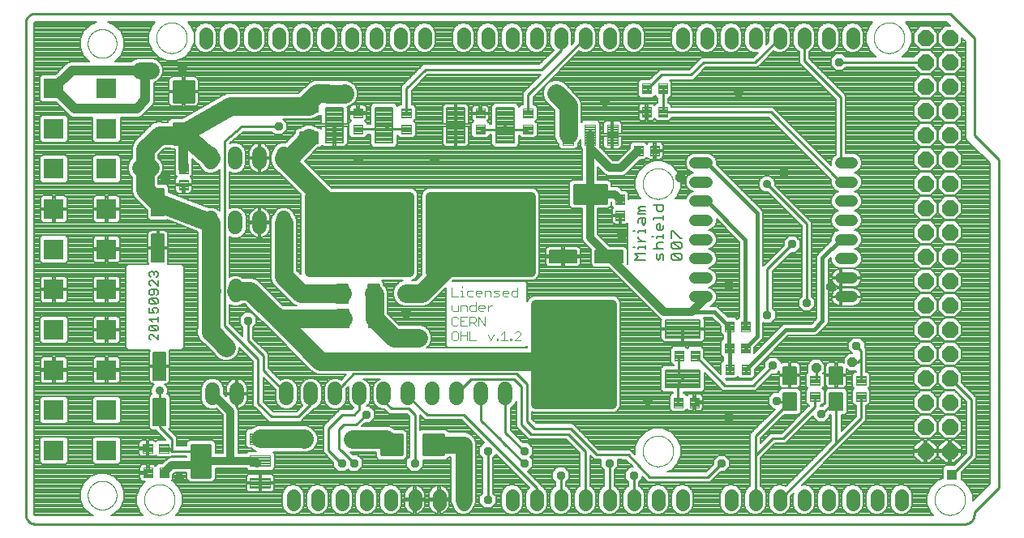
<source format=gtl>
G75*
%MOIN*%
%OFA0B0*%
%FSLAX25Y25*%
%IPPOS*%
%LPD*%
%AMOC8*
5,1,8,0,0,1.08239X$1,22.5*
%
%ADD10C,0.01000*%
%ADD11C,0.00000*%
%ADD12C,0.00800*%
%ADD13C,0.00600*%
%ADD14C,0.00300*%
%ADD15C,0.05600*%
%ADD16OC8,0.06600*%
%ADD17R,0.08268X0.08268*%
%ADD18C,0.05937*%
%ADD19C,0.00945*%
%ADD20C,0.07000*%
%ADD21C,0.00551*%
%ADD22C,0.00394*%
%ADD23C,0.03500*%
%ADD24C,0.00500*%
%ADD25C,0.00591*%
%ADD26C,0.00480*%
%ADD27C,0.00866*%
%ADD28C,0.04756*%
%ADD29OC8,0.03969*%
%ADD30OC8,0.03600*%
%ADD31R,0.04362X0.04362*%
%ADD32C,0.07500*%
%ADD33C,0.07600*%
%ADD34C,0.04000*%
%ADD35C,0.03200*%
%ADD36OC8,0.05600*%
%ADD37C,0.01200*%
%ADD38C,0.03600*%
%ADD39OC8,0.04000*%
%ADD40C,0.01600*%
D10*
X0011996Y0005500D02*
X0394122Y0005500D01*
X0394246Y0005502D01*
X0394369Y0005508D01*
X0394493Y0005517D01*
X0394615Y0005531D01*
X0394738Y0005548D01*
X0394860Y0005570D01*
X0394981Y0005595D01*
X0395101Y0005624D01*
X0395220Y0005656D01*
X0395339Y0005693D01*
X0395456Y0005733D01*
X0395571Y0005776D01*
X0395686Y0005824D01*
X0395798Y0005875D01*
X0395909Y0005929D01*
X0396019Y0005987D01*
X0396126Y0006048D01*
X0396232Y0006113D01*
X0396335Y0006181D01*
X0396436Y0006252D01*
X0396535Y0006326D01*
X0396632Y0006403D01*
X0396726Y0006484D01*
X0396817Y0006567D01*
X0396906Y0006653D01*
X0396992Y0006742D01*
X0397075Y0006833D01*
X0397156Y0006927D01*
X0397233Y0007024D01*
X0397307Y0007123D01*
X0397378Y0007224D01*
X0397446Y0007327D01*
X0397511Y0007433D01*
X0397572Y0007540D01*
X0397630Y0007650D01*
X0397684Y0007761D01*
X0397735Y0007873D01*
X0397783Y0007988D01*
X0397826Y0008103D01*
X0397866Y0008220D01*
X0397903Y0008339D01*
X0397935Y0008458D01*
X0397964Y0008578D01*
X0397989Y0008699D01*
X0398011Y0008821D01*
X0398028Y0008944D01*
X0398042Y0009066D01*
X0398051Y0009190D01*
X0398057Y0009313D01*
X0398059Y0009437D01*
X0398059Y0010500D01*
X0408059Y0020500D01*
X0408059Y0155500D01*
X0398059Y0165500D01*
X0398059Y0205500D01*
X0388059Y0215500D01*
X0011996Y0215500D01*
X0011872Y0215498D01*
X0011749Y0215492D01*
X0011625Y0215483D01*
X0011503Y0215469D01*
X0011380Y0215452D01*
X0011258Y0215430D01*
X0011137Y0215405D01*
X0011017Y0215376D01*
X0010898Y0215344D01*
X0010779Y0215307D01*
X0010662Y0215267D01*
X0010547Y0215224D01*
X0010432Y0215176D01*
X0010320Y0215125D01*
X0010209Y0215071D01*
X0010099Y0215013D01*
X0009992Y0214952D01*
X0009886Y0214887D01*
X0009783Y0214819D01*
X0009682Y0214748D01*
X0009583Y0214674D01*
X0009486Y0214597D01*
X0009392Y0214516D01*
X0009301Y0214433D01*
X0009212Y0214347D01*
X0009126Y0214258D01*
X0009043Y0214167D01*
X0008962Y0214073D01*
X0008885Y0213976D01*
X0008811Y0213877D01*
X0008740Y0213776D01*
X0008672Y0213673D01*
X0008607Y0213567D01*
X0008546Y0213460D01*
X0008488Y0213350D01*
X0008434Y0213239D01*
X0008383Y0213127D01*
X0008335Y0213012D01*
X0008292Y0212897D01*
X0008252Y0212780D01*
X0008215Y0212661D01*
X0008183Y0212542D01*
X0008154Y0212422D01*
X0008129Y0212301D01*
X0008107Y0212179D01*
X0008090Y0212056D01*
X0008076Y0211934D01*
X0008067Y0211810D01*
X0008061Y0211687D01*
X0008059Y0211563D01*
X0008059Y0009437D01*
X0008061Y0009313D01*
X0008067Y0009190D01*
X0008076Y0009066D01*
X0008090Y0008944D01*
X0008107Y0008821D01*
X0008129Y0008699D01*
X0008154Y0008578D01*
X0008183Y0008458D01*
X0008215Y0008339D01*
X0008252Y0008220D01*
X0008292Y0008103D01*
X0008335Y0007988D01*
X0008383Y0007873D01*
X0008434Y0007761D01*
X0008488Y0007650D01*
X0008546Y0007540D01*
X0008607Y0007433D01*
X0008672Y0007327D01*
X0008740Y0007224D01*
X0008811Y0007123D01*
X0008885Y0007024D01*
X0008962Y0006927D01*
X0009043Y0006833D01*
X0009126Y0006742D01*
X0009212Y0006653D01*
X0009301Y0006567D01*
X0009392Y0006484D01*
X0009486Y0006403D01*
X0009583Y0006326D01*
X0009682Y0006252D01*
X0009783Y0006181D01*
X0009886Y0006113D01*
X0009992Y0006048D01*
X0010099Y0005987D01*
X0010209Y0005929D01*
X0010320Y0005875D01*
X0010432Y0005824D01*
X0010547Y0005776D01*
X0010662Y0005733D01*
X0010779Y0005693D01*
X0010898Y0005656D01*
X0011017Y0005624D01*
X0011137Y0005595D01*
X0011258Y0005570D01*
X0011380Y0005548D01*
X0011503Y0005531D01*
X0011625Y0005517D01*
X0011749Y0005508D01*
X0011872Y0005502D01*
X0011996Y0005500D01*
X0064949Y0036602D02*
X0066957Y0036602D01*
X0068059Y0035500D01*
X0078059Y0035500D01*
X0080110Y0031484D01*
X0078059Y0030500D01*
X0078059Y0029800D01*
X0078059Y0025500D01*
X0083059Y0025500D01*
X0068059Y0035500D02*
X0068059Y0040500D01*
X0063059Y0045500D01*
X0063059Y0050500D01*
X0063177Y0051563D02*
X0063059Y0053000D01*
X0063059Y0060500D01*
X0099459Y0081000D02*
X0099459Y0089200D01*
X0089859Y0087100D02*
X0089859Y0163100D01*
X0096741Y0168982D01*
X0112039Y0168982D01*
X0144706Y0167895D02*
X0164660Y0167895D01*
X0157130Y0167895D01*
X0155423Y0169602D01*
X0164660Y0174588D02*
X0164660Y0184701D01*
X0172459Y0192500D01*
X0220059Y0192500D01*
X0228059Y0200500D01*
X0228059Y0205500D01*
X0238059Y0205500D02*
X0214616Y0182057D01*
X0214616Y0174488D01*
X0214616Y0167795D02*
X0204164Y0167795D01*
X0203868Y0168091D01*
X0205279Y0169502D01*
X0203868Y0168091D02*
X0203572Y0167795D01*
X0195062Y0167795D01*
X0263413Y0184594D02*
X0263886Y0184594D01*
X0269594Y0190303D01*
X0281602Y0190303D01*
X0286720Y0195421D01*
X0307980Y0195421D01*
X0318059Y0205500D01*
X0328059Y0205500D02*
X0328138Y0205421D01*
X0328138Y0196051D01*
X0343224Y0180965D01*
X0343224Y0154035D01*
X0343224Y0146161D02*
X0314397Y0174988D01*
X0270106Y0174988D01*
X0270106Y0184594D01*
X0312859Y0145300D02*
X0329240Y0128919D01*
X0329240Y0096406D01*
X0312980Y0091524D02*
X0312980Y0110421D01*
X0323138Y0120579D01*
X0349673Y0078650D02*
X0351563Y0076760D01*
X0351563Y0073531D01*
X0350106Y0072075D01*
X0348020Y0072075D01*
X0351563Y0073531D02*
X0351563Y0064594D01*
X0351563Y0065933D01*
X0351563Y0057902D02*
X0351563Y0049004D01*
X0341327Y0038768D01*
X0341327Y0055835D01*
X0340441Y0055835D01*
X0335264Y0050657D01*
X0332626Y0053728D02*
X0319673Y0040776D01*
X0315224Y0040776D01*
X0308059Y0033610D01*
X0308059Y0041701D01*
X0322193Y0055835D01*
X0317370Y0055835D01*
X0316957Y0056209D01*
X0307272Y0062547D02*
X0295461Y0062547D01*
X0283413Y0074594D01*
X0283413Y0074791D01*
X0276720Y0074791D02*
X0276602Y0074673D01*
X0276602Y0067114D01*
X0278256Y0065461D01*
X0278256Y0065205D01*
X0278157Y0065205D01*
X0276287Y0063335D01*
X0276287Y0055618D01*
X0276406Y0055500D01*
X0307272Y0062547D02*
X0315343Y0070618D01*
X0333098Y0069634D02*
X0333098Y0065067D01*
X0332626Y0064594D01*
X0332626Y0057902D02*
X0332626Y0053728D01*
X0341327Y0038768D02*
X0318059Y0015500D01*
X0308059Y0015500D02*
X0308059Y0033610D01*
X0294240Y0030461D02*
X0288650Y0024870D01*
X0264634Y0024870D01*
X0255815Y0033965D01*
X0242783Y0034043D01*
X0232035Y0044791D01*
X0217272Y0044870D01*
X0214083Y0047744D01*
X0214083Y0062941D01*
X0209949Y0067311D01*
X0142783Y0067311D01*
X0135343Y0059122D01*
X0125343Y0059122D02*
X0125343Y0054683D01*
X0120259Y0049600D01*
X0109059Y0049600D01*
X0103659Y0055000D01*
X0103659Y0073300D01*
X0089859Y0087100D01*
X0099459Y0081000D02*
X0105759Y0074700D01*
X0105759Y0068706D01*
X0115343Y0059122D01*
X0132469Y0044870D02*
X0132469Y0035815D01*
X0137783Y0030500D01*
X0138059Y0030500D01*
X0143059Y0030500D02*
X0137744Y0035815D01*
X0137587Y0035815D01*
X0136799Y0036602D01*
X0136799Y0044476D01*
X0138768Y0046445D01*
X0144004Y0046445D01*
X0148059Y0050500D01*
X0145343Y0052783D02*
X0143059Y0050500D01*
X0138098Y0050500D01*
X0132469Y0044870D01*
X0145343Y0052783D02*
X0145343Y0059122D01*
X0155343Y0059122D02*
X0155343Y0056012D01*
X0158453Y0052902D01*
X0165657Y0052902D01*
X0168059Y0050500D01*
X0168059Y0030500D01*
X0198059Y0035500D02*
X0198059Y0015500D01*
X0218059Y0015500D02*
X0218059Y0020500D01*
X0188059Y0050500D01*
X0173059Y0050500D01*
X0165343Y0058217D01*
X0165343Y0059122D01*
X0185343Y0059122D02*
X0191248Y0065028D01*
X0208886Y0065028D01*
X0211878Y0062035D01*
X0211878Y0046287D01*
X0215736Y0042429D01*
X0231130Y0042429D01*
X0238059Y0035500D01*
X0238059Y0015500D01*
X0228059Y0015500D02*
X0228059Y0025500D01*
X0213059Y0030500D02*
X0204673Y0038886D01*
X0203059Y0040500D01*
X0195343Y0048217D01*
X0195343Y0059122D01*
X0205343Y0059122D02*
X0205343Y0043217D01*
X0213059Y0035500D01*
X0248059Y0030500D02*
X0248059Y0015500D01*
X0258059Y0015500D02*
X0258059Y0025500D01*
X0388925Y0025776D02*
X0396839Y0033689D01*
X0396839Y0056720D01*
X0388059Y0065500D01*
X0378059Y0195500D02*
X0351559Y0195500D01*
X0351429Y0195530D01*
X0342467Y0195530D01*
X0104511Y0031484D02*
X0103059Y0030500D01*
D11*
X0056760Y0015500D02*
X0056762Y0015658D01*
X0056768Y0015816D01*
X0056778Y0015974D01*
X0056792Y0016132D01*
X0056810Y0016289D01*
X0056831Y0016446D01*
X0056857Y0016602D01*
X0056887Y0016758D01*
X0056920Y0016913D01*
X0056958Y0017066D01*
X0056999Y0017219D01*
X0057044Y0017371D01*
X0057093Y0017522D01*
X0057146Y0017671D01*
X0057202Y0017819D01*
X0057262Y0017965D01*
X0057326Y0018110D01*
X0057394Y0018253D01*
X0057465Y0018395D01*
X0057539Y0018535D01*
X0057617Y0018672D01*
X0057699Y0018808D01*
X0057783Y0018942D01*
X0057872Y0019073D01*
X0057963Y0019202D01*
X0058058Y0019329D01*
X0058155Y0019454D01*
X0058256Y0019576D01*
X0058360Y0019695D01*
X0058467Y0019812D01*
X0058577Y0019926D01*
X0058690Y0020037D01*
X0058805Y0020146D01*
X0058923Y0020251D01*
X0059044Y0020353D01*
X0059167Y0020453D01*
X0059293Y0020549D01*
X0059421Y0020642D01*
X0059551Y0020732D01*
X0059684Y0020818D01*
X0059819Y0020902D01*
X0059955Y0020981D01*
X0060094Y0021058D01*
X0060235Y0021130D01*
X0060377Y0021200D01*
X0060521Y0021265D01*
X0060667Y0021327D01*
X0060814Y0021385D01*
X0060963Y0021440D01*
X0061113Y0021491D01*
X0061264Y0021538D01*
X0061416Y0021581D01*
X0061569Y0021620D01*
X0061724Y0021656D01*
X0061879Y0021687D01*
X0062035Y0021715D01*
X0062191Y0021739D01*
X0062348Y0021759D01*
X0062506Y0021775D01*
X0062663Y0021787D01*
X0062822Y0021795D01*
X0062980Y0021799D01*
X0063138Y0021799D01*
X0063296Y0021795D01*
X0063455Y0021787D01*
X0063612Y0021775D01*
X0063770Y0021759D01*
X0063927Y0021739D01*
X0064083Y0021715D01*
X0064239Y0021687D01*
X0064394Y0021656D01*
X0064549Y0021620D01*
X0064702Y0021581D01*
X0064854Y0021538D01*
X0065005Y0021491D01*
X0065155Y0021440D01*
X0065304Y0021385D01*
X0065451Y0021327D01*
X0065597Y0021265D01*
X0065741Y0021200D01*
X0065883Y0021130D01*
X0066024Y0021058D01*
X0066163Y0020981D01*
X0066299Y0020902D01*
X0066434Y0020818D01*
X0066567Y0020732D01*
X0066697Y0020642D01*
X0066825Y0020549D01*
X0066951Y0020453D01*
X0067074Y0020353D01*
X0067195Y0020251D01*
X0067313Y0020146D01*
X0067428Y0020037D01*
X0067541Y0019926D01*
X0067651Y0019812D01*
X0067758Y0019695D01*
X0067862Y0019576D01*
X0067963Y0019454D01*
X0068060Y0019329D01*
X0068155Y0019202D01*
X0068246Y0019073D01*
X0068335Y0018942D01*
X0068419Y0018808D01*
X0068501Y0018672D01*
X0068579Y0018535D01*
X0068653Y0018395D01*
X0068724Y0018253D01*
X0068792Y0018110D01*
X0068856Y0017965D01*
X0068916Y0017819D01*
X0068972Y0017671D01*
X0069025Y0017522D01*
X0069074Y0017371D01*
X0069119Y0017219D01*
X0069160Y0017066D01*
X0069198Y0016913D01*
X0069231Y0016758D01*
X0069261Y0016602D01*
X0069287Y0016446D01*
X0069308Y0016289D01*
X0069326Y0016132D01*
X0069340Y0015974D01*
X0069350Y0015816D01*
X0069356Y0015658D01*
X0069358Y0015500D01*
X0069356Y0015342D01*
X0069350Y0015184D01*
X0069340Y0015026D01*
X0069326Y0014868D01*
X0069308Y0014711D01*
X0069287Y0014554D01*
X0069261Y0014398D01*
X0069231Y0014242D01*
X0069198Y0014087D01*
X0069160Y0013934D01*
X0069119Y0013781D01*
X0069074Y0013629D01*
X0069025Y0013478D01*
X0068972Y0013329D01*
X0068916Y0013181D01*
X0068856Y0013035D01*
X0068792Y0012890D01*
X0068724Y0012747D01*
X0068653Y0012605D01*
X0068579Y0012465D01*
X0068501Y0012328D01*
X0068419Y0012192D01*
X0068335Y0012058D01*
X0068246Y0011927D01*
X0068155Y0011798D01*
X0068060Y0011671D01*
X0067963Y0011546D01*
X0067862Y0011424D01*
X0067758Y0011305D01*
X0067651Y0011188D01*
X0067541Y0011074D01*
X0067428Y0010963D01*
X0067313Y0010854D01*
X0067195Y0010749D01*
X0067074Y0010647D01*
X0066951Y0010547D01*
X0066825Y0010451D01*
X0066697Y0010358D01*
X0066567Y0010268D01*
X0066434Y0010182D01*
X0066299Y0010098D01*
X0066163Y0010019D01*
X0066024Y0009942D01*
X0065883Y0009870D01*
X0065741Y0009800D01*
X0065597Y0009735D01*
X0065451Y0009673D01*
X0065304Y0009615D01*
X0065155Y0009560D01*
X0065005Y0009509D01*
X0064854Y0009462D01*
X0064702Y0009419D01*
X0064549Y0009380D01*
X0064394Y0009344D01*
X0064239Y0009313D01*
X0064083Y0009285D01*
X0063927Y0009261D01*
X0063770Y0009241D01*
X0063612Y0009225D01*
X0063455Y0009213D01*
X0063296Y0009205D01*
X0063138Y0009201D01*
X0062980Y0009201D01*
X0062822Y0009205D01*
X0062663Y0009213D01*
X0062506Y0009225D01*
X0062348Y0009241D01*
X0062191Y0009261D01*
X0062035Y0009285D01*
X0061879Y0009313D01*
X0061724Y0009344D01*
X0061569Y0009380D01*
X0061416Y0009419D01*
X0061264Y0009462D01*
X0061113Y0009509D01*
X0060963Y0009560D01*
X0060814Y0009615D01*
X0060667Y0009673D01*
X0060521Y0009735D01*
X0060377Y0009800D01*
X0060235Y0009870D01*
X0060094Y0009942D01*
X0059955Y0010019D01*
X0059819Y0010098D01*
X0059684Y0010182D01*
X0059551Y0010268D01*
X0059421Y0010358D01*
X0059293Y0010451D01*
X0059167Y0010547D01*
X0059044Y0010647D01*
X0058923Y0010749D01*
X0058805Y0010854D01*
X0058690Y0010963D01*
X0058577Y0011074D01*
X0058467Y0011188D01*
X0058360Y0011305D01*
X0058256Y0011424D01*
X0058155Y0011546D01*
X0058058Y0011671D01*
X0057963Y0011798D01*
X0057872Y0011927D01*
X0057783Y0012058D01*
X0057699Y0012192D01*
X0057617Y0012328D01*
X0057539Y0012465D01*
X0057465Y0012605D01*
X0057394Y0012747D01*
X0057326Y0012890D01*
X0057262Y0013035D01*
X0057202Y0013181D01*
X0057146Y0013329D01*
X0057093Y0013478D01*
X0057044Y0013629D01*
X0056999Y0013781D01*
X0056958Y0013934D01*
X0056920Y0014087D01*
X0056887Y0014242D01*
X0056857Y0014398D01*
X0056831Y0014554D01*
X0056810Y0014711D01*
X0056792Y0014868D01*
X0056778Y0015026D01*
X0056768Y0015184D01*
X0056762Y0015342D01*
X0056760Y0015500D01*
X0033610Y0017311D02*
X0033612Y0017464D01*
X0033618Y0017618D01*
X0033628Y0017771D01*
X0033642Y0017923D01*
X0033660Y0018076D01*
X0033682Y0018227D01*
X0033707Y0018378D01*
X0033737Y0018529D01*
X0033771Y0018679D01*
X0033808Y0018827D01*
X0033849Y0018975D01*
X0033894Y0019121D01*
X0033943Y0019267D01*
X0033996Y0019411D01*
X0034052Y0019553D01*
X0034112Y0019694D01*
X0034176Y0019834D01*
X0034243Y0019972D01*
X0034314Y0020108D01*
X0034389Y0020242D01*
X0034466Y0020374D01*
X0034548Y0020504D01*
X0034632Y0020632D01*
X0034720Y0020758D01*
X0034811Y0020881D01*
X0034905Y0021002D01*
X0035003Y0021120D01*
X0035103Y0021236D01*
X0035207Y0021349D01*
X0035313Y0021460D01*
X0035422Y0021568D01*
X0035534Y0021673D01*
X0035648Y0021774D01*
X0035766Y0021873D01*
X0035885Y0021969D01*
X0036007Y0022062D01*
X0036132Y0022151D01*
X0036259Y0022238D01*
X0036388Y0022320D01*
X0036519Y0022400D01*
X0036652Y0022476D01*
X0036787Y0022549D01*
X0036924Y0022618D01*
X0037063Y0022683D01*
X0037203Y0022745D01*
X0037345Y0022803D01*
X0037488Y0022858D01*
X0037633Y0022909D01*
X0037779Y0022956D01*
X0037926Y0022999D01*
X0038074Y0023038D01*
X0038223Y0023074D01*
X0038373Y0023105D01*
X0038524Y0023133D01*
X0038675Y0023157D01*
X0038828Y0023177D01*
X0038980Y0023193D01*
X0039133Y0023205D01*
X0039286Y0023213D01*
X0039439Y0023217D01*
X0039593Y0023217D01*
X0039746Y0023213D01*
X0039899Y0023205D01*
X0040052Y0023193D01*
X0040204Y0023177D01*
X0040357Y0023157D01*
X0040508Y0023133D01*
X0040659Y0023105D01*
X0040809Y0023074D01*
X0040958Y0023038D01*
X0041106Y0022999D01*
X0041253Y0022956D01*
X0041399Y0022909D01*
X0041544Y0022858D01*
X0041687Y0022803D01*
X0041829Y0022745D01*
X0041969Y0022683D01*
X0042108Y0022618D01*
X0042245Y0022549D01*
X0042380Y0022476D01*
X0042513Y0022400D01*
X0042644Y0022320D01*
X0042773Y0022238D01*
X0042900Y0022151D01*
X0043025Y0022062D01*
X0043147Y0021969D01*
X0043266Y0021873D01*
X0043384Y0021774D01*
X0043498Y0021673D01*
X0043610Y0021568D01*
X0043719Y0021460D01*
X0043825Y0021349D01*
X0043929Y0021236D01*
X0044029Y0021120D01*
X0044127Y0021002D01*
X0044221Y0020881D01*
X0044312Y0020758D01*
X0044400Y0020632D01*
X0044484Y0020504D01*
X0044566Y0020374D01*
X0044643Y0020242D01*
X0044718Y0020108D01*
X0044789Y0019972D01*
X0044856Y0019834D01*
X0044920Y0019694D01*
X0044980Y0019553D01*
X0045036Y0019411D01*
X0045089Y0019267D01*
X0045138Y0019121D01*
X0045183Y0018975D01*
X0045224Y0018827D01*
X0045261Y0018679D01*
X0045295Y0018529D01*
X0045325Y0018378D01*
X0045350Y0018227D01*
X0045372Y0018076D01*
X0045390Y0017923D01*
X0045404Y0017771D01*
X0045414Y0017618D01*
X0045420Y0017464D01*
X0045422Y0017311D01*
X0045420Y0017158D01*
X0045414Y0017004D01*
X0045404Y0016851D01*
X0045390Y0016699D01*
X0045372Y0016546D01*
X0045350Y0016395D01*
X0045325Y0016244D01*
X0045295Y0016093D01*
X0045261Y0015943D01*
X0045224Y0015795D01*
X0045183Y0015647D01*
X0045138Y0015501D01*
X0045089Y0015355D01*
X0045036Y0015211D01*
X0044980Y0015069D01*
X0044920Y0014928D01*
X0044856Y0014788D01*
X0044789Y0014650D01*
X0044718Y0014514D01*
X0044643Y0014380D01*
X0044566Y0014248D01*
X0044484Y0014118D01*
X0044400Y0013990D01*
X0044312Y0013864D01*
X0044221Y0013741D01*
X0044127Y0013620D01*
X0044029Y0013502D01*
X0043929Y0013386D01*
X0043825Y0013273D01*
X0043719Y0013162D01*
X0043610Y0013054D01*
X0043498Y0012949D01*
X0043384Y0012848D01*
X0043266Y0012749D01*
X0043147Y0012653D01*
X0043025Y0012560D01*
X0042900Y0012471D01*
X0042773Y0012384D01*
X0042644Y0012302D01*
X0042513Y0012222D01*
X0042380Y0012146D01*
X0042245Y0012073D01*
X0042108Y0012004D01*
X0041969Y0011939D01*
X0041829Y0011877D01*
X0041687Y0011819D01*
X0041544Y0011764D01*
X0041399Y0011713D01*
X0041253Y0011666D01*
X0041106Y0011623D01*
X0040958Y0011584D01*
X0040809Y0011548D01*
X0040659Y0011517D01*
X0040508Y0011489D01*
X0040357Y0011465D01*
X0040204Y0011445D01*
X0040052Y0011429D01*
X0039899Y0011417D01*
X0039746Y0011409D01*
X0039593Y0011405D01*
X0039439Y0011405D01*
X0039286Y0011409D01*
X0039133Y0011417D01*
X0038980Y0011429D01*
X0038828Y0011445D01*
X0038675Y0011465D01*
X0038524Y0011489D01*
X0038373Y0011517D01*
X0038223Y0011548D01*
X0038074Y0011584D01*
X0037926Y0011623D01*
X0037779Y0011666D01*
X0037633Y0011713D01*
X0037488Y0011764D01*
X0037345Y0011819D01*
X0037203Y0011877D01*
X0037063Y0011939D01*
X0036924Y0012004D01*
X0036787Y0012073D01*
X0036652Y0012146D01*
X0036519Y0012222D01*
X0036388Y0012302D01*
X0036259Y0012384D01*
X0036132Y0012471D01*
X0036007Y0012560D01*
X0035885Y0012653D01*
X0035766Y0012749D01*
X0035648Y0012848D01*
X0035534Y0012949D01*
X0035422Y0013054D01*
X0035313Y0013162D01*
X0035207Y0013273D01*
X0035103Y0013386D01*
X0035003Y0013502D01*
X0034905Y0013620D01*
X0034811Y0013741D01*
X0034720Y0013864D01*
X0034632Y0013990D01*
X0034548Y0014118D01*
X0034466Y0014248D01*
X0034389Y0014380D01*
X0034314Y0014514D01*
X0034243Y0014650D01*
X0034176Y0014788D01*
X0034112Y0014928D01*
X0034052Y0015069D01*
X0033996Y0015211D01*
X0033943Y0015355D01*
X0033894Y0015501D01*
X0033849Y0015647D01*
X0033808Y0015795D01*
X0033771Y0015943D01*
X0033737Y0016093D01*
X0033707Y0016244D01*
X0033682Y0016395D01*
X0033660Y0016546D01*
X0033642Y0016699D01*
X0033628Y0016851D01*
X0033618Y0017004D01*
X0033612Y0017158D01*
X0033610Y0017311D01*
X0261760Y0035500D02*
X0261762Y0035658D01*
X0261768Y0035816D01*
X0261778Y0035974D01*
X0261792Y0036132D01*
X0261810Y0036289D01*
X0261831Y0036446D01*
X0261857Y0036602D01*
X0261887Y0036758D01*
X0261920Y0036913D01*
X0261958Y0037066D01*
X0261999Y0037219D01*
X0262044Y0037371D01*
X0262093Y0037522D01*
X0262146Y0037671D01*
X0262202Y0037819D01*
X0262262Y0037965D01*
X0262326Y0038110D01*
X0262394Y0038253D01*
X0262465Y0038395D01*
X0262539Y0038535D01*
X0262617Y0038672D01*
X0262699Y0038808D01*
X0262783Y0038942D01*
X0262872Y0039073D01*
X0262963Y0039202D01*
X0263058Y0039329D01*
X0263155Y0039454D01*
X0263256Y0039576D01*
X0263360Y0039695D01*
X0263467Y0039812D01*
X0263577Y0039926D01*
X0263690Y0040037D01*
X0263805Y0040146D01*
X0263923Y0040251D01*
X0264044Y0040353D01*
X0264167Y0040453D01*
X0264293Y0040549D01*
X0264421Y0040642D01*
X0264551Y0040732D01*
X0264684Y0040818D01*
X0264819Y0040902D01*
X0264955Y0040981D01*
X0265094Y0041058D01*
X0265235Y0041130D01*
X0265377Y0041200D01*
X0265521Y0041265D01*
X0265667Y0041327D01*
X0265814Y0041385D01*
X0265963Y0041440D01*
X0266113Y0041491D01*
X0266264Y0041538D01*
X0266416Y0041581D01*
X0266569Y0041620D01*
X0266724Y0041656D01*
X0266879Y0041687D01*
X0267035Y0041715D01*
X0267191Y0041739D01*
X0267348Y0041759D01*
X0267506Y0041775D01*
X0267663Y0041787D01*
X0267822Y0041795D01*
X0267980Y0041799D01*
X0268138Y0041799D01*
X0268296Y0041795D01*
X0268455Y0041787D01*
X0268612Y0041775D01*
X0268770Y0041759D01*
X0268927Y0041739D01*
X0269083Y0041715D01*
X0269239Y0041687D01*
X0269394Y0041656D01*
X0269549Y0041620D01*
X0269702Y0041581D01*
X0269854Y0041538D01*
X0270005Y0041491D01*
X0270155Y0041440D01*
X0270304Y0041385D01*
X0270451Y0041327D01*
X0270597Y0041265D01*
X0270741Y0041200D01*
X0270883Y0041130D01*
X0271024Y0041058D01*
X0271163Y0040981D01*
X0271299Y0040902D01*
X0271434Y0040818D01*
X0271567Y0040732D01*
X0271697Y0040642D01*
X0271825Y0040549D01*
X0271951Y0040453D01*
X0272074Y0040353D01*
X0272195Y0040251D01*
X0272313Y0040146D01*
X0272428Y0040037D01*
X0272541Y0039926D01*
X0272651Y0039812D01*
X0272758Y0039695D01*
X0272862Y0039576D01*
X0272963Y0039454D01*
X0273060Y0039329D01*
X0273155Y0039202D01*
X0273246Y0039073D01*
X0273335Y0038942D01*
X0273419Y0038808D01*
X0273501Y0038672D01*
X0273579Y0038535D01*
X0273653Y0038395D01*
X0273724Y0038253D01*
X0273792Y0038110D01*
X0273856Y0037965D01*
X0273916Y0037819D01*
X0273972Y0037671D01*
X0274025Y0037522D01*
X0274074Y0037371D01*
X0274119Y0037219D01*
X0274160Y0037066D01*
X0274198Y0036913D01*
X0274231Y0036758D01*
X0274261Y0036602D01*
X0274287Y0036446D01*
X0274308Y0036289D01*
X0274326Y0036132D01*
X0274340Y0035974D01*
X0274350Y0035816D01*
X0274356Y0035658D01*
X0274358Y0035500D01*
X0274356Y0035342D01*
X0274350Y0035184D01*
X0274340Y0035026D01*
X0274326Y0034868D01*
X0274308Y0034711D01*
X0274287Y0034554D01*
X0274261Y0034398D01*
X0274231Y0034242D01*
X0274198Y0034087D01*
X0274160Y0033934D01*
X0274119Y0033781D01*
X0274074Y0033629D01*
X0274025Y0033478D01*
X0273972Y0033329D01*
X0273916Y0033181D01*
X0273856Y0033035D01*
X0273792Y0032890D01*
X0273724Y0032747D01*
X0273653Y0032605D01*
X0273579Y0032465D01*
X0273501Y0032328D01*
X0273419Y0032192D01*
X0273335Y0032058D01*
X0273246Y0031927D01*
X0273155Y0031798D01*
X0273060Y0031671D01*
X0272963Y0031546D01*
X0272862Y0031424D01*
X0272758Y0031305D01*
X0272651Y0031188D01*
X0272541Y0031074D01*
X0272428Y0030963D01*
X0272313Y0030854D01*
X0272195Y0030749D01*
X0272074Y0030647D01*
X0271951Y0030547D01*
X0271825Y0030451D01*
X0271697Y0030358D01*
X0271567Y0030268D01*
X0271434Y0030182D01*
X0271299Y0030098D01*
X0271163Y0030019D01*
X0271024Y0029942D01*
X0270883Y0029870D01*
X0270741Y0029800D01*
X0270597Y0029735D01*
X0270451Y0029673D01*
X0270304Y0029615D01*
X0270155Y0029560D01*
X0270005Y0029509D01*
X0269854Y0029462D01*
X0269702Y0029419D01*
X0269549Y0029380D01*
X0269394Y0029344D01*
X0269239Y0029313D01*
X0269083Y0029285D01*
X0268927Y0029261D01*
X0268770Y0029241D01*
X0268612Y0029225D01*
X0268455Y0029213D01*
X0268296Y0029205D01*
X0268138Y0029201D01*
X0267980Y0029201D01*
X0267822Y0029205D01*
X0267663Y0029213D01*
X0267506Y0029225D01*
X0267348Y0029241D01*
X0267191Y0029261D01*
X0267035Y0029285D01*
X0266879Y0029313D01*
X0266724Y0029344D01*
X0266569Y0029380D01*
X0266416Y0029419D01*
X0266264Y0029462D01*
X0266113Y0029509D01*
X0265963Y0029560D01*
X0265814Y0029615D01*
X0265667Y0029673D01*
X0265521Y0029735D01*
X0265377Y0029800D01*
X0265235Y0029870D01*
X0265094Y0029942D01*
X0264955Y0030019D01*
X0264819Y0030098D01*
X0264684Y0030182D01*
X0264551Y0030268D01*
X0264421Y0030358D01*
X0264293Y0030451D01*
X0264167Y0030547D01*
X0264044Y0030647D01*
X0263923Y0030749D01*
X0263805Y0030854D01*
X0263690Y0030963D01*
X0263577Y0031074D01*
X0263467Y0031188D01*
X0263360Y0031305D01*
X0263256Y0031424D01*
X0263155Y0031546D01*
X0263058Y0031671D01*
X0262963Y0031798D01*
X0262872Y0031927D01*
X0262783Y0032058D01*
X0262699Y0032192D01*
X0262617Y0032328D01*
X0262539Y0032465D01*
X0262465Y0032605D01*
X0262394Y0032747D01*
X0262326Y0032890D01*
X0262262Y0033035D01*
X0262202Y0033181D01*
X0262146Y0033329D01*
X0262093Y0033478D01*
X0262044Y0033629D01*
X0261999Y0033781D01*
X0261958Y0033934D01*
X0261920Y0034087D01*
X0261887Y0034242D01*
X0261857Y0034398D01*
X0261831Y0034554D01*
X0261810Y0034711D01*
X0261792Y0034868D01*
X0261778Y0035026D01*
X0261768Y0035184D01*
X0261762Y0035342D01*
X0261760Y0035500D01*
X0381760Y0015500D02*
X0381762Y0015658D01*
X0381768Y0015816D01*
X0381778Y0015974D01*
X0381792Y0016132D01*
X0381810Y0016289D01*
X0381831Y0016446D01*
X0381857Y0016602D01*
X0381887Y0016758D01*
X0381920Y0016913D01*
X0381958Y0017066D01*
X0381999Y0017219D01*
X0382044Y0017371D01*
X0382093Y0017522D01*
X0382146Y0017671D01*
X0382202Y0017819D01*
X0382262Y0017965D01*
X0382326Y0018110D01*
X0382394Y0018253D01*
X0382465Y0018395D01*
X0382539Y0018535D01*
X0382617Y0018672D01*
X0382699Y0018808D01*
X0382783Y0018942D01*
X0382872Y0019073D01*
X0382963Y0019202D01*
X0383058Y0019329D01*
X0383155Y0019454D01*
X0383256Y0019576D01*
X0383360Y0019695D01*
X0383467Y0019812D01*
X0383577Y0019926D01*
X0383690Y0020037D01*
X0383805Y0020146D01*
X0383923Y0020251D01*
X0384044Y0020353D01*
X0384167Y0020453D01*
X0384293Y0020549D01*
X0384421Y0020642D01*
X0384551Y0020732D01*
X0384684Y0020818D01*
X0384819Y0020902D01*
X0384955Y0020981D01*
X0385094Y0021058D01*
X0385235Y0021130D01*
X0385377Y0021200D01*
X0385521Y0021265D01*
X0385667Y0021327D01*
X0385814Y0021385D01*
X0385963Y0021440D01*
X0386113Y0021491D01*
X0386264Y0021538D01*
X0386416Y0021581D01*
X0386569Y0021620D01*
X0386724Y0021656D01*
X0386879Y0021687D01*
X0387035Y0021715D01*
X0387191Y0021739D01*
X0387348Y0021759D01*
X0387506Y0021775D01*
X0387663Y0021787D01*
X0387822Y0021795D01*
X0387980Y0021799D01*
X0388138Y0021799D01*
X0388296Y0021795D01*
X0388455Y0021787D01*
X0388612Y0021775D01*
X0388770Y0021759D01*
X0388927Y0021739D01*
X0389083Y0021715D01*
X0389239Y0021687D01*
X0389394Y0021656D01*
X0389549Y0021620D01*
X0389702Y0021581D01*
X0389854Y0021538D01*
X0390005Y0021491D01*
X0390155Y0021440D01*
X0390304Y0021385D01*
X0390451Y0021327D01*
X0390597Y0021265D01*
X0390741Y0021200D01*
X0390883Y0021130D01*
X0391024Y0021058D01*
X0391163Y0020981D01*
X0391299Y0020902D01*
X0391434Y0020818D01*
X0391567Y0020732D01*
X0391697Y0020642D01*
X0391825Y0020549D01*
X0391951Y0020453D01*
X0392074Y0020353D01*
X0392195Y0020251D01*
X0392313Y0020146D01*
X0392428Y0020037D01*
X0392541Y0019926D01*
X0392651Y0019812D01*
X0392758Y0019695D01*
X0392862Y0019576D01*
X0392963Y0019454D01*
X0393060Y0019329D01*
X0393155Y0019202D01*
X0393246Y0019073D01*
X0393335Y0018942D01*
X0393419Y0018808D01*
X0393501Y0018672D01*
X0393579Y0018535D01*
X0393653Y0018395D01*
X0393724Y0018253D01*
X0393792Y0018110D01*
X0393856Y0017965D01*
X0393916Y0017819D01*
X0393972Y0017671D01*
X0394025Y0017522D01*
X0394074Y0017371D01*
X0394119Y0017219D01*
X0394160Y0017066D01*
X0394198Y0016913D01*
X0394231Y0016758D01*
X0394261Y0016602D01*
X0394287Y0016446D01*
X0394308Y0016289D01*
X0394326Y0016132D01*
X0394340Y0015974D01*
X0394350Y0015816D01*
X0394356Y0015658D01*
X0394358Y0015500D01*
X0394356Y0015342D01*
X0394350Y0015184D01*
X0394340Y0015026D01*
X0394326Y0014868D01*
X0394308Y0014711D01*
X0394287Y0014554D01*
X0394261Y0014398D01*
X0394231Y0014242D01*
X0394198Y0014087D01*
X0394160Y0013934D01*
X0394119Y0013781D01*
X0394074Y0013629D01*
X0394025Y0013478D01*
X0393972Y0013329D01*
X0393916Y0013181D01*
X0393856Y0013035D01*
X0393792Y0012890D01*
X0393724Y0012747D01*
X0393653Y0012605D01*
X0393579Y0012465D01*
X0393501Y0012328D01*
X0393419Y0012192D01*
X0393335Y0012058D01*
X0393246Y0011927D01*
X0393155Y0011798D01*
X0393060Y0011671D01*
X0392963Y0011546D01*
X0392862Y0011424D01*
X0392758Y0011305D01*
X0392651Y0011188D01*
X0392541Y0011074D01*
X0392428Y0010963D01*
X0392313Y0010854D01*
X0392195Y0010749D01*
X0392074Y0010647D01*
X0391951Y0010547D01*
X0391825Y0010451D01*
X0391697Y0010358D01*
X0391567Y0010268D01*
X0391434Y0010182D01*
X0391299Y0010098D01*
X0391163Y0010019D01*
X0391024Y0009942D01*
X0390883Y0009870D01*
X0390741Y0009800D01*
X0390597Y0009735D01*
X0390451Y0009673D01*
X0390304Y0009615D01*
X0390155Y0009560D01*
X0390005Y0009509D01*
X0389854Y0009462D01*
X0389702Y0009419D01*
X0389549Y0009380D01*
X0389394Y0009344D01*
X0389239Y0009313D01*
X0389083Y0009285D01*
X0388927Y0009261D01*
X0388770Y0009241D01*
X0388612Y0009225D01*
X0388455Y0009213D01*
X0388296Y0009205D01*
X0388138Y0009201D01*
X0387980Y0009201D01*
X0387822Y0009205D01*
X0387663Y0009213D01*
X0387506Y0009225D01*
X0387348Y0009241D01*
X0387191Y0009261D01*
X0387035Y0009285D01*
X0386879Y0009313D01*
X0386724Y0009344D01*
X0386569Y0009380D01*
X0386416Y0009419D01*
X0386264Y0009462D01*
X0386113Y0009509D01*
X0385963Y0009560D01*
X0385814Y0009615D01*
X0385667Y0009673D01*
X0385521Y0009735D01*
X0385377Y0009800D01*
X0385235Y0009870D01*
X0385094Y0009942D01*
X0384955Y0010019D01*
X0384819Y0010098D01*
X0384684Y0010182D01*
X0384551Y0010268D01*
X0384421Y0010358D01*
X0384293Y0010451D01*
X0384167Y0010547D01*
X0384044Y0010647D01*
X0383923Y0010749D01*
X0383805Y0010854D01*
X0383690Y0010963D01*
X0383577Y0011074D01*
X0383467Y0011188D01*
X0383360Y0011305D01*
X0383256Y0011424D01*
X0383155Y0011546D01*
X0383058Y0011671D01*
X0382963Y0011798D01*
X0382872Y0011927D01*
X0382783Y0012058D01*
X0382699Y0012192D01*
X0382617Y0012328D01*
X0382539Y0012465D01*
X0382465Y0012605D01*
X0382394Y0012747D01*
X0382326Y0012890D01*
X0382262Y0013035D01*
X0382202Y0013181D01*
X0382146Y0013329D01*
X0382093Y0013478D01*
X0382044Y0013629D01*
X0381999Y0013781D01*
X0381958Y0013934D01*
X0381920Y0014087D01*
X0381887Y0014242D01*
X0381857Y0014398D01*
X0381831Y0014554D01*
X0381810Y0014711D01*
X0381792Y0014868D01*
X0381778Y0015026D01*
X0381768Y0015184D01*
X0381762Y0015342D01*
X0381760Y0015500D01*
X0261760Y0145500D02*
X0261762Y0145658D01*
X0261768Y0145816D01*
X0261778Y0145974D01*
X0261792Y0146132D01*
X0261810Y0146289D01*
X0261831Y0146446D01*
X0261857Y0146602D01*
X0261887Y0146758D01*
X0261920Y0146913D01*
X0261958Y0147066D01*
X0261999Y0147219D01*
X0262044Y0147371D01*
X0262093Y0147522D01*
X0262146Y0147671D01*
X0262202Y0147819D01*
X0262262Y0147965D01*
X0262326Y0148110D01*
X0262394Y0148253D01*
X0262465Y0148395D01*
X0262539Y0148535D01*
X0262617Y0148672D01*
X0262699Y0148808D01*
X0262783Y0148942D01*
X0262872Y0149073D01*
X0262963Y0149202D01*
X0263058Y0149329D01*
X0263155Y0149454D01*
X0263256Y0149576D01*
X0263360Y0149695D01*
X0263467Y0149812D01*
X0263577Y0149926D01*
X0263690Y0150037D01*
X0263805Y0150146D01*
X0263923Y0150251D01*
X0264044Y0150353D01*
X0264167Y0150453D01*
X0264293Y0150549D01*
X0264421Y0150642D01*
X0264551Y0150732D01*
X0264684Y0150818D01*
X0264819Y0150902D01*
X0264955Y0150981D01*
X0265094Y0151058D01*
X0265235Y0151130D01*
X0265377Y0151200D01*
X0265521Y0151265D01*
X0265667Y0151327D01*
X0265814Y0151385D01*
X0265963Y0151440D01*
X0266113Y0151491D01*
X0266264Y0151538D01*
X0266416Y0151581D01*
X0266569Y0151620D01*
X0266724Y0151656D01*
X0266879Y0151687D01*
X0267035Y0151715D01*
X0267191Y0151739D01*
X0267348Y0151759D01*
X0267506Y0151775D01*
X0267663Y0151787D01*
X0267822Y0151795D01*
X0267980Y0151799D01*
X0268138Y0151799D01*
X0268296Y0151795D01*
X0268455Y0151787D01*
X0268612Y0151775D01*
X0268770Y0151759D01*
X0268927Y0151739D01*
X0269083Y0151715D01*
X0269239Y0151687D01*
X0269394Y0151656D01*
X0269549Y0151620D01*
X0269702Y0151581D01*
X0269854Y0151538D01*
X0270005Y0151491D01*
X0270155Y0151440D01*
X0270304Y0151385D01*
X0270451Y0151327D01*
X0270597Y0151265D01*
X0270741Y0151200D01*
X0270883Y0151130D01*
X0271024Y0151058D01*
X0271163Y0150981D01*
X0271299Y0150902D01*
X0271434Y0150818D01*
X0271567Y0150732D01*
X0271697Y0150642D01*
X0271825Y0150549D01*
X0271951Y0150453D01*
X0272074Y0150353D01*
X0272195Y0150251D01*
X0272313Y0150146D01*
X0272428Y0150037D01*
X0272541Y0149926D01*
X0272651Y0149812D01*
X0272758Y0149695D01*
X0272862Y0149576D01*
X0272963Y0149454D01*
X0273060Y0149329D01*
X0273155Y0149202D01*
X0273246Y0149073D01*
X0273335Y0148942D01*
X0273419Y0148808D01*
X0273501Y0148672D01*
X0273579Y0148535D01*
X0273653Y0148395D01*
X0273724Y0148253D01*
X0273792Y0148110D01*
X0273856Y0147965D01*
X0273916Y0147819D01*
X0273972Y0147671D01*
X0274025Y0147522D01*
X0274074Y0147371D01*
X0274119Y0147219D01*
X0274160Y0147066D01*
X0274198Y0146913D01*
X0274231Y0146758D01*
X0274261Y0146602D01*
X0274287Y0146446D01*
X0274308Y0146289D01*
X0274326Y0146132D01*
X0274340Y0145974D01*
X0274350Y0145816D01*
X0274356Y0145658D01*
X0274358Y0145500D01*
X0274356Y0145342D01*
X0274350Y0145184D01*
X0274340Y0145026D01*
X0274326Y0144868D01*
X0274308Y0144711D01*
X0274287Y0144554D01*
X0274261Y0144398D01*
X0274231Y0144242D01*
X0274198Y0144087D01*
X0274160Y0143934D01*
X0274119Y0143781D01*
X0274074Y0143629D01*
X0274025Y0143478D01*
X0273972Y0143329D01*
X0273916Y0143181D01*
X0273856Y0143035D01*
X0273792Y0142890D01*
X0273724Y0142747D01*
X0273653Y0142605D01*
X0273579Y0142465D01*
X0273501Y0142328D01*
X0273419Y0142192D01*
X0273335Y0142058D01*
X0273246Y0141927D01*
X0273155Y0141798D01*
X0273060Y0141671D01*
X0272963Y0141546D01*
X0272862Y0141424D01*
X0272758Y0141305D01*
X0272651Y0141188D01*
X0272541Y0141074D01*
X0272428Y0140963D01*
X0272313Y0140854D01*
X0272195Y0140749D01*
X0272074Y0140647D01*
X0271951Y0140547D01*
X0271825Y0140451D01*
X0271697Y0140358D01*
X0271567Y0140268D01*
X0271434Y0140182D01*
X0271299Y0140098D01*
X0271163Y0140019D01*
X0271024Y0139942D01*
X0270883Y0139870D01*
X0270741Y0139800D01*
X0270597Y0139735D01*
X0270451Y0139673D01*
X0270304Y0139615D01*
X0270155Y0139560D01*
X0270005Y0139509D01*
X0269854Y0139462D01*
X0269702Y0139419D01*
X0269549Y0139380D01*
X0269394Y0139344D01*
X0269239Y0139313D01*
X0269083Y0139285D01*
X0268927Y0139261D01*
X0268770Y0139241D01*
X0268612Y0139225D01*
X0268455Y0139213D01*
X0268296Y0139205D01*
X0268138Y0139201D01*
X0267980Y0139201D01*
X0267822Y0139205D01*
X0267663Y0139213D01*
X0267506Y0139225D01*
X0267348Y0139241D01*
X0267191Y0139261D01*
X0267035Y0139285D01*
X0266879Y0139313D01*
X0266724Y0139344D01*
X0266569Y0139380D01*
X0266416Y0139419D01*
X0266264Y0139462D01*
X0266113Y0139509D01*
X0265963Y0139560D01*
X0265814Y0139615D01*
X0265667Y0139673D01*
X0265521Y0139735D01*
X0265377Y0139800D01*
X0265235Y0139870D01*
X0265094Y0139942D01*
X0264955Y0140019D01*
X0264819Y0140098D01*
X0264684Y0140182D01*
X0264551Y0140268D01*
X0264421Y0140358D01*
X0264293Y0140451D01*
X0264167Y0140547D01*
X0264044Y0140647D01*
X0263923Y0140749D01*
X0263805Y0140854D01*
X0263690Y0140963D01*
X0263577Y0141074D01*
X0263467Y0141188D01*
X0263360Y0141305D01*
X0263256Y0141424D01*
X0263155Y0141546D01*
X0263058Y0141671D01*
X0262963Y0141798D01*
X0262872Y0141927D01*
X0262783Y0142058D01*
X0262699Y0142192D01*
X0262617Y0142328D01*
X0262539Y0142465D01*
X0262465Y0142605D01*
X0262394Y0142747D01*
X0262326Y0142890D01*
X0262262Y0143035D01*
X0262202Y0143181D01*
X0262146Y0143329D01*
X0262093Y0143478D01*
X0262044Y0143629D01*
X0261999Y0143781D01*
X0261958Y0143934D01*
X0261920Y0144087D01*
X0261887Y0144242D01*
X0261857Y0144398D01*
X0261831Y0144554D01*
X0261810Y0144711D01*
X0261792Y0144868D01*
X0261778Y0145026D01*
X0261768Y0145184D01*
X0261762Y0145342D01*
X0261760Y0145500D01*
X0356760Y0205500D02*
X0356762Y0205658D01*
X0356768Y0205816D01*
X0356778Y0205974D01*
X0356792Y0206132D01*
X0356810Y0206289D01*
X0356831Y0206446D01*
X0356857Y0206602D01*
X0356887Y0206758D01*
X0356920Y0206913D01*
X0356958Y0207066D01*
X0356999Y0207219D01*
X0357044Y0207371D01*
X0357093Y0207522D01*
X0357146Y0207671D01*
X0357202Y0207819D01*
X0357262Y0207965D01*
X0357326Y0208110D01*
X0357394Y0208253D01*
X0357465Y0208395D01*
X0357539Y0208535D01*
X0357617Y0208672D01*
X0357699Y0208808D01*
X0357783Y0208942D01*
X0357872Y0209073D01*
X0357963Y0209202D01*
X0358058Y0209329D01*
X0358155Y0209454D01*
X0358256Y0209576D01*
X0358360Y0209695D01*
X0358467Y0209812D01*
X0358577Y0209926D01*
X0358690Y0210037D01*
X0358805Y0210146D01*
X0358923Y0210251D01*
X0359044Y0210353D01*
X0359167Y0210453D01*
X0359293Y0210549D01*
X0359421Y0210642D01*
X0359551Y0210732D01*
X0359684Y0210818D01*
X0359819Y0210902D01*
X0359955Y0210981D01*
X0360094Y0211058D01*
X0360235Y0211130D01*
X0360377Y0211200D01*
X0360521Y0211265D01*
X0360667Y0211327D01*
X0360814Y0211385D01*
X0360963Y0211440D01*
X0361113Y0211491D01*
X0361264Y0211538D01*
X0361416Y0211581D01*
X0361569Y0211620D01*
X0361724Y0211656D01*
X0361879Y0211687D01*
X0362035Y0211715D01*
X0362191Y0211739D01*
X0362348Y0211759D01*
X0362506Y0211775D01*
X0362663Y0211787D01*
X0362822Y0211795D01*
X0362980Y0211799D01*
X0363138Y0211799D01*
X0363296Y0211795D01*
X0363455Y0211787D01*
X0363612Y0211775D01*
X0363770Y0211759D01*
X0363927Y0211739D01*
X0364083Y0211715D01*
X0364239Y0211687D01*
X0364394Y0211656D01*
X0364549Y0211620D01*
X0364702Y0211581D01*
X0364854Y0211538D01*
X0365005Y0211491D01*
X0365155Y0211440D01*
X0365304Y0211385D01*
X0365451Y0211327D01*
X0365597Y0211265D01*
X0365741Y0211200D01*
X0365883Y0211130D01*
X0366024Y0211058D01*
X0366163Y0210981D01*
X0366299Y0210902D01*
X0366434Y0210818D01*
X0366567Y0210732D01*
X0366697Y0210642D01*
X0366825Y0210549D01*
X0366951Y0210453D01*
X0367074Y0210353D01*
X0367195Y0210251D01*
X0367313Y0210146D01*
X0367428Y0210037D01*
X0367541Y0209926D01*
X0367651Y0209812D01*
X0367758Y0209695D01*
X0367862Y0209576D01*
X0367963Y0209454D01*
X0368060Y0209329D01*
X0368155Y0209202D01*
X0368246Y0209073D01*
X0368335Y0208942D01*
X0368419Y0208808D01*
X0368501Y0208672D01*
X0368579Y0208535D01*
X0368653Y0208395D01*
X0368724Y0208253D01*
X0368792Y0208110D01*
X0368856Y0207965D01*
X0368916Y0207819D01*
X0368972Y0207671D01*
X0369025Y0207522D01*
X0369074Y0207371D01*
X0369119Y0207219D01*
X0369160Y0207066D01*
X0369198Y0206913D01*
X0369231Y0206758D01*
X0369261Y0206602D01*
X0369287Y0206446D01*
X0369308Y0206289D01*
X0369326Y0206132D01*
X0369340Y0205974D01*
X0369350Y0205816D01*
X0369356Y0205658D01*
X0369358Y0205500D01*
X0369356Y0205342D01*
X0369350Y0205184D01*
X0369340Y0205026D01*
X0369326Y0204868D01*
X0369308Y0204711D01*
X0369287Y0204554D01*
X0369261Y0204398D01*
X0369231Y0204242D01*
X0369198Y0204087D01*
X0369160Y0203934D01*
X0369119Y0203781D01*
X0369074Y0203629D01*
X0369025Y0203478D01*
X0368972Y0203329D01*
X0368916Y0203181D01*
X0368856Y0203035D01*
X0368792Y0202890D01*
X0368724Y0202747D01*
X0368653Y0202605D01*
X0368579Y0202465D01*
X0368501Y0202328D01*
X0368419Y0202192D01*
X0368335Y0202058D01*
X0368246Y0201927D01*
X0368155Y0201798D01*
X0368060Y0201671D01*
X0367963Y0201546D01*
X0367862Y0201424D01*
X0367758Y0201305D01*
X0367651Y0201188D01*
X0367541Y0201074D01*
X0367428Y0200963D01*
X0367313Y0200854D01*
X0367195Y0200749D01*
X0367074Y0200647D01*
X0366951Y0200547D01*
X0366825Y0200451D01*
X0366697Y0200358D01*
X0366567Y0200268D01*
X0366434Y0200182D01*
X0366299Y0200098D01*
X0366163Y0200019D01*
X0366024Y0199942D01*
X0365883Y0199870D01*
X0365741Y0199800D01*
X0365597Y0199735D01*
X0365451Y0199673D01*
X0365304Y0199615D01*
X0365155Y0199560D01*
X0365005Y0199509D01*
X0364854Y0199462D01*
X0364702Y0199419D01*
X0364549Y0199380D01*
X0364394Y0199344D01*
X0364239Y0199313D01*
X0364083Y0199285D01*
X0363927Y0199261D01*
X0363770Y0199241D01*
X0363612Y0199225D01*
X0363455Y0199213D01*
X0363296Y0199205D01*
X0363138Y0199201D01*
X0362980Y0199201D01*
X0362822Y0199205D01*
X0362663Y0199213D01*
X0362506Y0199225D01*
X0362348Y0199241D01*
X0362191Y0199261D01*
X0362035Y0199285D01*
X0361879Y0199313D01*
X0361724Y0199344D01*
X0361569Y0199380D01*
X0361416Y0199419D01*
X0361264Y0199462D01*
X0361113Y0199509D01*
X0360963Y0199560D01*
X0360814Y0199615D01*
X0360667Y0199673D01*
X0360521Y0199735D01*
X0360377Y0199800D01*
X0360235Y0199870D01*
X0360094Y0199942D01*
X0359955Y0200019D01*
X0359819Y0200098D01*
X0359684Y0200182D01*
X0359551Y0200268D01*
X0359421Y0200358D01*
X0359293Y0200451D01*
X0359167Y0200547D01*
X0359044Y0200647D01*
X0358923Y0200749D01*
X0358805Y0200854D01*
X0358690Y0200963D01*
X0358577Y0201074D01*
X0358467Y0201188D01*
X0358360Y0201305D01*
X0358256Y0201424D01*
X0358155Y0201546D01*
X0358058Y0201671D01*
X0357963Y0201798D01*
X0357872Y0201927D01*
X0357783Y0202058D01*
X0357699Y0202192D01*
X0357617Y0202328D01*
X0357539Y0202465D01*
X0357465Y0202605D01*
X0357394Y0202747D01*
X0357326Y0202890D01*
X0357262Y0203035D01*
X0357202Y0203181D01*
X0357146Y0203329D01*
X0357093Y0203478D01*
X0357044Y0203629D01*
X0356999Y0203781D01*
X0356958Y0203934D01*
X0356920Y0204087D01*
X0356887Y0204242D01*
X0356857Y0204398D01*
X0356831Y0204554D01*
X0356810Y0204711D01*
X0356792Y0204868D01*
X0356778Y0205026D01*
X0356768Y0205184D01*
X0356762Y0205342D01*
X0356760Y0205500D01*
X0061760Y0205500D02*
X0061762Y0205658D01*
X0061768Y0205816D01*
X0061778Y0205974D01*
X0061792Y0206132D01*
X0061810Y0206289D01*
X0061831Y0206446D01*
X0061857Y0206602D01*
X0061887Y0206758D01*
X0061920Y0206913D01*
X0061958Y0207066D01*
X0061999Y0207219D01*
X0062044Y0207371D01*
X0062093Y0207522D01*
X0062146Y0207671D01*
X0062202Y0207819D01*
X0062262Y0207965D01*
X0062326Y0208110D01*
X0062394Y0208253D01*
X0062465Y0208395D01*
X0062539Y0208535D01*
X0062617Y0208672D01*
X0062699Y0208808D01*
X0062783Y0208942D01*
X0062872Y0209073D01*
X0062963Y0209202D01*
X0063058Y0209329D01*
X0063155Y0209454D01*
X0063256Y0209576D01*
X0063360Y0209695D01*
X0063467Y0209812D01*
X0063577Y0209926D01*
X0063690Y0210037D01*
X0063805Y0210146D01*
X0063923Y0210251D01*
X0064044Y0210353D01*
X0064167Y0210453D01*
X0064293Y0210549D01*
X0064421Y0210642D01*
X0064551Y0210732D01*
X0064684Y0210818D01*
X0064819Y0210902D01*
X0064955Y0210981D01*
X0065094Y0211058D01*
X0065235Y0211130D01*
X0065377Y0211200D01*
X0065521Y0211265D01*
X0065667Y0211327D01*
X0065814Y0211385D01*
X0065963Y0211440D01*
X0066113Y0211491D01*
X0066264Y0211538D01*
X0066416Y0211581D01*
X0066569Y0211620D01*
X0066724Y0211656D01*
X0066879Y0211687D01*
X0067035Y0211715D01*
X0067191Y0211739D01*
X0067348Y0211759D01*
X0067506Y0211775D01*
X0067663Y0211787D01*
X0067822Y0211795D01*
X0067980Y0211799D01*
X0068138Y0211799D01*
X0068296Y0211795D01*
X0068455Y0211787D01*
X0068612Y0211775D01*
X0068770Y0211759D01*
X0068927Y0211739D01*
X0069083Y0211715D01*
X0069239Y0211687D01*
X0069394Y0211656D01*
X0069549Y0211620D01*
X0069702Y0211581D01*
X0069854Y0211538D01*
X0070005Y0211491D01*
X0070155Y0211440D01*
X0070304Y0211385D01*
X0070451Y0211327D01*
X0070597Y0211265D01*
X0070741Y0211200D01*
X0070883Y0211130D01*
X0071024Y0211058D01*
X0071163Y0210981D01*
X0071299Y0210902D01*
X0071434Y0210818D01*
X0071567Y0210732D01*
X0071697Y0210642D01*
X0071825Y0210549D01*
X0071951Y0210453D01*
X0072074Y0210353D01*
X0072195Y0210251D01*
X0072313Y0210146D01*
X0072428Y0210037D01*
X0072541Y0209926D01*
X0072651Y0209812D01*
X0072758Y0209695D01*
X0072862Y0209576D01*
X0072963Y0209454D01*
X0073060Y0209329D01*
X0073155Y0209202D01*
X0073246Y0209073D01*
X0073335Y0208942D01*
X0073419Y0208808D01*
X0073501Y0208672D01*
X0073579Y0208535D01*
X0073653Y0208395D01*
X0073724Y0208253D01*
X0073792Y0208110D01*
X0073856Y0207965D01*
X0073916Y0207819D01*
X0073972Y0207671D01*
X0074025Y0207522D01*
X0074074Y0207371D01*
X0074119Y0207219D01*
X0074160Y0207066D01*
X0074198Y0206913D01*
X0074231Y0206758D01*
X0074261Y0206602D01*
X0074287Y0206446D01*
X0074308Y0206289D01*
X0074326Y0206132D01*
X0074340Y0205974D01*
X0074350Y0205816D01*
X0074356Y0205658D01*
X0074358Y0205500D01*
X0074356Y0205342D01*
X0074350Y0205184D01*
X0074340Y0205026D01*
X0074326Y0204868D01*
X0074308Y0204711D01*
X0074287Y0204554D01*
X0074261Y0204398D01*
X0074231Y0204242D01*
X0074198Y0204087D01*
X0074160Y0203934D01*
X0074119Y0203781D01*
X0074074Y0203629D01*
X0074025Y0203478D01*
X0073972Y0203329D01*
X0073916Y0203181D01*
X0073856Y0203035D01*
X0073792Y0202890D01*
X0073724Y0202747D01*
X0073653Y0202605D01*
X0073579Y0202465D01*
X0073501Y0202328D01*
X0073419Y0202192D01*
X0073335Y0202058D01*
X0073246Y0201927D01*
X0073155Y0201798D01*
X0073060Y0201671D01*
X0072963Y0201546D01*
X0072862Y0201424D01*
X0072758Y0201305D01*
X0072651Y0201188D01*
X0072541Y0201074D01*
X0072428Y0200963D01*
X0072313Y0200854D01*
X0072195Y0200749D01*
X0072074Y0200647D01*
X0071951Y0200547D01*
X0071825Y0200451D01*
X0071697Y0200358D01*
X0071567Y0200268D01*
X0071434Y0200182D01*
X0071299Y0200098D01*
X0071163Y0200019D01*
X0071024Y0199942D01*
X0070883Y0199870D01*
X0070741Y0199800D01*
X0070597Y0199735D01*
X0070451Y0199673D01*
X0070304Y0199615D01*
X0070155Y0199560D01*
X0070005Y0199509D01*
X0069854Y0199462D01*
X0069702Y0199419D01*
X0069549Y0199380D01*
X0069394Y0199344D01*
X0069239Y0199313D01*
X0069083Y0199285D01*
X0068927Y0199261D01*
X0068770Y0199241D01*
X0068612Y0199225D01*
X0068455Y0199213D01*
X0068296Y0199205D01*
X0068138Y0199201D01*
X0067980Y0199201D01*
X0067822Y0199205D01*
X0067663Y0199213D01*
X0067506Y0199225D01*
X0067348Y0199241D01*
X0067191Y0199261D01*
X0067035Y0199285D01*
X0066879Y0199313D01*
X0066724Y0199344D01*
X0066569Y0199380D01*
X0066416Y0199419D01*
X0066264Y0199462D01*
X0066113Y0199509D01*
X0065963Y0199560D01*
X0065814Y0199615D01*
X0065667Y0199673D01*
X0065521Y0199735D01*
X0065377Y0199800D01*
X0065235Y0199870D01*
X0065094Y0199942D01*
X0064955Y0200019D01*
X0064819Y0200098D01*
X0064684Y0200182D01*
X0064551Y0200268D01*
X0064421Y0200358D01*
X0064293Y0200451D01*
X0064167Y0200547D01*
X0064044Y0200647D01*
X0063923Y0200749D01*
X0063805Y0200854D01*
X0063690Y0200963D01*
X0063577Y0201074D01*
X0063467Y0201188D01*
X0063360Y0201305D01*
X0063256Y0201424D01*
X0063155Y0201546D01*
X0063058Y0201671D01*
X0062963Y0201798D01*
X0062872Y0201927D01*
X0062783Y0202058D01*
X0062699Y0202192D01*
X0062617Y0202328D01*
X0062539Y0202465D01*
X0062465Y0202605D01*
X0062394Y0202747D01*
X0062326Y0202890D01*
X0062262Y0203035D01*
X0062202Y0203181D01*
X0062146Y0203329D01*
X0062093Y0203478D01*
X0062044Y0203629D01*
X0061999Y0203781D01*
X0061958Y0203934D01*
X0061920Y0204087D01*
X0061887Y0204242D01*
X0061857Y0204398D01*
X0061831Y0204554D01*
X0061810Y0204711D01*
X0061792Y0204868D01*
X0061778Y0205026D01*
X0061768Y0205184D01*
X0061762Y0205342D01*
X0061760Y0205500D01*
X0033610Y0203138D02*
X0033612Y0203291D01*
X0033618Y0203445D01*
X0033628Y0203598D01*
X0033642Y0203750D01*
X0033660Y0203903D01*
X0033682Y0204054D01*
X0033707Y0204205D01*
X0033737Y0204356D01*
X0033771Y0204506D01*
X0033808Y0204654D01*
X0033849Y0204802D01*
X0033894Y0204948D01*
X0033943Y0205094D01*
X0033996Y0205238D01*
X0034052Y0205380D01*
X0034112Y0205521D01*
X0034176Y0205661D01*
X0034243Y0205799D01*
X0034314Y0205935D01*
X0034389Y0206069D01*
X0034466Y0206201D01*
X0034548Y0206331D01*
X0034632Y0206459D01*
X0034720Y0206585D01*
X0034811Y0206708D01*
X0034905Y0206829D01*
X0035003Y0206947D01*
X0035103Y0207063D01*
X0035207Y0207176D01*
X0035313Y0207287D01*
X0035422Y0207395D01*
X0035534Y0207500D01*
X0035648Y0207601D01*
X0035766Y0207700D01*
X0035885Y0207796D01*
X0036007Y0207889D01*
X0036132Y0207978D01*
X0036259Y0208065D01*
X0036388Y0208147D01*
X0036519Y0208227D01*
X0036652Y0208303D01*
X0036787Y0208376D01*
X0036924Y0208445D01*
X0037063Y0208510D01*
X0037203Y0208572D01*
X0037345Y0208630D01*
X0037488Y0208685D01*
X0037633Y0208736D01*
X0037779Y0208783D01*
X0037926Y0208826D01*
X0038074Y0208865D01*
X0038223Y0208901D01*
X0038373Y0208932D01*
X0038524Y0208960D01*
X0038675Y0208984D01*
X0038828Y0209004D01*
X0038980Y0209020D01*
X0039133Y0209032D01*
X0039286Y0209040D01*
X0039439Y0209044D01*
X0039593Y0209044D01*
X0039746Y0209040D01*
X0039899Y0209032D01*
X0040052Y0209020D01*
X0040204Y0209004D01*
X0040357Y0208984D01*
X0040508Y0208960D01*
X0040659Y0208932D01*
X0040809Y0208901D01*
X0040958Y0208865D01*
X0041106Y0208826D01*
X0041253Y0208783D01*
X0041399Y0208736D01*
X0041544Y0208685D01*
X0041687Y0208630D01*
X0041829Y0208572D01*
X0041969Y0208510D01*
X0042108Y0208445D01*
X0042245Y0208376D01*
X0042380Y0208303D01*
X0042513Y0208227D01*
X0042644Y0208147D01*
X0042773Y0208065D01*
X0042900Y0207978D01*
X0043025Y0207889D01*
X0043147Y0207796D01*
X0043266Y0207700D01*
X0043384Y0207601D01*
X0043498Y0207500D01*
X0043610Y0207395D01*
X0043719Y0207287D01*
X0043825Y0207176D01*
X0043929Y0207063D01*
X0044029Y0206947D01*
X0044127Y0206829D01*
X0044221Y0206708D01*
X0044312Y0206585D01*
X0044400Y0206459D01*
X0044484Y0206331D01*
X0044566Y0206201D01*
X0044643Y0206069D01*
X0044718Y0205935D01*
X0044789Y0205799D01*
X0044856Y0205661D01*
X0044920Y0205521D01*
X0044980Y0205380D01*
X0045036Y0205238D01*
X0045089Y0205094D01*
X0045138Y0204948D01*
X0045183Y0204802D01*
X0045224Y0204654D01*
X0045261Y0204506D01*
X0045295Y0204356D01*
X0045325Y0204205D01*
X0045350Y0204054D01*
X0045372Y0203903D01*
X0045390Y0203750D01*
X0045404Y0203598D01*
X0045414Y0203445D01*
X0045420Y0203291D01*
X0045422Y0203138D01*
X0045420Y0202985D01*
X0045414Y0202831D01*
X0045404Y0202678D01*
X0045390Y0202526D01*
X0045372Y0202373D01*
X0045350Y0202222D01*
X0045325Y0202071D01*
X0045295Y0201920D01*
X0045261Y0201770D01*
X0045224Y0201622D01*
X0045183Y0201474D01*
X0045138Y0201328D01*
X0045089Y0201182D01*
X0045036Y0201038D01*
X0044980Y0200896D01*
X0044920Y0200755D01*
X0044856Y0200615D01*
X0044789Y0200477D01*
X0044718Y0200341D01*
X0044643Y0200207D01*
X0044566Y0200075D01*
X0044484Y0199945D01*
X0044400Y0199817D01*
X0044312Y0199691D01*
X0044221Y0199568D01*
X0044127Y0199447D01*
X0044029Y0199329D01*
X0043929Y0199213D01*
X0043825Y0199100D01*
X0043719Y0198989D01*
X0043610Y0198881D01*
X0043498Y0198776D01*
X0043384Y0198675D01*
X0043266Y0198576D01*
X0043147Y0198480D01*
X0043025Y0198387D01*
X0042900Y0198298D01*
X0042773Y0198211D01*
X0042644Y0198129D01*
X0042513Y0198049D01*
X0042380Y0197973D01*
X0042245Y0197900D01*
X0042108Y0197831D01*
X0041969Y0197766D01*
X0041829Y0197704D01*
X0041687Y0197646D01*
X0041544Y0197591D01*
X0041399Y0197540D01*
X0041253Y0197493D01*
X0041106Y0197450D01*
X0040958Y0197411D01*
X0040809Y0197375D01*
X0040659Y0197344D01*
X0040508Y0197316D01*
X0040357Y0197292D01*
X0040204Y0197272D01*
X0040052Y0197256D01*
X0039899Y0197244D01*
X0039746Y0197236D01*
X0039593Y0197232D01*
X0039439Y0197232D01*
X0039286Y0197236D01*
X0039133Y0197244D01*
X0038980Y0197256D01*
X0038828Y0197272D01*
X0038675Y0197292D01*
X0038524Y0197316D01*
X0038373Y0197344D01*
X0038223Y0197375D01*
X0038074Y0197411D01*
X0037926Y0197450D01*
X0037779Y0197493D01*
X0037633Y0197540D01*
X0037488Y0197591D01*
X0037345Y0197646D01*
X0037203Y0197704D01*
X0037063Y0197766D01*
X0036924Y0197831D01*
X0036787Y0197900D01*
X0036652Y0197973D01*
X0036519Y0198049D01*
X0036388Y0198129D01*
X0036259Y0198211D01*
X0036132Y0198298D01*
X0036007Y0198387D01*
X0035885Y0198480D01*
X0035766Y0198576D01*
X0035648Y0198675D01*
X0035534Y0198776D01*
X0035422Y0198881D01*
X0035313Y0198989D01*
X0035207Y0199100D01*
X0035103Y0199213D01*
X0035003Y0199329D01*
X0034905Y0199447D01*
X0034811Y0199568D01*
X0034720Y0199691D01*
X0034632Y0199817D01*
X0034548Y0199945D01*
X0034466Y0200075D01*
X0034389Y0200207D01*
X0034314Y0200341D01*
X0034243Y0200477D01*
X0034176Y0200615D01*
X0034112Y0200755D01*
X0034052Y0200896D01*
X0033996Y0201038D01*
X0033943Y0201182D01*
X0033894Y0201328D01*
X0033849Y0201474D01*
X0033808Y0201622D01*
X0033771Y0201770D01*
X0033737Y0201920D01*
X0033707Y0202071D01*
X0033682Y0202222D01*
X0033660Y0202373D01*
X0033642Y0202526D01*
X0033628Y0202678D01*
X0033618Y0202831D01*
X0033612Y0202985D01*
X0033610Y0203138D01*
D12*
X0030510Y0203531D02*
X0011659Y0203531D01*
X0011659Y0204329D02*
X0030510Y0204329D01*
X0030510Y0204929D02*
X0030510Y0201346D01*
X0031881Y0198037D01*
X0034282Y0195635D01*
X0026359Y0195635D01*
X0025036Y0195087D01*
X0024023Y0194075D01*
X0020316Y0190368D01*
X0014877Y0190368D01*
X0013939Y0189430D01*
X0013939Y0179837D01*
X0014877Y0178900D01*
X0020513Y0178900D01*
X0025086Y0174327D01*
X0026099Y0173314D01*
X0027422Y0172766D01*
X0035593Y0172766D01*
X0035593Y0163302D01*
X0036530Y0162365D01*
X0046123Y0162365D01*
X0047061Y0163302D01*
X0047061Y0172766D01*
X0054444Y0172766D01*
X0055768Y0173314D01*
X0059311Y0176858D01*
X0060324Y0177870D01*
X0060872Y0179193D01*
X0060872Y0187137D01*
X0062261Y0187712D01*
X0063695Y0189147D01*
X0064472Y0191021D01*
X0064472Y0193050D01*
X0063695Y0194924D01*
X0062261Y0196359D01*
X0060386Y0197135D01*
X0054157Y0197135D01*
X0052283Y0196359D01*
X0051559Y0195635D01*
X0044749Y0195635D01*
X0047150Y0198037D01*
X0048521Y0201346D01*
X0048521Y0204929D01*
X0047150Y0208239D01*
X0044617Y0210772D01*
X0041894Y0211900D01*
X0061167Y0211900D01*
X0060091Y0210824D01*
X0058660Y0207370D01*
X0058660Y0203630D01*
X0060091Y0200176D01*
X0062735Y0197532D01*
X0066189Y0196101D01*
X0069929Y0196101D01*
X0073383Y0197532D01*
X0076027Y0200176D01*
X0077458Y0203630D01*
X0077458Y0207370D01*
X0076027Y0210824D01*
X0074952Y0211900D01*
X0356167Y0211900D01*
X0355091Y0210824D01*
X0353660Y0207370D01*
X0353660Y0203630D01*
X0355091Y0200176D01*
X0357667Y0197600D01*
X0352329Y0197600D01*
X0352299Y0197630D01*
X0351668Y0197630D01*
X0351053Y0197772D01*
X0350826Y0197630D01*
X0345175Y0197630D01*
X0343875Y0198930D01*
X0341059Y0198930D01*
X0339067Y0196938D01*
X0339067Y0194122D01*
X0341059Y0192130D01*
X0343875Y0192130D01*
X0345175Y0193430D01*
X0350659Y0193430D01*
X0350689Y0193400D01*
X0351320Y0193400D01*
X0351935Y0193258D01*
X0352162Y0193400D01*
X0373229Y0193400D01*
X0376029Y0190600D01*
X0380089Y0190600D01*
X0382959Y0193470D01*
X0382959Y0197530D01*
X0380089Y0200400D01*
X0376029Y0200400D01*
X0373229Y0197600D01*
X0368452Y0197600D01*
X0371027Y0200176D01*
X0372458Y0203630D01*
X0372458Y0207370D01*
X0371027Y0210824D01*
X0369952Y0211900D01*
X0386568Y0211900D01*
X0388068Y0210400D01*
X0386029Y0210400D01*
X0383159Y0207530D01*
X0383159Y0203470D01*
X0386029Y0200600D01*
X0390089Y0200600D01*
X0392959Y0203470D01*
X0392959Y0205509D01*
X0394459Y0204009D01*
X0394459Y0164784D01*
X0395007Y0163461D01*
X0396020Y0162448D01*
X0404459Y0154009D01*
X0404459Y0021991D01*
X0397458Y0014990D01*
X0397458Y0017370D01*
X0396027Y0020824D01*
X0393383Y0023468D01*
X0392706Y0023749D01*
X0392706Y0026587D01*
X0397708Y0031589D01*
X0398939Y0032819D01*
X0398939Y0057590D01*
X0397708Y0058820D01*
X0392959Y0063570D01*
X0392959Y0067530D01*
X0390089Y0070400D01*
X0386029Y0070400D01*
X0383159Y0067530D01*
X0383159Y0063470D01*
X0386029Y0060600D01*
X0389989Y0060600D01*
X0394739Y0055851D01*
X0394739Y0034559D01*
X0389736Y0029557D01*
X0386081Y0029557D01*
X0385144Y0028619D01*
X0385144Y0024466D01*
X0382735Y0023468D01*
X0380091Y0020824D01*
X0378660Y0017370D01*
X0378660Y0013630D01*
X0380091Y0010176D01*
X0381167Y0009100D01*
X0069952Y0009100D01*
X0071027Y0010176D01*
X0072458Y0013630D01*
X0072458Y0017370D01*
X0071027Y0020824D01*
X0068383Y0023468D01*
X0068222Y0023535D01*
X0068574Y0023887D01*
X0068574Y0025643D01*
X0069531Y0026600D01*
X0074180Y0026600D01*
X0074180Y0023989D01*
X0075370Y0022798D01*
X0084850Y0022798D01*
X0086041Y0023989D01*
X0086041Y0028284D01*
X0098789Y0028284D01*
X0099589Y0027484D01*
X0101978Y0027484D01*
X0102423Y0027300D01*
X0103696Y0027300D01*
X0104140Y0027484D01*
X0109433Y0027484D01*
X0110511Y0028562D01*
X0110511Y0034406D01*
X0109733Y0035184D01*
X0120899Y0035184D01*
X0121585Y0034900D01*
X0123733Y0034900D01*
X0125718Y0035722D01*
X0127237Y0037241D01*
X0128059Y0039226D01*
X0128059Y0041374D01*
X0127237Y0043359D01*
X0126953Y0043643D01*
X0125434Y0045162D01*
X0123449Y0045984D01*
X0103437Y0045984D01*
X0101452Y0045162D01*
X0100874Y0044584D01*
X0099589Y0044584D01*
X0098511Y0043506D01*
X0098511Y0037662D01*
X0099589Y0036584D01*
X0100874Y0036584D01*
X0101452Y0036006D01*
X0102713Y0035484D01*
X0099589Y0035484D01*
X0098789Y0034684D01*
X0095459Y0034684D01*
X0095459Y0052337D01*
X0094972Y0053513D01*
X0094459Y0054025D01*
X0094459Y0058700D01*
X0090491Y0058700D01*
X0090491Y0057994D01*
X0089428Y0059057D01*
X0089428Y0061790D01*
X0088732Y0063469D01*
X0087447Y0064754D01*
X0085768Y0065450D01*
X0083950Y0065450D01*
X0082271Y0064754D01*
X0080986Y0063469D01*
X0080291Y0061790D01*
X0080291Y0056410D01*
X0080986Y0054731D01*
X0082271Y0053446D01*
X0083950Y0052750D01*
X0085768Y0052750D01*
X0086415Y0053019D01*
X0089059Y0050375D01*
X0089059Y0034684D01*
X0086041Y0034684D01*
X0086041Y0038980D01*
X0084850Y0040171D01*
X0075370Y0040171D01*
X0074180Y0038980D01*
X0074180Y0037600D01*
X0070159Y0037600D01*
X0070159Y0041370D01*
X0068929Y0042600D01*
X0066953Y0044576D01*
X0067533Y0045156D01*
X0067533Y0057970D01*
X0066434Y0059068D01*
X0066146Y0059068D01*
X0066459Y0059824D01*
X0066459Y0061176D01*
X0065941Y0062426D01*
X0065212Y0063155D01*
X0065878Y0063155D01*
X0066304Y0063269D01*
X0066686Y0063490D01*
X0066998Y0063802D01*
X0067219Y0064184D01*
X0067333Y0064610D01*
X0067333Y0070061D01*
X0063577Y0070061D01*
X0063577Y0070861D01*
X0067333Y0070861D01*
X0067333Y0076311D01*
X0067219Y0076737D01*
X0067061Y0077010D01*
X0072147Y0077010D01*
X0073084Y0077947D01*
X0073084Y0111596D01*
X0072147Y0112533D01*
X0066460Y0112533D01*
X0066550Y0112688D01*
X0066664Y0113114D01*
X0066664Y0118565D01*
X0062908Y0118565D01*
X0062908Y0119365D01*
X0062108Y0119365D01*
X0062108Y0126270D01*
X0059807Y0126270D01*
X0059381Y0126156D01*
X0058999Y0125935D01*
X0058687Y0125623D01*
X0058466Y0125241D01*
X0058352Y0124815D01*
X0058352Y0119365D01*
X0062108Y0119365D01*
X0062108Y0118565D01*
X0058352Y0118565D01*
X0058352Y0113114D01*
X0058466Y0112688D01*
X0058556Y0112533D01*
X0050231Y0112533D01*
X0049294Y0111596D01*
X0049294Y0077947D01*
X0050231Y0077010D01*
X0059293Y0077010D01*
X0059135Y0076737D01*
X0059021Y0076311D01*
X0059021Y0070861D01*
X0062777Y0070861D01*
X0062777Y0070061D01*
X0059021Y0070061D01*
X0059021Y0064610D01*
X0059135Y0064184D01*
X0059356Y0063802D01*
X0059668Y0063490D01*
X0060050Y0063269D01*
X0060476Y0063155D01*
X0060906Y0063155D01*
X0060177Y0062426D01*
X0059659Y0061176D01*
X0059659Y0059824D01*
X0059972Y0059068D01*
X0059920Y0059068D01*
X0058821Y0057970D01*
X0058821Y0045156D01*
X0059920Y0044057D01*
X0061532Y0044057D01*
X0065418Y0040171D01*
X0062236Y0040171D01*
X0061461Y0039396D01*
X0061205Y0039652D01*
X0060841Y0039862D01*
X0060435Y0039971D01*
X0058656Y0039971D01*
X0058656Y0037002D01*
X0057856Y0037002D01*
X0057856Y0036202D01*
X0058656Y0036202D01*
X0058656Y0033234D01*
X0060435Y0033234D01*
X0060841Y0033343D01*
X0061205Y0033553D01*
X0061461Y0033809D01*
X0062236Y0033034D01*
X0067662Y0033034D01*
X0068028Y0033400D01*
X0074180Y0033400D01*
X0074180Y0033000D01*
X0067569Y0033000D01*
X0066393Y0032513D01*
X0065493Y0031613D01*
X0064245Y0030365D01*
X0062490Y0030365D01*
X0061476Y0029352D01*
X0061362Y0029549D01*
X0061065Y0029846D01*
X0060701Y0030057D01*
X0060294Y0030165D01*
X0058713Y0030165D01*
X0058713Y0027000D01*
X0057913Y0027000D01*
X0057913Y0030165D01*
X0056331Y0030165D01*
X0055925Y0030057D01*
X0055560Y0029846D01*
X0055263Y0029549D01*
X0055053Y0029185D01*
X0054944Y0028779D01*
X0054944Y0027000D01*
X0057913Y0027000D01*
X0057913Y0026200D01*
X0054944Y0026200D01*
X0054944Y0024421D01*
X0055053Y0024015D01*
X0055263Y0023651D01*
X0055560Y0023354D01*
X0055925Y0023143D01*
X0056331Y0023035D01*
X0057301Y0023035D01*
X0055091Y0020824D01*
X0053660Y0017370D01*
X0053660Y0013630D01*
X0055091Y0010176D01*
X0056167Y0009100D01*
X0043225Y0009100D01*
X0044617Y0009677D01*
X0047150Y0012210D01*
X0048521Y0015520D01*
X0048521Y0019102D01*
X0047150Y0022412D01*
X0044617Y0024946D01*
X0041307Y0026317D01*
X0037724Y0026317D01*
X0034415Y0024946D01*
X0031881Y0022412D01*
X0030510Y0019102D01*
X0030510Y0015520D01*
X0031881Y0012210D01*
X0034415Y0009677D01*
X0035806Y0009100D01*
X0011996Y0009100D01*
X0011930Y0009106D01*
X0011809Y0009157D01*
X0011716Y0009250D01*
X0011666Y0009371D01*
X0011659Y0009437D01*
X0011659Y0211563D01*
X0011666Y0211629D01*
X0011716Y0211750D01*
X0011809Y0211843D01*
X0011930Y0211894D01*
X0011996Y0211900D01*
X0037137Y0211900D01*
X0034415Y0210772D01*
X0031881Y0208239D01*
X0030510Y0204929D01*
X0030593Y0205128D02*
X0011659Y0205128D01*
X0011659Y0205926D02*
X0030923Y0205926D01*
X0031254Y0206725D02*
X0011659Y0206725D01*
X0011659Y0207523D02*
X0031585Y0207523D01*
X0031964Y0208322D02*
X0011659Y0208322D01*
X0011659Y0209120D02*
X0032763Y0209120D01*
X0033561Y0209919D02*
X0011659Y0209919D01*
X0011659Y0210717D02*
X0034360Y0210717D01*
X0036210Y0211516D02*
X0011659Y0211516D01*
X0011659Y0202732D02*
X0030510Y0202732D01*
X0030510Y0201934D02*
X0011659Y0201934D01*
X0011659Y0201135D02*
X0030598Y0201135D01*
X0030928Y0200337D02*
X0011659Y0200337D01*
X0011659Y0199538D02*
X0031259Y0199538D01*
X0031590Y0198740D02*
X0011659Y0198740D01*
X0011659Y0197941D02*
X0031977Y0197941D01*
X0032775Y0197143D02*
X0011659Y0197143D01*
X0011659Y0196344D02*
X0033574Y0196344D01*
X0026142Y0195546D02*
X0011659Y0195546D01*
X0011659Y0194747D02*
X0024695Y0194747D01*
X0023897Y0193949D02*
X0011659Y0193949D01*
X0011659Y0193150D02*
X0023098Y0193150D01*
X0022300Y0192352D02*
X0011659Y0192352D01*
X0011659Y0191553D02*
X0021501Y0191553D01*
X0020703Y0190755D02*
X0011659Y0190755D01*
X0011659Y0189956D02*
X0014465Y0189956D01*
X0013939Y0189158D02*
X0011659Y0189158D01*
X0011659Y0188359D02*
X0013939Y0188359D01*
X0013939Y0187561D02*
X0011659Y0187561D01*
X0011659Y0186762D02*
X0013939Y0186762D01*
X0013939Y0185964D02*
X0011659Y0185964D01*
X0011659Y0185165D02*
X0013939Y0185165D01*
X0013939Y0184367D02*
X0011659Y0184367D01*
X0011659Y0183568D02*
X0013939Y0183568D01*
X0013939Y0182770D02*
X0011659Y0182770D01*
X0011659Y0181971D02*
X0013939Y0181971D01*
X0013939Y0181172D02*
X0011659Y0181172D01*
X0011659Y0180374D02*
X0013939Y0180374D01*
X0014201Y0179575D02*
X0011659Y0179575D01*
X0011659Y0178777D02*
X0020636Y0178777D01*
X0021434Y0177978D02*
X0011659Y0177978D01*
X0011659Y0177180D02*
X0022233Y0177180D01*
X0023031Y0176381D02*
X0011659Y0176381D01*
X0011659Y0175583D02*
X0023830Y0175583D01*
X0024628Y0174784D02*
X0011659Y0174784D01*
X0011659Y0173986D02*
X0025427Y0173986D01*
X0025115Y0173187D02*
X0026405Y0173187D01*
X0025407Y0172895D02*
X0024470Y0173832D01*
X0014877Y0173832D01*
X0013939Y0172895D01*
X0013939Y0163302D01*
X0014877Y0162365D01*
X0024470Y0162365D01*
X0025407Y0163302D01*
X0025407Y0172895D01*
X0025407Y0172389D02*
X0035593Y0172389D01*
X0035593Y0171590D02*
X0025407Y0171590D01*
X0025407Y0170792D02*
X0035593Y0170792D01*
X0035593Y0169993D02*
X0025407Y0169993D01*
X0025407Y0169195D02*
X0035593Y0169195D01*
X0035593Y0168396D02*
X0025407Y0168396D01*
X0025407Y0167598D02*
X0035593Y0167598D01*
X0035593Y0166799D02*
X0025407Y0166799D01*
X0025407Y0166001D02*
X0035593Y0166001D01*
X0035593Y0165202D02*
X0025407Y0165202D01*
X0025407Y0164404D02*
X0035593Y0164404D01*
X0035593Y0163605D02*
X0025407Y0163605D01*
X0024912Y0162807D02*
X0036088Y0162807D01*
X0036530Y0157297D02*
X0035593Y0156360D01*
X0035593Y0146766D01*
X0036530Y0145829D01*
X0046123Y0145829D01*
X0047061Y0146766D01*
X0047061Y0156360D01*
X0046123Y0157297D01*
X0036530Y0157297D01*
X0036450Y0157217D02*
X0024550Y0157217D01*
X0024470Y0157297D02*
X0014877Y0157297D01*
X0013939Y0156360D01*
X0013939Y0146766D01*
X0014877Y0145829D01*
X0024470Y0145829D01*
X0025407Y0146766D01*
X0025407Y0156360D01*
X0024470Y0157297D01*
X0025348Y0156419D02*
X0035652Y0156419D01*
X0035593Y0155620D02*
X0025407Y0155620D01*
X0025407Y0154822D02*
X0035593Y0154822D01*
X0035593Y0154023D02*
X0025407Y0154023D01*
X0025407Y0153225D02*
X0035593Y0153225D01*
X0035593Y0152426D02*
X0025407Y0152426D01*
X0025407Y0151628D02*
X0035593Y0151628D01*
X0035593Y0150829D02*
X0025407Y0150829D01*
X0025407Y0150031D02*
X0035593Y0150031D01*
X0035593Y0149232D02*
X0025407Y0149232D01*
X0025407Y0148434D02*
X0035593Y0148434D01*
X0035593Y0147635D02*
X0025407Y0147635D01*
X0025407Y0146837D02*
X0035593Y0146837D01*
X0036321Y0146038D02*
X0024679Y0146038D01*
X0014668Y0146038D02*
X0011659Y0146038D01*
X0011659Y0146837D02*
X0013939Y0146837D01*
X0013939Y0147635D02*
X0011659Y0147635D01*
X0011659Y0148434D02*
X0013939Y0148434D01*
X0013939Y0149232D02*
X0011659Y0149232D01*
X0011659Y0150031D02*
X0013939Y0150031D01*
X0013939Y0150829D02*
X0011659Y0150829D01*
X0011659Y0151628D02*
X0013939Y0151628D01*
X0013939Y0152426D02*
X0011659Y0152426D01*
X0011659Y0153225D02*
X0013939Y0153225D01*
X0013939Y0154023D02*
X0011659Y0154023D01*
X0011659Y0154822D02*
X0013939Y0154822D01*
X0013939Y0155620D02*
X0011659Y0155620D01*
X0011659Y0156419D02*
X0013998Y0156419D01*
X0014797Y0157217D02*
X0011659Y0157217D01*
X0011659Y0158016D02*
X0051872Y0158016D01*
X0051872Y0158814D02*
X0011659Y0158814D01*
X0011659Y0159613D02*
X0051872Y0159613D01*
X0051872Y0160411D02*
X0011659Y0160411D01*
X0011659Y0161210D02*
X0052047Y0161210D01*
X0051872Y0160787D02*
X0051872Y0155948D01*
X0050848Y0154924D01*
X0050072Y0153050D01*
X0050072Y0151021D01*
X0050848Y0149147D01*
X0051872Y0148123D01*
X0051872Y0142024D01*
X0052694Y0140040D01*
X0057981Y0134752D01*
X0058011Y0134685D01*
X0058152Y0134552D01*
X0058152Y0131455D01*
X0059251Y0130357D01*
X0065765Y0130357D01*
X0066105Y0130696D01*
X0078840Y0125805D01*
X0078840Y0100607D01*
X0078859Y0100561D01*
X0078859Y0086257D01*
X0078659Y0085774D01*
X0078659Y0083626D01*
X0079481Y0081641D01*
X0079540Y0081583D01*
X0079681Y0081241D01*
X0081200Y0079722D01*
X0081542Y0079581D01*
X0085840Y0075283D01*
X0085981Y0074941D01*
X0087500Y0073422D01*
X0089485Y0072600D01*
X0091633Y0072600D01*
X0093618Y0073422D01*
X0095137Y0074941D01*
X0095959Y0076926D01*
X0095959Y0078030D01*
X0101559Y0072430D01*
X0101559Y0054130D01*
X0102789Y0052900D01*
X0108189Y0047500D01*
X0121129Y0047500D01*
X0122359Y0048730D01*
X0126507Y0052879D01*
X0127930Y0053468D01*
X0129216Y0054753D01*
X0129911Y0056432D01*
X0129911Y0061812D01*
X0129216Y0063491D01*
X0127930Y0064776D01*
X0126251Y0065472D01*
X0124434Y0065472D01*
X0122755Y0064776D01*
X0121470Y0063491D01*
X0120774Y0061812D01*
X0120774Y0056432D01*
X0121470Y0054753D01*
X0121956Y0054267D01*
X0119389Y0051700D01*
X0109929Y0051700D01*
X0105759Y0055870D01*
X0105759Y0065736D01*
X0110774Y0060721D01*
X0110774Y0056432D01*
X0111470Y0054753D01*
X0112755Y0053468D01*
X0114434Y0052772D01*
X0116251Y0052772D01*
X0117930Y0053468D01*
X0119216Y0054753D01*
X0119911Y0056432D01*
X0119911Y0061812D01*
X0119216Y0063491D01*
X0117930Y0064776D01*
X0116251Y0065472D01*
X0114434Y0065472D01*
X0112755Y0064776D01*
X0112706Y0064728D01*
X0107859Y0069575D01*
X0107859Y0075570D01*
X0101559Y0081870D01*
X0101559Y0086492D01*
X0102859Y0087792D01*
X0102859Y0090608D01*
X0100867Y0092600D01*
X0098051Y0092600D01*
X0096059Y0090608D01*
X0096059Y0087792D01*
X0097359Y0086492D01*
X0097359Y0082570D01*
X0091959Y0087970D01*
X0091959Y0095785D01*
X0093528Y0095135D01*
X0095346Y0095135D01*
X0097025Y0095830D01*
X0097279Y0096084D01*
X0098038Y0096084D01*
X0100031Y0094091D01*
X0108725Y0085397D01*
X0108725Y0085397D01*
X0124681Y0069441D01*
X0126200Y0067922D01*
X0128185Y0067100D01*
X0139754Y0067100D01*
X0137721Y0064863D01*
X0136251Y0065472D01*
X0134434Y0065472D01*
X0132755Y0064776D01*
X0131470Y0063491D01*
X0130774Y0061812D01*
X0130774Y0056432D01*
X0131470Y0054753D01*
X0132755Y0053468D01*
X0134434Y0052772D01*
X0136251Y0052772D01*
X0137930Y0053468D01*
X0139216Y0054753D01*
X0139911Y0056432D01*
X0139911Y0061027D01*
X0140900Y0062115D01*
X0140774Y0061812D01*
X0140774Y0056432D01*
X0141470Y0054753D01*
X0142755Y0053468D01*
X0142969Y0053379D01*
X0142189Y0052600D01*
X0137229Y0052600D01*
X0131599Y0046970D01*
X0130369Y0045740D01*
X0130369Y0034945D01*
X0134659Y0030655D01*
X0134659Y0029092D01*
X0136651Y0027100D01*
X0139467Y0027100D01*
X0140559Y0028192D01*
X0141651Y0027100D01*
X0144467Y0027100D01*
X0146459Y0029092D01*
X0146459Y0031908D01*
X0144467Y0033900D01*
X0142629Y0033900D01*
X0141629Y0034900D01*
X0152128Y0034900D01*
X0152128Y0033067D01*
X0153342Y0031853D01*
X0163563Y0031853D01*
X0164777Y0033067D01*
X0164777Y0043288D01*
X0163563Y0044502D01*
X0159765Y0044502D01*
X0159389Y0044878D01*
X0157404Y0045700D01*
X0146229Y0045700D01*
X0147629Y0047100D01*
X0149467Y0047100D01*
X0151459Y0049092D01*
X0151459Y0051908D01*
X0149467Y0053900D01*
X0148362Y0053900D01*
X0149216Y0054753D01*
X0149911Y0056432D01*
X0149911Y0061812D01*
X0149216Y0063491D01*
X0147930Y0064776D01*
X0146880Y0065211D01*
X0153805Y0065211D01*
X0152755Y0064776D01*
X0151470Y0063491D01*
X0150774Y0061812D01*
X0150774Y0056432D01*
X0151470Y0054753D01*
X0152755Y0053468D01*
X0154434Y0052772D01*
X0155612Y0052772D01*
X0157583Y0050802D01*
X0164788Y0050802D01*
X0165959Y0049630D01*
X0165959Y0033208D01*
X0164659Y0031908D01*
X0164659Y0029092D01*
X0166651Y0027100D01*
X0169467Y0027100D01*
X0171459Y0029092D01*
X0171459Y0031853D01*
X0180886Y0031853D01*
X0182100Y0033067D01*
X0182100Y0033077D01*
X0182959Y0033077D01*
X0182959Y0014486D01*
X0183735Y0012611D01*
X0183841Y0012506D01*
X0184329Y0011328D01*
X0185567Y0010090D01*
X0187184Y0009420D01*
X0188934Y0009420D01*
X0190551Y0010090D01*
X0191789Y0011328D01*
X0192277Y0012506D01*
X0192383Y0012611D01*
X0193159Y0014486D01*
X0193159Y0039192D01*
X0192383Y0041066D01*
X0190948Y0042501D01*
X0189074Y0043277D01*
X0182100Y0043277D01*
X0182100Y0043288D01*
X0180886Y0044502D01*
X0170665Y0044502D01*
X0170159Y0043995D01*
X0170159Y0050430D01*
X0172189Y0048400D01*
X0187189Y0048400D01*
X0196689Y0038900D01*
X0196651Y0038900D01*
X0194659Y0036908D01*
X0194659Y0034092D01*
X0195959Y0032792D01*
X0195959Y0018208D01*
X0194659Y0016908D01*
X0194659Y0014092D01*
X0196651Y0012100D01*
X0199467Y0012100D01*
X0201459Y0014092D01*
X0201459Y0016908D01*
X0200159Y0018208D01*
X0200159Y0032792D01*
X0201459Y0034092D01*
X0201459Y0034130D01*
X0215123Y0020466D01*
X0214329Y0019672D01*
X0213659Y0018055D01*
X0213659Y0012945D01*
X0214329Y0011328D01*
X0215567Y0010090D01*
X0217184Y0009420D01*
X0218934Y0009420D01*
X0220551Y0010090D01*
X0221789Y0011328D01*
X0222459Y0012945D01*
X0222459Y0018055D01*
X0221789Y0019672D01*
X0220551Y0020910D01*
X0220159Y0021073D01*
X0220159Y0021370D01*
X0214429Y0027100D01*
X0214467Y0027100D01*
X0216459Y0029092D01*
X0216459Y0031908D01*
X0215367Y0033000D01*
X0216459Y0034092D01*
X0216459Y0036908D01*
X0214467Y0038900D01*
X0212629Y0038900D01*
X0207443Y0044086D01*
X0207443Y0053266D01*
X0207930Y0053468D01*
X0209216Y0054753D01*
X0209778Y0056111D01*
X0209778Y0045418D01*
X0214866Y0040329D01*
X0230260Y0040329D01*
X0235959Y0034630D01*
X0235959Y0021073D01*
X0235567Y0020910D01*
X0234329Y0019672D01*
X0233659Y0018055D01*
X0233659Y0012945D01*
X0234329Y0011328D01*
X0235567Y0010090D01*
X0237184Y0009420D01*
X0238934Y0009420D01*
X0240551Y0010090D01*
X0241789Y0011328D01*
X0242459Y0012945D01*
X0242459Y0018055D01*
X0241789Y0019672D01*
X0240551Y0020910D01*
X0240159Y0021073D01*
X0240159Y0033698D01*
X0241294Y0032563D01*
X0241901Y0031949D01*
X0241908Y0031949D01*
X0241914Y0031943D01*
X0242777Y0031943D01*
X0244683Y0031932D01*
X0244659Y0031908D01*
X0244659Y0029092D01*
X0245959Y0027792D01*
X0245959Y0021073D01*
X0245567Y0020910D01*
X0244329Y0019672D01*
X0243659Y0018055D01*
X0243659Y0012945D01*
X0244329Y0011328D01*
X0245567Y0010090D01*
X0247184Y0009420D01*
X0248934Y0009420D01*
X0250551Y0010090D01*
X0251789Y0011328D01*
X0252459Y0012945D01*
X0252459Y0018055D01*
X0251789Y0019672D01*
X0250551Y0020910D01*
X0250159Y0021073D01*
X0250159Y0027792D01*
X0251459Y0029092D01*
X0251459Y0031891D01*
X0254921Y0031870D01*
X0257801Y0028900D01*
X0256651Y0028900D01*
X0254659Y0026908D01*
X0254659Y0024092D01*
X0255959Y0022792D01*
X0255959Y0021073D01*
X0255567Y0020910D01*
X0254329Y0019672D01*
X0253659Y0018055D01*
X0253659Y0012945D01*
X0254329Y0011328D01*
X0255567Y0010090D01*
X0257184Y0009420D01*
X0258934Y0009420D01*
X0260551Y0010090D01*
X0261789Y0011328D01*
X0262459Y0012945D01*
X0262459Y0018055D01*
X0261789Y0019672D01*
X0260551Y0020910D01*
X0260159Y0021073D01*
X0260159Y0022792D01*
X0261459Y0024092D01*
X0261459Y0025128D01*
X0262534Y0024019D01*
X0262534Y0024000D01*
X0263138Y0023396D01*
X0263732Y0022784D01*
X0263751Y0022783D01*
X0263764Y0022770D01*
X0264618Y0022770D01*
X0265471Y0022757D01*
X0265485Y0022770D01*
X0289519Y0022770D01*
X0293810Y0027061D01*
X0295648Y0027061D01*
X0297640Y0029052D01*
X0297640Y0031869D01*
X0295648Y0033861D01*
X0292832Y0033861D01*
X0290840Y0031869D01*
X0290840Y0030030D01*
X0287780Y0026970D01*
X0272027Y0026970D01*
X0273383Y0027532D01*
X0276027Y0030176D01*
X0277458Y0033630D01*
X0277458Y0037370D01*
X0276027Y0040824D01*
X0273383Y0043468D01*
X0269929Y0044899D01*
X0266189Y0044899D01*
X0262735Y0043468D01*
X0260091Y0040824D01*
X0258660Y0037370D01*
X0258660Y0034047D01*
X0257920Y0034810D01*
X0257920Y0034822D01*
X0257315Y0035434D01*
X0256717Y0036051D01*
X0256706Y0036051D01*
X0256697Y0036059D01*
X0255837Y0036064D01*
X0254978Y0036078D01*
X0254969Y0036070D01*
X0243659Y0036138D01*
X0233525Y0046272D01*
X0232916Y0046887D01*
X0232910Y0046887D01*
X0232905Y0046891D01*
X0232042Y0046891D01*
X0218083Y0046966D01*
X0216183Y0048678D01*
X0216183Y0051659D01*
X0216997Y0051321D01*
X0249830Y0051321D01*
X0251061Y0051831D01*
X0252003Y0052774D01*
X0252513Y0054005D01*
X0252513Y0096838D01*
X0252003Y0098069D01*
X0251061Y0099011D01*
X0249830Y0099521D01*
X0216997Y0099521D01*
X0215766Y0099011D01*
X0214823Y0098069D01*
X0214359Y0096948D01*
X0214359Y0104563D01*
X0213422Y0105500D01*
X0183539Y0105500D01*
X0183599Y0105560D01*
X0216479Y0105560D01*
X0217710Y0106070D01*
X0218652Y0107012D01*
X0219162Y0108243D01*
X0219162Y0141076D01*
X0218652Y0142307D01*
X0217710Y0143250D01*
X0216479Y0143760D01*
X0173646Y0143760D01*
X0172415Y0143250D01*
X0171472Y0142307D01*
X0170962Y0141076D01*
X0170962Y0108243D01*
X0170976Y0108210D01*
X0168566Y0105800D01*
X0166961Y0105800D01*
X0167854Y0106170D01*
X0168796Y0107112D01*
X0169306Y0108343D01*
X0169306Y0141176D01*
X0168796Y0142407D01*
X0167854Y0143350D01*
X0166623Y0143860D01*
X0133743Y0143860D01*
X0122728Y0154874D01*
X0128108Y0160254D01*
X0129088Y0160254D01*
X0130090Y0161256D01*
X0130285Y0161062D01*
X0130695Y0160825D01*
X0131153Y0160702D01*
X0134590Y0160702D01*
X0134590Y0169202D01*
X0135390Y0169202D01*
X0135390Y0160702D01*
X0138827Y0160702D01*
X0139285Y0160825D01*
X0139695Y0161062D01*
X0140030Y0161397D01*
X0140267Y0161808D01*
X0140390Y0162265D01*
X0140390Y0169202D01*
X0135390Y0169202D01*
X0135390Y0170002D01*
X0140390Y0170002D01*
X0140390Y0176939D01*
X0140325Y0177180D01*
X0142118Y0177922D01*
X0143737Y0179541D01*
X0144559Y0181526D01*
X0144559Y0183674D01*
X0143737Y0185659D01*
X0142218Y0187178D01*
X0140233Y0188000D01*
X0138085Y0188000D01*
X0137844Y0187900D01*
X0133375Y0187900D01*
X0133133Y0188000D01*
X0126731Y0188000D01*
X0124746Y0187178D01*
X0120322Y0182754D01*
X0092859Y0182754D01*
X0092539Y0182844D01*
X0091794Y0182754D01*
X0091044Y0182754D01*
X0090736Y0182627D01*
X0090406Y0182587D01*
X0089752Y0182219D01*
X0089059Y0181932D01*
X0088824Y0181697D01*
X0072398Y0172454D01*
X0067909Y0172454D01*
X0066695Y0171240D01*
X0066695Y0170850D01*
X0064254Y0170850D01*
X0064133Y0170900D01*
X0061985Y0170900D01*
X0060000Y0170078D01*
X0052694Y0162771D01*
X0051872Y0160787D01*
X0052378Y0162008D02*
X0011659Y0162008D01*
X0011659Y0162807D02*
X0014434Y0162807D01*
X0013939Y0163605D02*
X0011659Y0163605D01*
X0011659Y0164404D02*
X0013939Y0164404D01*
X0013939Y0165202D02*
X0011659Y0165202D01*
X0011659Y0166001D02*
X0013939Y0166001D01*
X0013939Y0166799D02*
X0011659Y0166799D01*
X0011659Y0167598D02*
X0013939Y0167598D01*
X0013939Y0168396D02*
X0011659Y0168396D01*
X0011659Y0169195D02*
X0013939Y0169195D01*
X0013939Y0169993D02*
X0011659Y0169993D01*
X0011659Y0170792D02*
X0013939Y0170792D01*
X0013939Y0171590D02*
X0011659Y0171590D01*
X0011659Y0172389D02*
X0013939Y0172389D01*
X0014232Y0173187D02*
X0011659Y0173187D01*
X0047061Y0172389D02*
X0067844Y0172389D01*
X0067045Y0171590D02*
X0047061Y0171590D01*
X0047061Y0170792D02*
X0061724Y0170792D01*
X0059916Y0169993D02*
X0047061Y0169993D01*
X0047061Y0169195D02*
X0059117Y0169195D01*
X0058319Y0168396D02*
X0047061Y0168396D01*
X0047061Y0167598D02*
X0057520Y0167598D01*
X0056722Y0166799D02*
X0047061Y0166799D01*
X0047061Y0166001D02*
X0055923Y0166001D01*
X0055125Y0165202D02*
X0047061Y0165202D01*
X0047061Y0164404D02*
X0054326Y0164404D01*
X0053528Y0163605D02*
X0047061Y0163605D01*
X0046566Y0162807D02*
X0052729Y0162807D01*
X0051872Y0157217D02*
X0046203Y0157217D01*
X0047002Y0156419D02*
X0051872Y0156419D01*
X0051544Y0155620D02*
X0047061Y0155620D01*
X0047061Y0154822D02*
X0050806Y0154822D01*
X0050475Y0154023D02*
X0047061Y0154023D01*
X0047061Y0153225D02*
X0050144Y0153225D01*
X0050072Y0152426D02*
X0047061Y0152426D01*
X0047061Y0151628D02*
X0050072Y0151628D01*
X0050151Y0150829D02*
X0047061Y0150829D01*
X0047061Y0150031D02*
X0050482Y0150031D01*
X0050813Y0149232D02*
X0047061Y0149232D01*
X0047061Y0148434D02*
X0051561Y0148434D01*
X0051872Y0147635D02*
X0047061Y0147635D01*
X0047061Y0146837D02*
X0051872Y0146837D01*
X0051872Y0146038D02*
X0046332Y0146038D01*
X0051872Y0145239D02*
X0011659Y0145239D01*
X0011659Y0144441D02*
X0051872Y0144441D01*
X0051872Y0143642D02*
X0011659Y0143642D01*
X0011659Y0142844D02*
X0051872Y0142844D01*
X0051872Y0142045D02*
X0011659Y0142045D01*
X0011659Y0141247D02*
X0052194Y0141247D01*
X0052524Y0140448D02*
X0046031Y0140448D01*
X0046001Y0140466D02*
X0045645Y0140561D01*
X0041727Y0140561D01*
X0041727Y0135428D01*
X0040927Y0135428D01*
X0040927Y0140561D01*
X0037009Y0140561D01*
X0036653Y0140466D01*
X0036333Y0140282D01*
X0036073Y0140021D01*
X0035888Y0139702D01*
X0035793Y0139346D01*
X0035793Y0135428D01*
X0040927Y0135428D01*
X0040927Y0134628D01*
X0035793Y0134628D01*
X0035793Y0130709D01*
X0035888Y0130353D01*
X0036073Y0130034D01*
X0036333Y0129773D01*
X0036653Y0129589D01*
X0037009Y0129494D01*
X0040927Y0129494D01*
X0040927Y0134627D01*
X0041727Y0134627D01*
X0041727Y0129494D01*
X0045645Y0129494D01*
X0046001Y0129589D01*
X0046320Y0129773D01*
X0046581Y0130034D01*
X0046765Y0130353D01*
X0046861Y0130709D01*
X0046861Y0134628D01*
X0041727Y0134628D01*
X0041727Y0135428D01*
X0046861Y0135428D01*
X0046861Y0139346D01*
X0046765Y0139702D01*
X0046581Y0140021D01*
X0046320Y0140282D01*
X0046001Y0140466D01*
X0046779Y0139650D02*
X0053083Y0139650D01*
X0053882Y0138851D02*
X0046861Y0138851D01*
X0046861Y0138053D02*
X0054680Y0138053D01*
X0055479Y0137254D02*
X0046861Y0137254D01*
X0046861Y0136456D02*
X0056277Y0136456D01*
X0057076Y0135657D02*
X0046861Y0135657D01*
X0046861Y0134060D02*
X0058152Y0134060D01*
X0058152Y0133262D02*
X0046861Y0133262D01*
X0046861Y0132463D02*
X0058152Y0132463D01*
X0058152Y0131665D02*
X0046861Y0131665D01*
X0046861Y0130866D02*
X0058741Y0130866D01*
X0057874Y0134859D02*
X0041727Y0134859D01*
X0041727Y0135657D02*
X0040927Y0135657D01*
X0040927Y0134859D02*
X0020073Y0134859D01*
X0020073Y0134628D02*
X0020073Y0135428D01*
X0019273Y0135428D01*
X0019273Y0140561D01*
X0015355Y0140561D01*
X0014999Y0140466D01*
X0014680Y0140282D01*
X0014419Y0140021D01*
X0014235Y0139702D01*
X0014139Y0139346D01*
X0014139Y0135428D01*
X0019273Y0135428D01*
X0019273Y0134628D01*
X0014139Y0134628D01*
X0014139Y0130709D01*
X0014235Y0130353D01*
X0014419Y0130034D01*
X0014680Y0129773D01*
X0014999Y0129589D01*
X0015355Y0129494D01*
X0019273Y0129494D01*
X0019273Y0134627D01*
X0020073Y0134627D01*
X0020073Y0129494D01*
X0023991Y0129494D01*
X0024347Y0129589D01*
X0024667Y0129773D01*
X0024927Y0130034D01*
X0025112Y0130353D01*
X0025207Y0130709D01*
X0025207Y0134628D01*
X0020073Y0134628D01*
X0020073Y0134060D02*
X0019273Y0134060D01*
X0019273Y0133262D02*
X0020073Y0133262D01*
X0020073Y0132463D02*
X0019273Y0132463D01*
X0019273Y0131665D02*
X0020073Y0131665D01*
X0020073Y0130866D02*
X0019273Y0130866D01*
X0019273Y0130068D02*
X0020073Y0130068D01*
X0014400Y0130068D02*
X0011659Y0130068D01*
X0011659Y0130866D02*
X0014139Y0130866D01*
X0014139Y0131665D02*
X0011659Y0131665D01*
X0011659Y0132463D02*
X0014139Y0132463D01*
X0014139Y0133262D02*
X0011659Y0133262D01*
X0011659Y0134060D02*
X0014139Y0134060D01*
X0014139Y0135657D02*
X0011659Y0135657D01*
X0011659Y0134859D02*
X0019273Y0134859D01*
X0019273Y0135657D02*
X0020073Y0135657D01*
X0020073Y0135428D02*
X0020073Y0140561D01*
X0023991Y0140561D01*
X0024347Y0140466D01*
X0024667Y0140282D01*
X0024927Y0140021D01*
X0025112Y0139702D01*
X0025207Y0139346D01*
X0025207Y0135428D01*
X0020073Y0135428D01*
X0020073Y0136456D02*
X0019273Y0136456D01*
X0019273Y0137254D02*
X0020073Y0137254D01*
X0020073Y0138053D02*
X0019273Y0138053D01*
X0019273Y0138851D02*
X0020073Y0138851D01*
X0020073Y0139650D02*
X0019273Y0139650D01*
X0019273Y0140448D02*
X0020073Y0140448D01*
X0024378Y0140448D02*
X0036622Y0140448D01*
X0035874Y0139650D02*
X0025126Y0139650D01*
X0025207Y0138851D02*
X0035793Y0138851D01*
X0035793Y0138053D02*
X0025207Y0138053D01*
X0025207Y0137254D02*
X0035793Y0137254D01*
X0035793Y0136456D02*
X0025207Y0136456D01*
X0025207Y0135657D02*
X0035793Y0135657D01*
X0035793Y0134060D02*
X0025207Y0134060D01*
X0025207Y0133262D02*
X0035793Y0133262D01*
X0035793Y0132463D02*
X0025207Y0132463D01*
X0025207Y0131665D02*
X0035793Y0131665D01*
X0035793Y0130866D02*
X0025207Y0130866D01*
X0024947Y0130068D02*
X0036053Y0130068D01*
X0040927Y0130068D02*
X0041727Y0130068D01*
X0041727Y0130866D02*
X0040927Y0130866D01*
X0040927Y0131665D02*
X0041727Y0131665D01*
X0041727Y0132463D02*
X0040927Y0132463D01*
X0040927Y0133262D02*
X0041727Y0133262D01*
X0041727Y0134060D02*
X0040927Y0134060D01*
X0040927Y0136456D02*
X0041727Y0136456D01*
X0041727Y0137254D02*
X0040927Y0137254D01*
X0040927Y0138053D02*
X0041727Y0138053D01*
X0041727Y0138851D02*
X0040927Y0138851D01*
X0040927Y0139650D02*
X0041727Y0139650D01*
X0041727Y0140448D02*
X0040927Y0140448D01*
X0046600Y0130068D02*
X0067741Y0130068D01*
X0069820Y0129269D02*
X0011659Y0129269D01*
X0011659Y0128471D02*
X0071899Y0128471D01*
X0073979Y0127672D02*
X0011659Y0127672D01*
X0011659Y0126874D02*
X0076058Y0126874D01*
X0078137Y0126075D02*
X0065775Y0126075D01*
X0065635Y0126156D02*
X0065209Y0126270D01*
X0062908Y0126270D01*
X0062908Y0119365D01*
X0066664Y0119365D01*
X0066664Y0124815D01*
X0066550Y0125241D01*
X0066329Y0125623D01*
X0066017Y0125935D01*
X0065635Y0126156D01*
X0066529Y0125277D02*
X0078840Y0125277D01*
X0078840Y0124478D02*
X0066664Y0124478D01*
X0066664Y0123680D02*
X0078840Y0123680D01*
X0078840Y0122881D02*
X0066664Y0122881D01*
X0066664Y0122083D02*
X0078840Y0122083D01*
X0078840Y0121284D02*
X0066664Y0121284D01*
X0066664Y0120486D02*
X0078840Y0120486D01*
X0078840Y0119687D02*
X0066664Y0119687D01*
X0066664Y0118090D02*
X0078840Y0118090D01*
X0078840Y0117292D02*
X0066664Y0117292D01*
X0066664Y0116493D02*
X0078840Y0116493D01*
X0078840Y0115695D02*
X0066664Y0115695D01*
X0066664Y0114896D02*
X0078840Y0114896D01*
X0078840Y0114098D02*
X0066664Y0114098D01*
X0066664Y0113299D02*
X0078840Y0113299D01*
X0078840Y0112501D02*
X0072180Y0112501D01*
X0072978Y0111702D02*
X0078840Y0111702D01*
X0078840Y0110903D02*
X0073084Y0110903D01*
X0073084Y0110105D02*
X0078840Y0110105D01*
X0078840Y0109306D02*
X0073084Y0109306D01*
X0073084Y0108508D02*
X0078840Y0108508D01*
X0078840Y0107709D02*
X0073084Y0107709D01*
X0073084Y0106911D02*
X0078840Y0106911D01*
X0078840Y0106112D02*
X0073084Y0106112D01*
X0073084Y0105314D02*
X0078840Y0105314D01*
X0078840Y0104515D02*
X0073084Y0104515D01*
X0073084Y0103717D02*
X0078840Y0103717D01*
X0078840Y0102918D02*
X0073084Y0102918D01*
X0073084Y0102120D02*
X0078840Y0102120D01*
X0078840Y0101321D02*
X0073084Y0101321D01*
X0073084Y0100523D02*
X0078859Y0100523D01*
X0078859Y0099724D02*
X0073084Y0099724D01*
X0073084Y0098926D02*
X0078859Y0098926D01*
X0078859Y0098127D02*
X0073084Y0098127D01*
X0073084Y0097329D02*
X0078859Y0097329D01*
X0078859Y0096530D02*
X0073084Y0096530D01*
X0073084Y0095732D02*
X0078859Y0095732D01*
X0078859Y0094933D02*
X0073084Y0094933D01*
X0073084Y0094135D02*
X0078859Y0094135D01*
X0078859Y0093336D02*
X0073084Y0093336D01*
X0073084Y0092538D02*
X0078859Y0092538D01*
X0078859Y0091739D02*
X0073084Y0091739D01*
X0073084Y0090941D02*
X0078859Y0090941D01*
X0078859Y0090142D02*
X0073084Y0090142D01*
X0073084Y0089344D02*
X0078859Y0089344D01*
X0078859Y0088545D02*
X0073084Y0088545D01*
X0073084Y0087747D02*
X0078859Y0087747D01*
X0078859Y0086948D02*
X0073084Y0086948D01*
X0073084Y0086150D02*
X0078815Y0086150D01*
X0078659Y0085351D02*
X0073084Y0085351D01*
X0073084Y0084553D02*
X0078659Y0084553D01*
X0078659Y0083754D02*
X0073084Y0083754D01*
X0073084Y0082956D02*
X0078937Y0082956D01*
X0079267Y0082157D02*
X0073084Y0082157D01*
X0073084Y0081359D02*
X0079633Y0081359D01*
X0080362Y0080560D02*
X0073084Y0080560D01*
X0073084Y0079762D02*
X0081161Y0079762D01*
X0082159Y0078963D02*
X0073084Y0078963D01*
X0073084Y0078165D02*
X0082958Y0078165D01*
X0083756Y0077366D02*
X0072503Y0077366D01*
X0067264Y0076568D02*
X0084555Y0076568D01*
X0085353Y0075769D02*
X0067333Y0075769D01*
X0067333Y0074970D02*
X0085969Y0074970D01*
X0086750Y0074172D02*
X0067333Y0074172D01*
X0067333Y0073373D02*
X0087618Y0073373D01*
X0093500Y0073373D02*
X0100616Y0073373D01*
X0101414Y0072575D02*
X0067333Y0072575D01*
X0067333Y0071776D02*
X0101559Y0071776D01*
X0101559Y0070978D02*
X0067333Y0070978D01*
X0067333Y0069381D02*
X0101559Y0069381D01*
X0101559Y0070179D02*
X0063577Y0070179D01*
X0062777Y0070179D02*
X0046861Y0070179D01*
X0046861Y0069381D02*
X0059021Y0069381D01*
X0059021Y0068582D02*
X0041727Y0068582D01*
X0041727Y0068486D02*
X0041727Y0069286D01*
X0046861Y0069286D01*
X0046861Y0073204D01*
X0046765Y0073560D01*
X0046581Y0073879D01*
X0046320Y0074140D01*
X0046001Y0074324D01*
X0045645Y0074420D01*
X0041727Y0074420D01*
X0041727Y0069286D01*
X0040927Y0069286D01*
X0040927Y0074420D01*
X0037009Y0074420D01*
X0036653Y0074324D01*
X0036333Y0074140D01*
X0036073Y0073879D01*
X0035888Y0073560D01*
X0035793Y0073204D01*
X0035793Y0069286D01*
X0040927Y0069286D01*
X0040927Y0068486D01*
X0041727Y0068486D01*
X0046861Y0068486D01*
X0046861Y0064568D01*
X0046765Y0064212D01*
X0046581Y0063892D01*
X0046320Y0063632D01*
X0046001Y0063447D01*
X0045645Y0063352D01*
X0041727Y0063352D01*
X0041727Y0068486D01*
X0041727Y0067784D02*
X0040927Y0067784D01*
X0040927Y0068486D02*
X0040927Y0063352D01*
X0037009Y0063352D01*
X0036653Y0063447D01*
X0036333Y0063632D01*
X0036073Y0063892D01*
X0035888Y0064212D01*
X0035793Y0064568D01*
X0035793Y0068486D01*
X0040927Y0068486D01*
X0040927Y0068582D02*
X0020073Y0068582D01*
X0020073Y0068486D02*
X0020073Y0069286D01*
X0019273Y0069286D01*
X0019273Y0068486D01*
X0014139Y0068486D01*
X0014139Y0064568D01*
X0014235Y0064212D01*
X0014419Y0063892D01*
X0014680Y0063632D01*
X0014999Y0063447D01*
X0015355Y0063352D01*
X0019273Y0063352D01*
X0019273Y0068486D01*
X0020073Y0068486D01*
X0020073Y0063352D01*
X0023991Y0063352D01*
X0024347Y0063447D01*
X0024667Y0063632D01*
X0024927Y0063892D01*
X0025112Y0064212D01*
X0025207Y0064568D01*
X0025207Y0068486D01*
X0020073Y0068486D01*
X0020073Y0067784D02*
X0019273Y0067784D01*
X0019273Y0068582D02*
X0011659Y0068582D01*
X0011659Y0067784D02*
X0014139Y0067784D01*
X0014139Y0066985D02*
X0011659Y0066985D01*
X0011659Y0066187D02*
X0014139Y0066187D01*
X0014139Y0065388D02*
X0011659Y0065388D01*
X0011659Y0064590D02*
X0014139Y0064590D01*
X0014520Y0063791D02*
X0011659Y0063791D01*
X0011659Y0062993D02*
X0060744Y0062993D01*
X0060081Y0062194D02*
X0011659Y0062194D01*
X0011659Y0061396D02*
X0059750Y0061396D01*
X0059659Y0060597D02*
X0011659Y0060597D01*
X0011659Y0059799D02*
X0059669Y0059799D01*
X0059852Y0059000D02*
X0011659Y0059000D01*
X0011659Y0058202D02*
X0059053Y0058202D01*
X0058821Y0057403D02*
X0046804Y0057403D01*
X0047061Y0057147D02*
X0046123Y0058084D01*
X0036530Y0058084D01*
X0035593Y0057147D01*
X0035593Y0047554D01*
X0036530Y0046617D01*
X0046123Y0046617D01*
X0047061Y0047554D01*
X0047061Y0057147D01*
X0047061Y0056605D02*
X0058821Y0056605D01*
X0058821Y0055806D02*
X0047061Y0055806D01*
X0047061Y0055008D02*
X0058821Y0055008D01*
X0058821Y0054209D02*
X0047061Y0054209D01*
X0047061Y0053411D02*
X0058821Y0053411D01*
X0058821Y0052612D02*
X0047061Y0052612D01*
X0047061Y0051814D02*
X0058821Y0051814D01*
X0058821Y0051015D02*
X0047061Y0051015D01*
X0047061Y0050217D02*
X0058821Y0050217D01*
X0058821Y0049418D02*
X0047061Y0049418D01*
X0047061Y0048620D02*
X0058821Y0048620D01*
X0058821Y0047821D02*
X0047061Y0047821D01*
X0046529Y0047023D02*
X0058821Y0047023D01*
X0058821Y0046224D02*
X0011659Y0046224D01*
X0011659Y0045426D02*
X0058821Y0045426D01*
X0059350Y0044627D02*
X0011659Y0044627D01*
X0011659Y0043829D02*
X0061761Y0043829D01*
X0062559Y0043030D02*
X0011659Y0043030D01*
X0011659Y0042232D02*
X0063358Y0042232D01*
X0064156Y0041433D02*
X0046239Y0041433D01*
X0046123Y0041549D02*
X0036530Y0041549D01*
X0035593Y0040612D01*
X0035593Y0031018D01*
X0036530Y0030081D01*
X0046123Y0030081D01*
X0047061Y0031018D01*
X0047061Y0040612D01*
X0046123Y0041549D01*
X0047038Y0040634D02*
X0064955Y0040634D01*
X0061901Y0039836D02*
X0060886Y0039836D01*
X0058656Y0039836D02*
X0057856Y0039836D01*
X0057856Y0039971D02*
X0056077Y0039971D01*
X0055671Y0039862D01*
X0055307Y0039652D01*
X0055010Y0039355D01*
X0054799Y0038990D01*
X0054691Y0038584D01*
X0054691Y0037002D01*
X0057856Y0037002D01*
X0057856Y0039971D01*
X0057856Y0039037D02*
X0058656Y0039037D01*
X0058656Y0038239D02*
X0057856Y0038239D01*
X0057856Y0037440D02*
X0058656Y0037440D01*
X0057856Y0036642D02*
X0047061Y0036642D01*
X0047061Y0037440D02*
X0054691Y0037440D01*
X0054691Y0038239D02*
X0047061Y0038239D01*
X0047061Y0039037D02*
X0054827Y0039037D01*
X0055626Y0039836D02*
X0047061Y0039836D01*
X0047061Y0035843D02*
X0054691Y0035843D01*
X0054691Y0036202D02*
X0054691Y0034620D01*
X0054799Y0034214D01*
X0055010Y0033850D01*
X0055307Y0033553D01*
X0055671Y0033343D01*
X0056077Y0033234D01*
X0057856Y0033234D01*
X0057856Y0036202D01*
X0054691Y0036202D01*
X0054691Y0035045D02*
X0047061Y0035045D01*
X0047061Y0034246D02*
X0054791Y0034246D01*
X0055489Y0033448D02*
X0047061Y0033448D01*
X0047061Y0032649D02*
X0066723Y0032649D01*
X0065731Y0031851D02*
X0047061Y0031851D01*
X0047061Y0031052D02*
X0064932Y0031052D01*
X0062378Y0030254D02*
X0046296Y0030254D01*
X0043368Y0025463D02*
X0054944Y0025463D01*
X0054944Y0024664D02*
X0044898Y0024664D01*
X0045697Y0023866D02*
X0055139Y0023866D01*
X0056209Y0023067D02*
X0046495Y0023067D01*
X0047210Y0022269D02*
X0056535Y0022269D01*
X0055737Y0021470D02*
X0047540Y0021470D01*
X0047871Y0020672D02*
X0055028Y0020672D01*
X0054697Y0019873D02*
X0048202Y0019873D01*
X0048521Y0019075D02*
X0054366Y0019075D01*
X0054035Y0018276D02*
X0048521Y0018276D01*
X0048521Y0017478D02*
X0053705Y0017478D01*
X0053660Y0016679D02*
X0048521Y0016679D01*
X0048521Y0015881D02*
X0053660Y0015881D01*
X0053660Y0015082D02*
X0048340Y0015082D01*
X0048009Y0014284D02*
X0053660Y0014284D01*
X0053720Y0013485D02*
X0047678Y0013485D01*
X0047348Y0012687D02*
X0054051Y0012687D01*
X0054382Y0011888D02*
X0046829Y0011888D01*
X0046030Y0011090D02*
X0054712Y0011090D01*
X0055043Y0010291D02*
X0045232Y0010291D01*
X0044173Y0009493D02*
X0055774Y0009493D01*
X0070344Y0009493D02*
X0117009Y0009493D01*
X0117184Y0009420D02*
X0118934Y0009420D01*
X0120551Y0010090D01*
X0121789Y0011328D01*
X0122459Y0012945D01*
X0122459Y0018055D01*
X0121789Y0019672D01*
X0120551Y0020910D01*
X0118934Y0021580D01*
X0117184Y0021580D01*
X0115567Y0020910D01*
X0114329Y0019672D01*
X0113659Y0018055D01*
X0113659Y0012945D01*
X0114329Y0011328D01*
X0115567Y0010090D01*
X0117184Y0009420D01*
X0119109Y0009493D02*
X0127009Y0009493D01*
X0127184Y0009420D02*
X0128934Y0009420D01*
X0130551Y0010090D01*
X0131789Y0011328D01*
X0132459Y0012945D01*
X0132459Y0018055D01*
X0131789Y0019672D01*
X0130551Y0020910D01*
X0128934Y0021580D01*
X0127184Y0021580D01*
X0125567Y0020910D01*
X0124329Y0019672D01*
X0123659Y0018055D01*
X0123659Y0012945D01*
X0124329Y0011328D01*
X0125567Y0010090D01*
X0127184Y0009420D01*
X0129109Y0009493D02*
X0137009Y0009493D01*
X0137184Y0009420D02*
X0138934Y0009420D01*
X0140551Y0010090D01*
X0141789Y0011328D01*
X0142459Y0012945D01*
X0142459Y0018055D01*
X0141789Y0019672D01*
X0140551Y0020910D01*
X0138934Y0021580D01*
X0137184Y0021580D01*
X0135567Y0020910D01*
X0134329Y0019672D01*
X0133659Y0018055D01*
X0133659Y0012945D01*
X0134329Y0011328D01*
X0135567Y0010090D01*
X0137184Y0009420D01*
X0139109Y0009493D02*
X0147009Y0009493D01*
X0147184Y0009420D02*
X0148934Y0009420D01*
X0150551Y0010090D01*
X0151789Y0011328D01*
X0152459Y0012945D01*
X0152459Y0018055D01*
X0151789Y0019672D01*
X0150551Y0020910D01*
X0148934Y0021580D01*
X0147184Y0021580D01*
X0145567Y0020910D01*
X0144329Y0019672D01*
X0143659Y0018055D01*
X0143659Y0012945D01*
X0144329Y0011328D01*
X0145567Y0010090D01*
X0147184Y0009420D01*
X0149109Y0009493D02*
X0157009Y0009493D01*
X0157184Y0009420D02*
X0158934Y0009420D01*
X0160551Y0010090D01*
X0161789Y0011328D01*
X0162459Y0012945D01*
X0162459Y0018055D01*
X0161789Y0019672D01*
X0160551Y0020910D01*
X0158934Y0021580D01*
X0157184Y0021580D01*
X0155567Y0020910D01*
X0154329Y0019672D01*
X0153659Y0018055D01*
X0153659Y0012945D01*
X0154329Y0011328D01*
X0155567Y0010090D01*
X0157184Y0009420D01*
X0159109Y0009493D02*
X0187009Y0009493D01*
X0185365Y0010291D02*
X0180347Y0010291D01*
X0180260Y0010228D02*
X0180795Y0010616D01*
X0181263Y0011084D01*
X0181651Y0011619D01*
X0181951Y0012208D01*
X0182156Y0012836D01*
X0182259Y0013489D01*
X0182259Y0015100D01*
X0178459Y0015100D01*
X0178459Y0009631D01*
X0179043Y0009723D01*
X0179671Y0009928D01*
X0180260Y0010228D01*
X0181267Y0011090D02*
X0184567Y0011090D01*
X0184097Y0011888D02*
X0181788Y0011888D01*
X0182107Y0012687D02*
X0183704Y0012687D01*
X0183373Y0013485D02*
X0182258Y0013485D01*
X0182259Y0014284D02*
X0183043Y0014284D01*
X0182959Y0015082D02*
X0182259Y0015082D01*
X0182259Y0015900D02*
X0178459Y0015900D01*
X0177659Y0015900D01*
X0177659Y0015100D01*
X0173859Y0015100D01*
X0173859Y0013489D01*
X0173962Y0012836D01*
X0174167Y0012208D01*
X0174467Y0011619D01*
X0174855Y0011084D01*
X0175323Y0010616D01*
X0175858Y0010228D01*
X0176447Y0009928D01*
X0177076Y0009723D01*
X0177659Y0009631D01*
X0177659Y0015100D01*
X0178459Y0015100D01*
X0178459Y0015900D01*
X0178459Y0021369D01*
X0179043Y0021277D01*
X0179671Y0021072D01*
X0180260Y0020772D01*
X0180795Y0020384D01*
X0181263Y0019916D01*
X0181651Y0019381D01*
X0181951Y0018792D01*
X0182156Y0018163D01*
X0182259Y0017511D01*
X0182259Y0015900D01*
X0182959Y0015881D02*
X0178459Y0015881D01*
X0178459Y0016679D02*
X0177659Y0016679D01*
X0177659Y0015900D02*
X0177659Y0021369D01*
X0177076Y0021277D01*
X0176447Y0021072D01*
X0175858Y0020772D01*
X0175323Y0020384D01*
X0174855Y0019916D01*
X0174467Y0019381D01*
X0174167Y0018792D01*
X0173962Y0018163D01*
X0173859Y0017511D01*
X0173859Y0015900D01*
X0177659Y0015900D01*
X0177659Y0015881D02*
X0168459Y0015881D01*
X0168459Y0015900D02*
X0172259Y0015900D01*
X0172259Y0017511D01*
X0172156Y0018163D01*
X0171951Y0018792D01*
X0171651Y0019381D01*
X0171263Y0019916D01*
X0170795Y0020384D01*
X0170260Y0020772D01*
X0169671Y0021072D01*
X0169043Y0021277D01*
X0168459Y0021369D01*
X0168459Y0015900D01*
X0167659Y0015900D01*
X0167659Y0015100D01*
X0163859Y0015100D01*
X0163859Y0013489D01*
X0163962Y0012836D01*
X0164167Y0012208D01*
X0164467Y0011619D01*
X0164855Y0011084D01*
X0165323Y0010616D01*
X0165858Y0010228D01*
X0166447Y0009928D01*
X0167076Y0009723D01*
X0167659Y0009631D01*
X0167659Y0015100D01*
X0168459Y0015100D01*
X0168459Y0009631D01*
X0169043Y0009723D01*
X0169671Y0009928D01*
X0170260Y0010228D01*
X0170795Y0010616D01*
X0171263Y0011084D01*
X0171651Y0011619D01*
X0171951Y0012208D01*
X0172156Y0012836D01*
X0172259Y0013489D01*
X0172259Y0015100D01*
X0168459Y0015100D01*
X0168459Y0015900D01*
X0168459Y0016679D02*
X0167659Y0016679D01*
X0167659Y0015900D02*
X0167659Y0021369D01*
X0167076Y0021277D01*
X0166447Y0021072D01*
X0165858Y0020772D01*
X0165323Y0020384D01*
X0164855Y0019916D01*
X0164467Y0019381D01*
X0164167Y0018792D01*
X0163962Y0018163D01*
X0163859Y0017511D01*
X0163859Y0015900D01*
X0167659Y0015900D01*
X0167659Y0015881D02*
X0162459Y0015881D01*
X0162459Y0016679D02*
X0163859Y0016679D01*
X0163859Y0017478D02*
X0162459Y0017478D01*
X0162368Y0018276D02*
X0163999Y0018276D01*
X0164311Y0019075D02*
X0162037Y0019075D01*
X0161588Y0019873D02*
X0164824Y0019873D01*
X0165720Y0020672D02*
X0160790Y0020672D01*
X0159199Y0021470D02*
X0182959Y0021470D01*
X0182959Y0020672D02*
X0180399Y0020672D01*
X0181294Y0019873D02*
X0182959Y0019873D01*
X0182959Y0019075D02*
X0181807Y0019075D01*
X0182119Y0018276D02*
X0182959Y0018276D01*
X0182959Y0017478D02*
X0182259Y0017478D01*
X0182259Y0016679D02*
X0182959Y0016679D01*
X0178459Y0017478D02*
X0177659Y0017478D01*
X0177659Y0018276D02*
X0178459Y0018276D01*
X0178459Y0019075D02*
X0177659Y0019075D01*
X0177659Y0019873D02*
X0178459Y0019873D01*
X0178459Y0020672D02*
X0177659Y0020672D01*
X0175720Y0020672D02*
X0170399Y0020672D01*
X0171294Y0019873D02*
X0174824Y0019873D01*
X0174311Y0019075D02*
X0171807Y0019075D01*
X0172119Y0018276D02*
X0173999Y0018276D01*
X0173859Y0017478D02*
X0172259Y0017478D01*
X0172259Y0016679D02*
X0173859Y0016679D01*
X0173859Y0015082D02*
X0172259Y0015082D01*
X0172259Y0014284D02*
X0173859Y0014284D01*
X0173860Y0013485D02*
X0172258Y0013485D01*
X0172107Y0012687D02*
X0174011Y0012687D01*
X0174330Y0011888D02*
X0171788Y0011888D01*
X0171267Y0011090D02*
X0174851Y0011090D01*
X0175771Y0010291D02*
X0170347Y0010291D01*
X0168459Y0010291D02*
X0167659Y0010291D01*
X0167659Y0011090D02*
X0168459Y0011090D01*
X0168459Y0011888D02*
X0167659Y0011888D01*
X0167659Y0012687D02*
X0168459Y0012687D01*
X0168459Y0013485D02*
X0167659Y0013485D01*
X0167659Y0014284D02*
X0168459Y0014284D01*
X0168459Y0015082D02*
X0167659Y0015082D01*
X0167659Y0017478D02*
X0168459Y0017478D01*
X0168459Y0018276D02*
X0167659Y0018276D01*
X0167659Y0019075D02*
X0168459Y0019075D01*
X0168459Y0019873D02*
X0167659Y0019873D01*
X0167659Y0020672D02*
X0168459Y0020672D01*
X0156919Y0021470D02*
X0149199Y0021470D01*
X0150790Y0020672D02*
X0155328Y0020672D01*
X0154530Y0019873D02*
X0151588Y0019873D01*
X0152037Y0019075D02*
X0154081Y0019075D01*
X0153751Y0018276D02*
X0152368Y0018276D01*
X0152459Y0017478D02*
X0153659Y0017478D01*
X0153659Y0016679D02*
X0152459Y0016679D01*
X0152459Y0015881D02*
X0153659Y0015881D01*
X0153659Y0015082D02*
X0152459Y0015082D01*
X0152459Y0014284D02*
X0153659Y0014284D01*
X0153659Y0013485D02*
X0152459Y0013485D01*
X0152352Y0012687D02*
X0153766Y0012687D01*
X0154097Y0011888D02*
X0152021Y0011888D01*
X0151551Y0011090D02*
X0154567Y0011090D01*
X0155365Y0010291D02*
X0150753Y0010291D01*
X0145365Y0010291D02*
X0140753Y0010291D01*
X0141551Y0011090D02*
X0144567Y0011090D01*
X0144097Y0011888D02*
X0142021Y0011888D01*
X0142352Y0012687D02*
X0143766Y0012687D01*
X0143659Y0013485D02*
X0142459Y0013485D01*
X0142459Y0014284D02*
X0143659Y0014284D01*
X0143659Y0015082D02*
X0142459Y0015082D01*
X0142459Y0015881D02*
X0143659Y0015881D01*
X0143659Y0016679D02*
X0142459Y0016679D01*
X0142459Y0017478D02*
X0143659Y0017478D01*
X0143751Y0018276D02*
X0142368Y0018276D01*
X0142037Y0019075D02*
X0144081Y0019075D01*
X0144530Y0019873D02*
X0141588Y0019873D01*
X0140790Y0020672D02*
X0145328Y0020672D01*
X0146919Y0021470D02*
X0139199Y0021470D01*
X0136919Y0021470D02*
X0129199Y0021470D01*
X0130790Y0020672D02*
X0135328Y0020672D01*
X0134530Y0019873D02*
X0131588Y0019873D01*
X0132037Y0019075D02*
X0134081Y0019075D01*
X0133751Y0018276D02*
X0132368Y0018276D01*
X0132459Y0017478D02*
X0133659Y0017478D01*
X0133659Y0016679D02*
X0132459Y0016679D01*
X0132459Y0015881D02*
X0133659Y0015881D01*
X0133659Y0015082D02*
X0132459Y0015082D01*
X0132459Y0014284D02*
X0133659Y0014284D01*
X0133659Y0013485D02*
X0132459Y0013485D01*
X0132352Y0012687D02*
X0133766Y0012687D01*
X0134097Y0011888D02*
X0132021Y0011888D01*
X0131551Y0011090D02*
X0134567Y0011090D01*
X0135365Y0010291D02*
X0130753Y0010291D01*
X0125365Y0010291D02*
X0120753Y0010291D01*
X0121551Y0011090D02*
X0124567Y0011090D01*
X0124097Y0011888D02*
X0122021Y0011888D01*
X0122352Y0012687D02*
X0123766Y0012687D01*
X0123659Y0013485D02*
X0122459Y0013485D01*
X0122459Y0014284D02*
X0123659Y0014284D01*
X0123659Y0015082D02*
X0122459Y0015082D01*
X0122459Y0015881D02*
X0123659Y0015881D01*
X0123659Y0016679D02*
X0122459Y0016679D01*
X0122459Y0017478D02*
X0123659Y0017478D01*
X0123751Y0018276D02*
X0122368Y0018276D01*
X0122037Y0019075D02*
X0124081Y0019075D01*
X0124530Y0019873D02*
X0121588Y0019873D01*
X0120790Y0020672D02*
X0125328Y0020672D01*
X0126919Y0021470D02*
X0119199Y0021470D01*
X0116919Y0021470D02*
X0110311Y0021470D01*
X0110311Y0021984D02*
X0104911Y0021984D01*
X0104911Y0018584D01*
X0108887Y0018584D01*
X0109304Y0018696D01*
X0109678Y0018912D01*
X0109983Y0019217D01*
X0110199Y0019591D01*
X0110311Y0020008D01*
X0110311Y0021984D01*
X0110311Y0022784D02*
X0104911Y0022784D01*
X0104911Y0021984D01*
X0104111Y0021984D01*
X0104111Y0018584D01*
X0100135Y0018584D01*
X0099718Y0018696D01*
X0099344Y0018912D01*
X0099039Y0019217D01*
X0098823Y0019591D01*
X0098711Y0020008D01*
X0098711Y0021984D01*
X0104111Y0021984D01*
X0104111Y0022784D01*
X0098711Y0022784D01*
X0098711Y0024760D01*
X0098823Y0025177D01*
X0099039Y0025551D01*
X0099344Y0025857D01*
X0099718Y0026072D01*
X0100135Y0026184D01*
X0104111Y0026184D01*
X0104111Y0022784D01*
X0104911Y0022784D01*
X0104911Y0026184D01*
X0108887Y0026184D01*
X0109304Y0026072D01*
X0109678Y0025857D01*
X0109983Y0025551D01*
X0110199Y0025177D01*
X0110311Y0024760D01*
X0110311Y0022784D01*
X0110311Y0023067D02*
X0182959Y0023067D01*
X0182959Y0022269D02*
X0104911Y0022269D01*
X0104911Y0023067D02*
X0104111Y0023067D01*
X0104111Y0022269D02*
X0069583Y0022269D01*
X0068784Y0023067D02*
X0075101Y0023067D01*
X0074302Y0023866D02*
X0068553Y0023866D01*
X0068574Y0024664D02*
X0074180Y0024664D01*
X0074180Y0025463D02*
X0068574Y0025463D01*
X0069192Y0026261D02*
X0074180Y0026261D01*
X0070381Y0021470D02*
X0098711Y0021470D01*
X0098711Y0020672D02*
X0071090Y0020672D01*
X0071421Y0019873D02*
X0098747Y0019873D01*
X0099181Y0019075D02*
X0071752Y0019075D01*
X0072083Y0018276D02*
X0113751Y0018276D01*
X0113659Y0017478D02*
X0072413Y0017478D01*
X0072458Y0016679D02*
X0113659Y0016679D01*
X0113659Y0015881D02*
X0072458Y0015881D01*
X0072458Y0015082D02*
X0113659Y0015082D01*
X0113659Y0014284D02*
X0072458Y0014284D01*
X0072398Y0013485D02*
X0113659Y0013485D01*
X0113766Y0012687D02*
X0072067Y0012687D01*
X0071737Y0011888D02*
X0114097Y0011888D01*
X0114567Y0011090D02*
X0071406Y0011090D01*
X0071075Y0010291D02*
X0115365Y0010291D01*
X0114081Y0019075D02*
X0109841Y0019075D01*
X0110275Y0019873D02*
X0114530Y0019873D01*
X0115328Y0020672D02*
X0110311Y0020672D01*
X0110311Y0023866D02*
X0182959Y0023866D01*
X0182959Y0024664D02*
X0110311Y0024664D01*
X0110034Y0025463D02*
X0182959Y0025463D01*
X0182959Y0026261D02*
X0086041Y0026261D01*
X0086041Y0025463D02*
X0098988Y0025463D01*
X0098711Y0024664D02*
X0086041Y0024664D01*
X0085918Y0023866D02*
X0098711Y0023866D01*
X0098711Y0023067D02*
X0085120Y0023067D01*
X0086041Y0027060D02*
X0182959Y0027060D01*
X0182959Y0027858D02*
X0170226Y0027858D01*
X0171024Y0028657D02*
X0182959Y0028657D01*
X0182959Y0029455D02*
X0171459Y0029455D01*
X0171459Y0030254D02*
X0182959Y0030254D01*
X0182959Y0031052D02*
X0171459Y0031052D01*
X0171459Y0031851D02*
X0182959Y0031851D01*
X0182959Y0032649D02*
X0181683Y0032649D01*
X0193159Y0032649D02*
X0195959Y0032649D01*
X0195959Y0031851D02*
X0193159Y0031851D01*
X0193159Y0031052D02*
X0195959Y0031052D01*
X0195959Y0030254D02*
X0193159Y0030254D01*
X0193159Y0029455D02*
X0195959Y0029455D01*
X0195959Y0028657D02*
X0193159Y0028657D01*
X0193159Y0027858D02*
X0195959Y0027858D01*
X0195959Y0027060D02*
X0193159Y0027060D01*
X0193159Y0026261D02*
X0195959Y0026261D01*
X0195959Y0025463D02*
X0193159Y0025463D01*
X0193159Y0024664D02*
X0195959Y0024664D01*
X0195959Y0023866D02*
X0193159Y0023866D01*
X0193159Y0023067D02*
X0195959Y0023067D01*
X0195959Y0022269D02*
X0193159Y0022269D01*
X0193159Y0021470D02*
X0195959Y0021470D01*
X0195959Y0020672D02*
X0193159Y0020672D01*
X0193159Y0019873D02*
X0195959Y0019873D01*
X0195959Y0019075D02*
X0193159Y0019075D01*
X0193159Y0018276D02*
X0195959Y0018276D01*
X0195228Y0017478D02*
X0193159Y0017478D01*
X0193159Y0016679D02*
X0194659Y0016679D01*
X0194659Y0015881D02*
X0193159Y0015881D01*
X0193159Y0015082D02*
X0194659Y0015082D01*
X0194659Y0014284D02*
X0193075Y0014284D01*
X0192745Y0013485D02*
X0195266Y0013485D01*
X0196064Y0012687D02*
X0192414Y0012687D01*
X0192021Y0011888D02*
X0204097Y0011888D01*
X0204329Y0011328D02*
X0205567Y0010090D01*
X0207184Y0009420D01*
X0208934Y0009420D01*
X0210551Y0010090D01*
X0211789Y0011328D01*
X0212459Y0012945D01*
X0212459Y0018055D01*
X0211789Y0019672D01*
X0210551Y0020910D01*
X0208934Y0021580D01*
X0207184Y0021580D01*
X0205567Y0020910D01*
X0204329Y0019672D01*
X0203659Y0018055D01*
X0203659Y0012945D01*
X0204329Y0011328D01*
X0204567Y0011090D02*
X0191551Y0011090D01*
X0190753Y0010291D02*
X0205365Y0010291D01*
X0207009Y0009493D02*
X0189109Y0009493D01*
X0178459Y0010291D02*
X0177659Y0010291D01*
X0177659Y0011090D02*
X0178459Y0011090D01*
X0178459Y0011888D02*
X0177659Y0011888D01*
X0177659Y0012687D02*
X0178459Y0012687D01*
X0178459Y0013485D02*
X0177659Y0013485D01*
X0177659Y0014284D02*
X0178459Y0014284D01*
X0178459Y0015082D02*
X0177659Y0015082D01*
X0165771Y0010291D02*
X0160753Y0010291D01*
X0161551Y0011090D02*
X0164851Y0011090D01*
X0164330Y0011888D02*
X0162021Y0011888D01*
X0162352Y0012687D02*
X0164011Y0012687D01*
X0163860Y0013485D02*
X0162459Y0013485D01*
X0162459Y0014284D02*
X0163859Y0014284D01*
X0163859Y0015082D02*
X0162459Y0015082D01*
X0165892Y0027858D02*
X0145226Y0027858D01*
X0146024Y0028657D02*
X0165094Y0028657D01*
X0164659Y0029455D02*
X0146459Y0029455D01*
X0146459Y0030254D02*
X0164659Y0030254D01*
X0164659Y0031052D02*
X0146459Y0031052D01*
X0146459Y0031851D02*
X0164659Y0031851D01*
X0164360Y0032649D02*
X0165400Y0032649D01*
X0165959Y0033448D02*
X0164777Y0033448D01*
X0164777Y0034246D02*
X0165959Y0034246D01*
X0165959Y0035045D02*
X0164777Y0035045D01*
X0164777Y0035843D02*
X0165959Y0035843D01*
X0165959Y0036642D02*
X0164777Y0036642D01*
X0164777Y0037440D02*
X0165959Y0037440D01*
X0165959Y0038239D02*
X0164777Y0038239D01*
X0164777Y0039037D02*
X0165959Y0039037D01*
X0165959Y0039836D02*
X0164777Y0039836D01*
X0164777Y0040634D02*
X0165959Y0040634D01*
X0165959Y0041433D02*
X0164777Y0041433D01*
X0164777Y0042232D02*
X0165959Y0042232D01*
X0165959Y0043030D02*
X0164777Y0043030D01*
X0164236Y0043829D02*
X0165959Y0043829D01*
X0165959Y0044627D02*
X0159640Y0044627D01*
X0158067Y0045426D02*
X0165959Y0045426D01*
X0165959Y0046224D02*
X0146753Y0046224D01*
X0147551Y0047023D02*
X0165959Y0047023D01*
X0165959Y0047821D02*
X0150188Y0047821D01*
X0150987Y0048620D02*
X0165959Y0048620D01*
X0165959Y0049418D02*
X0151459Y0049418D01*
X0151459Y0050217D02*
X0165373Y0050217D01*
X0170159Y0050217D02*
X0170373Y0050217D01*
X0170159Y0049418D02*
X0171171Y0049418D01*
X0171970Y0048620D02*
X0170159Y0048620D01*
X0170159Y0047821D02*
X0187768Y0047821D01*
X0188567Y0047023D02*
X0170159Y0047023D01*
X0170159Y0046224D02*
X0189365Y0046224D01*
X0190164Y0045426D02*
X0170159Y0045426D01*
X0170159Y0044627D02*
X0190962Y0044627D01*
X0191761Y0043829D02*
X0181559Y0043829D01*
X0189670Y0043030D02*
X0192559Y0043030D01*
X0193358Y0042232D02*
X0191217Y0042232D01*
X0192016Y0041433D02*
X0194156Y0041433D01*
X0194955Y0040634D02*
X0192561Y0040634D01*
X0192892Y0039836D02*
X0195753Y0039836D01*
X0196552Y0039037D02*
X0193159Y0039037D01*
X0193159Y0038239D02*
X0195990Y0038239D01*
X0195191Y0037440D02*
X0193159Y0037440D01*
X0193159Y0036642D02*
X0194659Y0036642D01*
X0194659Y0035843D02*
X0193159Y0035843D01*
X0193159Y0035045D02*
X0194659Y0035045D01*
X0194659Y0034246D02*
X0193159Y0034246D01*
X0193159Y0033448D02*
X0195303Y0033448D01*
X0200159Y0032649D02*
X0202940Y0032649D01*
X0203738Y0031851D02*
X0200159Y0031851D01*
X0200159Y0031052D02*
X0204537Y0031052D01*
X0205335Y0030254D02*
X0200159Y0030254D01*
X0200159Y0029455D02*
X0206134Y0029455D01*
X0206932Y0028657D02*
X0200159Y0028657D01*
X0200159Y0027858D02*
X0207731Y0027858D01*
X0208529Y0027060D02*
X0200159Y0027060D01*
X0200159Y0026261D02*
X0209328Y0026261D01*
X0210126Y0025463D02*
X0200159Y0025463D01*
X0200159Y0024664D02*
X0210925Y0024664D01*
X0211723Y0023866D02*
X0200159Y0023866D01*
X0200159Y0023067D02*
X0212522Y0023067D01*
X0213320Y0022269D02*
X0200159Y0022269D01*
X0200159Y0021470D02*
X0206919Y0021470D01*
X0205328Y0020672D02*
X0200159Y0020672D01*
X0200159Y0019873D02*
X0204530Y0019873D01*
X0204081Y0019075D02*
X0200159Y0019075D01*
X0200159Y0018276D02*
X0203751Y0018276D01*
X0203659Y0017478D02*
X0200890Y0017478D01*
X0201459Y0016679D02*
X0203659Y0016679D01*
X0203659Y0015881D02*
X0201459Y0015881D01*
X0201459Y0015082D02*
X0203659Y0015082D01*
X0203659Y0014284D02*
X0201459Y0014284D01*
X0200852Y0013485D02*
X0203659Y0013485D01*
X0203766Y0012687D02*
X0200054Y0012687D01*
X0209109Y0009493D02*
X0217009Y0009493D01*
X0215365Y0010291D02*
X0210753Y0010291D01*
X0211551Y0011090D02*
X0214567Y0011090D01*
X0214097Y0011888D02*
X0212021Y0011888D01*
X0212352Y0012687D02*
X0213766Y0012687D01*
X0213659Y0013485D02*
X0212459Y0013485D01*
X0212459Y0014284D02*
X0213659Y0014284D01*
X0213659Y0015082D02*
X0212459Y0015082D01*
X0212459Y0015881D02*
X0213659Y0015881D01*
X0213659Y0016679D02*
X0212459Y0016679D01*
X0212459Y0017478D02*
X0213659Y0017478D01*
X0213751Y0018276D02*
X0212368Y0018276D01*
X0212037Y0019075D02*
X0214081Y0019075D01*
X0214530Y0019873D02*
X0211588Y0019873D01*
X0210790Y0020672D02*
X0214917Y0020672D01*
X0214119Y0021470D02*
X0209199Y0021470D01*
X0215268Y0026261D02*
X0224659Y0026261D01*
X0224659Y0026908D02*
X0224659Y0024092D01*
X0225959Y0022792D01*
X0225959Y0021073D01*
X0225567Y0020910D01*
X0224329Y0019672D01*
X0223659Y0018055D01*
X0223659Y0012945D01*
X0224329Y0011328D01*
X0225567Y0010090D01*
X0227184Y0009420D01*
X0228934Y0009420D01*
X0230551Y0010090D01*
X0231789Y0011328D01*
X0232459Y0012945D01*
X0232459Y0018055D01*
X0231789Y0019672D01*
X0230551Y0020910D01*
X0230159Y0021073D01*
X0230159Y0022792D01*
X0231459Y0024092D01*
X0231459Y0026908D01*
X0229467Y0028900D01*
X0226651Y0028900D01*
X0224659Y0026908D01*
X0224811Y0027060D02*
X0214469Y0027060D01*
X0215226Y0027858D02*
X0225609Y0027858D01*
X0226408Y0028657D02*
X0216024Y0028657D01*
X0216459Y0029455D02*
X0235959Y0029455D01*
X0235959Y0028657D02*
X0229711Y0028657D01*
X0230509Y0027858D02*
X0235959Y0027858D01*
X0235959Y0027060D02*
X0231308Y0027060D01*
X0231459Y0026261D02*
X0235959Y0026261D01*
X0235959Y0025463D02*
X0231459Y0025463D01*
X0231459Y0024664D02*
X0235959Y0024664D01*
X0235959Y0023866D02*
X0231233Y0023866D01*
X0230435Y0023067D02*
X0235959Y0023067D01*
X0235959Y0022269D02*
X0230159Y0022269D01*
X0230159Y0021470D02*
X0235959Y0021470D01*
X0235328Y0020672D02*
X0230790Y0020672D01*
X0231588Y0019873D02*
X0234530Y0019873D01*
X0234081Y0019075D02*
X0232037Y0019075D01*
X0232368Y0018276D02*
X0233751Y0018276D01*
X0233659Y0017478D02*
X0232459Y0017478D01*
X0232459Y0016679D02*
X0233659Y0016679D01*
X0233659Y0015881D02*
X0232459Y0015881D01*
X0232459Y0015082D02*
X0233659Y0015082D01*
X0233659Y0014284D02*
X0232459Y0014284D01*
X0232459Y0013485D02*
X0233659Y0013485D01*
X0233766Y0012687D02*
X0232352Y0012687D01*
X0232021Y0011888D02*
X0234097Y0011888D01*
X0234567Y0011090D02*
X0231551Y0011090D01*
X0230753Y0010291D02*
X0235365Y0010291D01*
X0237009Y0009493D02*
X0229109Y0009493D01*
X0227009Y0009493D02*
X0219109Y0009493D01*
X0220753Y0010291D02*
X0225365Y0010291D01*
X0224567Y0011090D02*
X0221551Y0011090D01*
X0222021Y0011888D02*
X0224097Y0011888D01*
X0223766Y0012687D02*
X0222352Y0012687D01*
X0222459Y0013485D02*
X0223659Y0013485D01*
X0223659Y0014284D02*
X0222459Y0014284D01*
X0222459Y0015082D02*
X0223659Y0015082D01*
X0223659Y0015881D02*
X0222459Y0015881D01*
X0222459Y0016679D02*
X0223659Y0016679D01*
X0223659Y0017478D02*
X0222459Y0017478D01*
X0222368Y0018276D02*
X0223751Y0018276D01*
X0224081Y0019075D02*
X0222037Y0019075D01*
X0221588Y0019873D02*
X0224530Y0019873D01*
X0225328Y0020672D02*
X0220790Y0020672D01*
X0220059Y0021470D02*
X0225959Y0021470D01*
X0225959Y0022269D02*
X0219260Y0022269D01*
X0218462Y0023067D02*
X0225683Y0023067D01*
X0224885Y0023866D02*
X0217663Y0023866D01*
X0216865Y0024664D02*
X0224659Y0024664D01*
X0224659Y0025463D02*
X0216066Y0025463D01*
X0216459Y0030254D02*
X0235959Y0030254D01*
X0235959Y0031052D02*
X0216459Y0031052D01*
X0216459Y0031851D02*
X0235959Y0031851D01*
X0235959Y0032649D02*
X0215718Y0032649D01*
X0215815Y0033448D02*
X0235959Y0033448D01*
X0235959Y0034246D02*
X0216459Y0034246D01*
X0216459Y0035045D02*
X0235544Y0035045D01*
X0234746Y0035843D02*
X0216459Y0035843D01*
X0216459Y0036642D02*
X0233947Y0036642D01*
X0233149Y0037440D02*
X0215927Y0037440D01*
X0215128Y0038239D02*
X0232350Y0038239D01*
X0231552Y0039037D02*
X0212491Y0039037D01*
X0211693Y0039836D02*
X0230753Y0039836D01*
X0235968Y0043829D02*
X0263605Y0043829D01*
X0262297Y0043030D02*
X0236767Y0043030D01*
X0237565Y0042232D02*
X0261498Y0042232D01*
X0260700Y0041433D02*
X0238364Y0041433D01*
X0239162Y0040634D02*
X0260012Y0040634D01*
X0259681Y0039836D02*
X0239961Y0039836D01*
X0240759Y0039037D02*
X0259351Y0039037D01*
X0259020Y0038239D02*
X0241558Y0038239D01*
X0242356Y0037440D02*
X0258689Y0037440D01*
X0258660Y0036642D02*
X0243155Y0036642D01*
X0240409Y0033448D02*
X0240159Y0033448D01*
X0240159Y0032649D02*
X0241208Y0032649D01*
X0240159Y0031851D02*
X0244659Y0031851D01*
X0244659Y0031052D02*
X0240159Y0031052D01*
X0240159Y0030254D02*
X0244659Y0030254D01*
X0244659Y0029455D02*
X0240159Y0029455D01*
X0240159Y0028657D02*
X0245094Y0028657D01*
X0245892Y0027858D02*
X0240159Y0027858D01*
X0240159Y0027060D02*
X0245959Y0027060D01*
X0245959Y0026261D02*
X0240159Y0026261D01*
X0240159Y0025463D02*
X0245959Y0025463D01*
X0245959Y0024664D02*
X0240159Y0024664D01*
X0240159Y0023866D02*
X0245959Y0023866D01*
X0245959Y0023067D02*
X0240159Y0023067D01*
X0240159Y0022269D02*
X0245959Y0022269D01*
X0245959Y0021470D02*
X0240159Y0021470D01*
X0240790Y0020672D02*
X0245328Y0020672D01*
X0244530Y0019873D02*
X0241588Y0019873D01*
X0242037Y0019075D02*
X0244081Y0019075D01*
X0243751Y0018276D02*
X0242368Y0018276D01*
X0242459Y0017478D02*
X0243659Y0017478D01*
X0243659Y0016679D02*
X0242459Y0016679D01*
X0242459Y0015881D02*
X0243659Y0015881D01*
X0243659Y0015082D02*
X0242459Y0015082D01*
X0242459Y0014284D02*
X0243659Y0014284D01*
X0243659Y0013485D02*
X0242459Y0013485D01*
X0242352Y0012687D02*
X0243766Y0012687D01*
X0244097Y0011888D02*
X0242021Y0011888D01*
X0241551Y0011090D02*
X0244567Y0011090D01*
X0245365Y0010291D02*
X0240753Y0010291D01*
X0239109Y0009493D02*
X0247009Y0009493D01*
X0249109Y0009493D02*
X0257009Y0009493D01*
X0255365Y0010291D02*
X0250753Y0010291D01*
X0251551Y0011090D02*
X0254567Y0011090D01*
X0254097Y0011888D02*
X0252021Y0011888D01*
X0252352Y0012687D02*
X0253766Y0012687D01*
X0253659Y0013485D02*
X0252459Y0013485D01*
X0252459Y0014284D02*
X0253659Y0014284D01*
X0253659Y0015082D02*
X0252459Y0015082D01*
X0252459Y0015881D02*
X0253659Y0015881D01*
X0253659Y0016679D02*
X0252459Y0016679D01*
X0252459Y0017478D02*
X0253659Y0017478D01*
X0253751Y0018276D02*
X0252368Y0018276D01*
X0252037Y0019075D02*
X0254081Y0019075D01*
X0254530Y0019873D02*
X0251588Y0019873D01*
X0250790Y0020672D02*
X0255328Y0020672D01*
X0255959Y0021470D02*
X0250159Y0021470D01*
X0250159Y0022269D02*
X0255959Y0022269D01*
X0255683Y0023067D02*
X0250159Y0023067D01*
X0250159Y0023866D02*
X0254885Y0023866D01*
X0254659Y0024664D02*
X0250159Y0024664D01*
X0250159Y0025463D02*
X0254659Y0025463D01*
X0254659Y0026261D02*
X0250159Y0026261D01*
X0250159Y0027060D02*
X0254811Y0027060D01*
X0255609Y0027858D02*
X0250226Y0027858D01*
X0251024Y0028657D02*
X0256408Y0028657D01*
X0257262Y0029455D02*
X0251459Y0029455D01*
X0251459Y0030254D02*
X0256488Y0030254D01*
X0255714Y0031052D02*
X0251459Y0031052D01*
X0251459Y0031851D02*
X0254939Y0031851D01*
X0257700Y0035045D02*
X0258660Y0035045D01*
X0258660Y0035843D02*
X0256918Y0035843D01*
X0258467Y0034246D02*
X0258660Y0034246D01*
X0261459Y0024664D02*
X0261908Y0024664D01*
X0261233Y0023866D02*
X0262668Y0023866D01*
X0263457Y0023067D02*
X0260435Y0023067D01*
X0260159Y0022269D02*
X0305959Y0022269D01*
X0305959Y0023067D02*
X0289817Y0023067D01*
X0290615Y0023866D02*
X0305959Y0023866D01*
X0305959Y0024664D02*
X0291414Y0024664D01*
X0292212Y0025463D02*
X0305959Y0025463D01*
X0305959Y0026261D02*
X0293011Y0026261D01*
X0293809Y0027060D02*
X0305959Y0027060D01*
X0305959Y0027858D02*
X0296446Y0027858D01*
X0297245Y0028657D02*
X0305959Y0028657D01*
X0305959Y0029455D02*
X0297640Y0029455D01*
X0297640Y0030254D02*
X0305959Y0030254D01*
X0305959Y0031052D02*
X0297640Y0031052D01*
X0297640Y0031851D02*
X0305959Y0031851D01*
X0305959Y0032649D02*
X0296860Y0032649D01*
X0296061Y0033448D02*
X0305959Y0033448D01*
X0305959Y0034246D02*
X0277458Y0034246D01*
X0277458Y0035045D02*
X0305959Y0035045D01*
X0305959Y0035843D02*
X0277458Y0035843D01*
X0277458Y0036642D02*
X0305959Y0036642D01*
X0305959Y0037440D02*
X0277429Y0037440D01*
X0277098Y0038239D02*
X0305959Y0038239D01*
X0305959Y0039037D02*
X0276767Y0039037D01*
X0276437Y0039836D02*
X0305959Y0039836D01*
X0305959Y0040634D02*
X0276106Y0040634D01*
X0275419Y0041433D02*
X0305959Y0041433D01*
X0305959Y0042232D02*
X0274620Y0042232D01*
X0273822Y0043030D02*
X0306418Y0043030D01*
X0305959Y0042571D02*
X0305959Y0021073D01*
X0305567Y0020910D01*
X0304329Y0019672D01*
X0303659Y0018055D01*
X0303659Y0012945D01*
X0304329Y0011328D01*
X0305567Y0010090D01*
X0307184Y0009420D01*
X0308934Y0009420D01*
X0310551Y0010090D01*
X0311789Y0011328D01*
X0312459Y0012945D01*
X0312459Y0018055D01*
X0311789Y0019672D01*
X0310551Y0020910D01*
X0310159Y0021073D01*
X0310159Y0032740D01*
X0316094Y0038676D01*
X0320543Y0038676D01*
X0321773Y0039906D01*
X0331864Y0049996D01*
X0331864Y0049249D01*
X0333855Y0047257D01*
X0336672Y0047257D01*
X0338664Y0049249D01*
X0338664Y0050396D01*
X0339227Y0050396D01*
X0339227Y0039638D01*
X0320515Y0020925D01*
X0318934Y0021580D01*
X0317184Y0021580D01*
X0315567Y0020910D01*
X0314329Y0019672D01*
X0313659Y0018055D01*
X0313659Y0012945D01*
X0314329Y0011328D01*
X0315567Y0010090D01*
X0317184Y0009420D01*
X0318934Y0009420D01*
X0320551Y0010090D01*
X0321789Y0011328D01*
X0322459Y0012945D01*
X0322459Y0016930D01*
X0323712Y0018183D01*
X0323659Y0018055D01*
X0323659Y0012945D01*
X0324329Y0011328D01*
X0325567Y0010090D01*
X0327184Y0009420D01*
X0328934Y0009420D01*
X0330551Y0010090D01*
X0331789Y0011328D01*
X0332459Y0012945D01*
X0332459Y0018055D01*
X0331789Y0019672D01*
X0330551Y0020910D01*
X0328934Y0021580D01*
X0327184Y0021580D01*
X0327056Y0021527D01*
X0342197Y0036668D01*
X0352433Y0046904D01*
X0353663Y0048134D01*
X0353663Y0054333D01*
X0354276Y0054333D01*
X0355328Y0055386D01*
X0355328Y0060418D01*
X0354498Y0061248D01*
X0355328Y0062079D01*
X0355328Y0067110D01*
X0354276Y0068163D01*
X0353663Y0068163D01*
X0353663Y0077630D01*
X0353073Y0078219D01*
X0353073Y0080058D01*
X0351082Y0082050D01*
X0348265Y0082050D01*
X0346273Y0080058D01*
X0346273Y0077241D01*
X0347840Y0075675D01*
X0346529Y0075675D01*
X0344420Y0073566D01*
X0344420Y0071843D01*
X0344207Y0071900D01*
X0341727Y0071900D01*
X0341727Y0067061D01*
X0345680Y0067061D01*
X0345680Y0069324D01*
X0346529Y0068475D01*
X0349463Y0068475D01*
X0349463Y0068163D01*
X0348850Y0068163D01*
X0347798Y0067110D01*
X0347798Y0062079D01*
X0348628Y0061248D01*
X0347798Y0060418D01*
X0347798Y0055386D01*
X0348850Y0054333D01*
X0349463Y0054333D01*
X0349463Y0049874D01*
X0343427Y0043838D01*
X0343427Y0050396D01*
X0344769Y0050396D01*
X0345880Y0051506D01*
X0345880Y0060163D01*
X0344769Y0061273D01*
X0337884Y0061273D01*
X0336774Y0060163D01*
X0336774Y0055138D01*
X0335694Y0054057D01*
X0334726Y0054057D01*
X0334726Y0054333D01*
X0335339Y0054333D01*
X0336391Y0055386D01*
X0336391Y0060418D01*
X0335561Y0061248D01*
X0336391Y0062079D01*
X0336391Y0067110D01*
X0336029Y0067473D01*
X0336698Y0068143D01*
X0336698Y0071125D01*
X0334590Y0073234D01*
X0331607Y0073234D01*
X0329498Y0071125D01*
X0329498Y0068143D01*
X0329696Y0067945D01*
X0328861Y0067110D01*
X0328861Y0062079D01*
X0329691Y0061248D01*
X0328861Y0060418D01*
X0328861Y0055386D01*
X0329913Y0054333D01*
X0330261Y0054333D01*
X0318803Y0042876D01*
X0314355Y0042876D01*
X0310159Y0038680D01*
X0310159Y0040831D01*
X0319724Y0050396D01*
X0325635Y0050396D01*
X0326746Y0051506D01*
X0326746Y0060163D01*
X0325635Y0061273D01*
X0318750Y0061273D01*
X0317640Y0060163D01*
X0317640Y0059609D01*
X0315548Y0059609D01*
X0313557Y0057617D01*
X0313557Y0054800D01*
X0315548Y0052809D01*
X0316197Y0052809D01*
X0305959Y0042571D01*
X0307217Y0043829D02*
X0272513Y0043829D01*
X0270586Y0044627D02*
X0308015Y0044627D01*
X0308814Y0045426D02*
X0234371Y0045426D01*
X0233573Y0046224D02*
X0309613Y0046224D01*
X0310411Y0047023D02*
X0218020Y0047023D01*
X0217134Y0047821D02*
X0311210Y0047821D01*
X0312008Y0048620D02*
X0216248Y0048620D01*
X0216183Y0049418D02*
X0312807Y0049418D01*
X0313605Y0050217D02*
X0216183Y0050217D01*
X0216183Y0051015D02*
X0314404Y0051015D01*
X0315202Y0051814D02*
X0279000Y0051814D01*
X0278921Y0051735D02*
X0279935Y0052748D01*
X0280049Y0052551D01*
X0280346Y0052254D01*
X0280710Y0052043D01*
X0281117Y0051935D01*
X0282698Y0051935D01*
X0282698Y0055100D01*
X0283498Y0055100D01*
X0283498Y0051935D01*
X0285080Y0051935D01*
X0285486Y0052043D01*
X0285851Y0052254D01*
X0286148Y0052551D01*
X0286358Y0052915D01*
X0286467Y0053321D01*
X0286467Y0055100D01*
X0283498Y0055100D01*
X0283498Y0055900D01*
X0282698Y0055900D01*
X0282698Y0059065D01*
X0281117Y0059065D01*
X0280710Y0058957D01*
X0280346Y0058746D01*
X0280049Y0058449D01*
X0279935Y0058252D01*
X0278921Y0059265D01*
X0278387Y0059265D01*
X0278387Y0059605D01*
X0286184Y0059605D01*
X0287356Y0060776D01*
X0287356Y0067682D01*
X0294591Y0060447D01*
X0308141Y0060447D01*
X0309372Y0061677D01*
X0314912Y0067218D01*
X0316751Y0067218D01*
X0317840Y0068307D01*
X0317840Y0067061D01*
X0321793Y0067061D01*
X0321793Y0066261D01*
X0322593Y0066261D01*
X0322593Y0061423D01*
X0325074Y0061423D01*
X0325505Y0061538D01*
X0325891Y0061762D01*
X0326207Y0062077D01*
X0326430Y0062464D01*
X0326546Y0062895D01*
X0326546Y0066261D01*
X0322593Y0066261D01*
X0322593Y0067061D01*
X0326546Y0067061D01*
X0326546Y0070428D01*
X0326430Y0070859D01*
X0326207Y0071246D01*
X0325891Y0071561D01*
X0325505Y0071784D01*
X0325074Y0071900D01*
X0322593Y0071900D01*
X0322593Y0067061D01*
X0321793Y0067061D01*
X0321793Y0071900D01*
X0319312Y0071900D01*
X0318881Y0071784D01*
X0318743Y0071704D01*
X0318743Y0072026D01*
X0316751Y0074018D01*
X0313934Y0074018D01*
X0311943Y0072026D01*
X0311943Y0070188D01*
X0306402Y0064647D01*
X0296330Y0064647D01*
X0295743Y0065235D01*
X0300029Y0065235D01*
X0300859Y0066065D01*
X0301690Y0065235D01*
X0306721Y0065235D01*
X0307774Y0066287D01*
X0307774Y0069174D01*
X0321500Y0082900D01*
X0332536Y0082900D01*
X0333419Y0083265D01*
X0337019Y0086865D01*
X0337694Y0087541D01*
X0338059Y0088423D01*
X0338059Y0113979D01*
X0339246Y0115167D01*
X0339246Y0113873D01*
X0339852Y0112411D01*
X0340971Y0111292D01*
X0342433Y0110687D01*
X0348772Y0110687D01*
X0350234Y0111292D01*
X0351353Y0112411D01*
X0351958Y0113873D01*
X0351958Y0115456D01*
X0351353Y0116918D01*
X0350234Y0118037D01*
X0348870Y0118602D01*
X0350234Y0119166D01*
X0351353Y0120285D01*
X0351958Y0121747D01*
X0351958Y0123330D01*
X0351353Y0124792D01*
X0350234Y0125911D01*
X0348870Y0126476D01*
X0350234Y0127040D01*
X0351353Y0128159D01*
X0351958Y0129621D01*
X0351958Y0131204D01*
X0351353Y0132666D01*
X0350234Y0133785D01*
X0348870Y0134350D01*
X0350234Y0134914D01*
X0351353Y0136033D01*
X0351958Y0137495D01*
X0351958Y0139078D01*
X0351353Y0140540D01*
X0350234Y0141659D01*
X0348870Y0142224D01*
X0350234Y0142788D01*
X0351353Y0143907D01*
X0351958Y0145369D01*
X0351958Y0146952D01*
X0351353Y0148414D01*
X0350234Y0149533D01*
X0348870Y0150098D01*
X0350234Y0150662D01*
X0351353Y0151781D01*
X0351958Y0153243D01*
X0351958Y0154826D01*
X0351353Y0156288D01*
X0350234Y0157407D01*
X0348772Y0158013D01*
X0345324Y0158013D01*
X0345324Y0181834D01*
X0344094Y0183065D01*
X0330238Y0196921D01*
X0330238Y0199960D01*
X0330551Y0200090D01*
X0331789Y0201328D01*
X0332459Y0202945D01*
X0332459Y0208055D01*
X0331789Y0209672D01*
X0330551Y0210910D01*
X0328934Y0211580D01*
X0327184Y0211580D01*
X0325567Y0210910D01*
X0324329Y0209672D01*
X0323659Y0208055D01*
X0323659Y0202945D01*
X0324329Y0201328D01*
X0325567Y0200090D01*
X0326038Y0199895D01*
X0326038Y0195181D01*
X0327268Y0193951D01*
X0341124Y0180095D01*
X0341124Y0157470D01*
X0340971Y0157407D01*
X0339852Y0156288D01*
X0339246Y0154826D01*
X0339246Y0153243D01*
X0339342Y0153013D01*
X0316497Y0175858D01*
X0315267Y0177088D01*
X0273675Y0177088D01*
X0273675Y0177701D01*
X0272622Y0178754D01*
X0272206Y0178754D01*
X0272206Y0180829D01*
X0272622Y0180829D01*
X0273675Y0181882D01*
X0273675Y0187307D01*
X0272779Y0188203D01*
X0282472Y0188203D01*
X0283702Y0189433D01*
X0287590Y0193321D01*
X0308850Y0193321D01*
X0310080Y0194551D01*
X0315603Y0200075D01*
X0317184Y0199420D01*
X0318934Y0199420D01*
X0320551Y0200090D01*
X0321789Y0201328D01*
X0322459Y0202945D01*
X0322459Y0208055D01*
X0321789Y0209672D01*
X0320551Y0210910D01*
X0318934Y0211580D01*
X0317184Y0211580D01*
X0315567Y0210910D01*
X0314329Y0209672D01*
X0313659Y0208055D01*
X0313659Y0204070D01*
X0312406Y0202817D01*
X0312459Y0202945D01*
X0312459Y0208055D01*
X0311789Y0209672D01*
X0310551Y0210910D01*
X0308934Y0211580D01*
X0307184Y0211580D01*
X0305567Y0210910D01*
X0304329Y0209672D01*
X0303659Y0208055D01*
X0303659Y0202945D01*
X0304329Y0201328D01*
X0305567Y0200090D01*
X0307184Y0199420D01*
X0308934Y0199420D01*
X0309062Y0199473D01*
X0307110Y0197521D01*
X0285851Y0197521D01*
X0280733Y0192403D01*
X0268725Y0192403D01*
X0264681Y0188360D01*
X0260897Y0188360D01*
X0259845Y0187307D01*
X0259845Y0181882D01*
X0260897Y0180829D01*
X0265929Y0180829D01*
X0266760Y0181660D01*
X0267590Y0180829D01*
X0268006Y0180829D01*
X0268006Y0178754D01*
X0267590Y0178754D01*
X0266577Y0177740D01*
X0266463Y0177937D01*
X0266166Y0178234D01*
X0265801Y0178445D01*
X0265395Y0178554D01*
X0263813Y0178554D01*
X0263813Y0175388D01*
X0263013Y0175388D01*
X0263013Y0174588D01*
X0260045Y0174588D01*
X0260045Y0172809D01*
X0260154Y0172403D01*
X0260364Y0172039D01*
X0260661Y0171742D01*
X0261025Y0171532D01*
X0261431Y0171423D01*
X0263013Y0171423D01*
X0263013Y0174588D01*
X0263813Y0174588D01*
X0263813Y0171423D01*
X0265395Y0171423D01*
X0265801Y0171532D01*
X0266166Y0171742D01*
X0266463Y0172039D01*
X0266577Y0172236D01*
X0267590Y0171223D01*
X0272622Y0171223D01*
X0273675Y0172275D01*
X0273675Y0172888D01*
X0313527Y0172888D01*
X0339310Y0147105D01*
X0339246Y0146952D01*
X0339246Y0145369D01*
X0339852Y0143907D01*
X0340971Y0142788D01*
X0342334Y0142224D01*
X0340971Y0141659D01*
X0339852Y0140540D01*
X0339246Y0139078D01*
X0339246Y0137495D01*
X0339852Y0136033D01*
X0340971Y0134914D01*
X0342334Y0134350D01*
X0340971Y0133785D01*
X0339852Y0132666D01*
X0339246Y0131204D01*
X0339246Y0129621D01*
X0339852Y0128159D01*
X0340971Y0127040D01*
X0342334Y0126476D01*
X0340971Y0125911D01*
X0339852Y0124792D01*
X0339246Y0123330D01*
X0339246Y0121955D01*
X0333624Y0116333D01*
X0333259Y0115451D01*
X0333259Y0089894D01*
X0331065Y0087700D01*
X0320028Y0087700D01*
X0319146Y0087335D01*
X0318471Y0086659D01*
X0307674Y0075863D01*
X0307674Y0078074D01*
X0310219Y0080619D01*
X0310894Y0081294D01*
X0311259Y0082176D01*
X0311259Y0088437D01*
X0311572Y0088124D01*
X0314389Y0088124D01*
X0316380Y0090115D01*
X0316380Y0092932D01*
X0315080Y0094232D01*
X0315080Y0109551D01*
X0322708Y0117179D01*
X0324546Y0117179D01*
X0326538Y0119170D01*
X0326538Y0121987D01*
X0324546Y0123979D01*
X0321729Y0123979D01*
X0319738Y0121987D01*
X0319738Y0120149D01*
X0312110Y0112521D01*
X0311259Y0111670D01*
X0311259Y0133759D01*
X0310894Y0134641D01*
X0292084Y0153451D01*
X0292084Y0154826D01*
X0291479Y0156288D01*
X0290360Y0157407D01*
X0288898Y0158013D01*
X0282559Y0158013D01*
X0281097Y0157407D01*
X0279978Y0156288D01*
X0279372Y0154826D01*
X0279372Y0153243D01*
X0279978Y0151781D01*
X0281097Y0150662D01*
X0282460Y0150098D01*
X0281097Y0149533D01*
X0279978Y0148414D01*
X0279372Y0146952D01*
X0279372Y0145369D01*
X0279978Y0143907D01*
X0281097Y0142788D01*
X0282460Y0142224D01*
X0281097Y0141659D01*
X0279978Y0140540D01*
X0279506Y0139400D01*
X0275252Y0139400D01*
X0276027Y0140176D01*
X0277458Y0143630D01*
X0277458Y0147370D01*
X0276027Y0150824D01*
X0273383Y0153468D01*
X0269929Y0154899D01*
X0266189Y0154899D01*
X0262735Y0153468D01*
X0260091Y0150824D01*
X0258660Y0147370D01*
X0258660Y0143630D01*
X0260091Y0140176D01*
X0260867Y0139400D01*
X0256396Y0139400D01*
X0256028Y0139031D01*
X0256028Y0141759D01*
X0254975Y0142812D01*
X0253219Y0142812D01*
X0252119Y0143912D01*
X0250943Y0144399D01*
X0248846Y0144399D01*
X0248846Y0145939D01*
X0247655Y0147130D01*
X0243359Y0147130D01*
X0243359Y0152275D01*
X0246346Y0149287D01*
X0247523Y0148800D01*
X0253549Y0148800D01*
X0254725Y0149287D01*
X0255625Y0150187D01*
X0260773Y0155335D01*
X0262529Y0155335D01*
X0263542Y0156348D01*
X0263656Y0156151D01*
X0263953Y0155854D01*
X0264317Y0155643D01*
X0264724Y0155535D01*
X0266306Y0155535D01*
X0266306Y0158700D01*
X0267105Y0158700D01*
X0267105Y0155535D01*
X0268687Y0155535D01*
X0269094Y0155643D01*
X0269458Y0155854D01*
X0269755Y0156151D01*
X0269965Y0156515D01*
X0270074Y0156921D01*
X0270074Y0158700D01*
X0267106Y0158700D01*
X0267106Y0159500D01*
X0270074Y0159500D01*
X0270074Y0161279D01*
X0269965Y0161685D01*
X0269755Y0162049D01*
X0269458Y0162346D01*
X0269094Y0162557D01*
X0268687Y0162665D01*
X0267105Y0162665D01*
X0267105Y0159500D01*
X0266306Y0159500D01*
X0266306Y0162665D01*
X0264724Y0162665D01*
X0264317Y0162557D01*
X0263953Y0162346D01*
X0263656Y0162049D01*
X0263542Y0161852D01*
X0262529Y0162865D01*
X0257497Y0162865D01*
X0256444Y0161813D01*
X0256444Y0160057D01*
X0251587Y0155200D01*
X0249485Y0155200D01*
X0244083Y0160602D01*
X0244159Y0160678D01*
X0244159Y0170522D01*
X0243081Y0171600D01*
X0237237Y0171600D01*
X0236459Y0170822D01*
X0236459Y0178874D01*
X0235637Y0180859D01*
X0229218Y0187278D01*
X0227233Y0188100D01*
X0225085Y0188100D01*
X0223100Y0187278D01*
X0221581Y0185759D01*
X0220759Y0183774D01*
X0220759Y0181626D01*
X0221581Y0179641D01*
X0225659Y0175563D01*
X0225659Y0164526D01*
X0226481Y0162541D01*
X0227059Y0161963D01*
X0227059Y0160678D01*
X0228137Y0159600D01*
X0233981Y0159600D01*
X0235059Y0160678D01*
X0235059Y0161963D01*
X0235637Y0162541D01*
X0236159Y0163802D01*
X0236159Y0160678D01*
X0236959Y0159878D01*
X0236959Y0147130D01*
X0232663Y0147130D01*
X0231472Y0145939D01*
X0231472Y0136459D01*
X0232663Y0135269D01*
X0236959Y0135269D01*
X0236959Y0122612D01*
X0237446Y0121436D01*
X0240402Y0118480D01*
X0240402Y0112243D01*
X0241501Y0111144D01*
X0247738Y0111144D01*
X0267895Y0090987D01*
X0268795Y0090087D01*
X0269448Y0089817D01*
X0269356Y0089475D01*
X0269356Y0086038D01*
X0277856Y0086038D01*
X0277856Y0085238D01*
X0269356Y0085238D01*
X0269356Y0081801D01*
X0269479Y0081343D01*
X0269716Y0080933D01*
X0270051Y0080597D01*
X0270461Y0080360D01*
X0270919Y0080238D01*
X0277856Y0080238D01*
X0277856Y0085238D01*
X0278656Y0085238D01*
X0278656Y0086038D01*
X0287156Y0086038D01*
X0287156Y0089475D01*
X0287033Y0089933D01*
X0286796Y0090343D01*
X0286739Y0090400D01*
X0290318Y0090400D01*
X0293744Y0086974D01*
X0293744Y0084087D01*
X0294797Y0083035D01*
X0294913Y0083035D01*
X0294913Y0081665D01*
X0294897Y0081665D01*
X0293844Y0080613D01*
X0293844Y0075187D01*
X0294897Y0074135D01*
X0295013Y0074135D01*
X0295013Y0072765D01*
X0294997Y0072765D01*
X0293944Y0071713D01*
X0293944Y0067034D01*
X0286982Y0073996D01*
X0286982Y0077504D01*
X0285929Y0078557D01*
X0280897Y0078557D01*
X0280067Y0077726D01*
X0279236Y0078557D01*
X0274205Y0078557D01*
X0273152Y0077504D01*
X0273152Y0072079D01*
X0274205Y0071026D01*
X0274502Y0071026D01*
X0274502Y0070805D01*
X0270327Y0070805D01*
X0269156Y0069633D01*
X0269156Y0060776D01*
X0270327Y0059605D01*
X0274187Y0059605D01*
X0274187Y0059265D01*
X0273890Y0059265D01*
X0272837Y0058213D01*
X0272837Y0052787D01*
X0273890Y0051735D01*
X0278921Y0051735D01*
X0279799Y0052612D02*
X0280014Y0052612D01*
X0282698Y0052612D02*
X0283498Y0052612D01*
X0283498Y0053411D02*
X0282698Y0053411D01*
X0282698Y0054209D02*
X0283498Y0054209D01*
X0283498Y0055008D02*
X0282698Y0055008D01*
X0283498Y0055806D02*
X0313557Y0055806D01*
X0313557Y0055008D02*
X0286467Y0055008D01*
X0286467Y0054209D02*
X0314148Y0054209D01*
X0314946Y0053411D02*
X0286467Y0053411D01*
X0286183Y0052612D02*
X0316001Y0052612D01*
X0318746Y0049418D02*
X0325346Y0049418D01*
X0324547Y0048620D02*
X0317948Y0048620D01*
X0317149Y0047821D02*
X0323749Y0047821D01*
X0322950Y0047023D02*
X0316351Y0047023D01*
X0315552Y0046224D02*
X0322152Y0046224D01*
X0321353Y0045426D02*
X0314754Y0045426D01*
X0313955Y0044627D02*
X0320555Y0044627D01*
X0319756Y0043829D02*
X0313157Y0043829D01*
X0312358Y0043030D02*
X0318958Y0043030D01*
X0321703Y0039836D02*
X0339227Y0039836D01*
X0339227Y0040634D02*
X0322502Y0040634D01*
X0323300Y0041433D02*
X0339227Y0041433D01*
X0339227Y0042232D02*
X0324099Y0042232D01*
X0324898Y0043030D02*
X0339227Y0043030D01*
X0339227Y0043829D02*
X0325696Y0043829D01*
X0326495Y0044627D02*
X0339227Y0044627D01*
X0339227Y0045426D02*
X0327293Y0045426D01*
X0328092Y0046224D02*
X0339227Y0046224D01*
X0339227Y0047023D02*
X0328890Y0047023D01*
X0329689Y0047821D02*
X0333292Y0047821D01*
X0332493Y0048620D02*
X0330487Y0048620D01*
X0331286Y0049418D02*
X0331864Y0049418D01*
X0328540Y0052612D02*
X0326746Y0052612D01*
X0326746Y0051814D02*
X0327741Y0051814D01*
X0326943Y0051015D02*
X0326255Y0051015D01*
X0326144Y0050217D02*
X0319545Y0050217D01*
X0326746Y0053411D02*
X0329338Y0053411D01*
X0330137Y0054209D02*
X0326746Y0054209D01*
X0326746Y0055008D02*
X0329239Y0055008D01*
X0328861Y0055806D02*
X0326746Y0055806D01*
X0326746Y0056605D02*
X0328861Y0056605D01*
X0328861Y0057403D02*
X0326746Y0057403D01*
X0326746Y0058202D02*
X0328861Y0058202D01*
X0328861Y0059000D02*
X0326746Y0059000D01*
X0326746Y0059799D02*
X0328861Y0059799D01*
X0329040Y0060597D02*
X0326311Y0060597D01*
X0326275Y0062194D02*
X0328861Y0062194D01*
X0328861Y0062993D02*
X0326546Y0062993D01*
X0326546Y0063791D02*
X0328861Y0063791D01*
X0328861Y0064590D02*
X0326546Y0064590D01*
X0326546Y0065388D02*
X0328861Y0065388D01*
X0328861Y0066187D02*
X0326546Y0066187D01*
X0326546Y0067784D02*
X0329534Y0067784D01*
X0329498Y0068582D02*
X0326546Y0068582D01*
X0326546Y0069381D02*
X0329498Y0069381D01*
X0329498Y0070179D02*
X0326546Y0070179D01*
X0326362Y0070978D02*
X0329498Y0070978D01*
X0330150Y0071776D02*
X0325519Y0071776D01*
X0322593Y0071776D02*
X0321793Y0071776D01*
X0321793Y0070978D02*
X0322593Y0070978D01*
X0322593Y0070179D02*
X0321793Y0070179D01*
X0321793Y0069381D02*
X0322593Y0069381D01*
X0322593Y0068582D02*
X0321793Y0068582D01*
X0321793Y0067784D02*
X0322593Y0067784D01*
X0322593Y0066985D02*
X0328861Y0066985D01*
X0322593Y0066187D02*
X0321793Y0066187D01*
X0321793Y0066261D02*
X0321793Y0061423D01*
X0319312Y0061423D01*
X0318881Y0061538D01*
X0318495Y0061762D01*
X0318179Y0062077D01*
X0317956Y0062464D01*
X0317840Y0062895D01*
X0317840Y0066261D01*
X0321793Y0066261D01*
X0321793Y0066985D02*
X0314680Y0066985D01*
X0313881Y0066187D02*
X0317840Y0066187D01*
X0317840Y0065388D02*
X0313083Y0065388D01*
X0312284Y0064590D02*
X0317840Y0064590D01*
X0317840Y0063791D02*
X0311486Y0063791D01*
X0310687Y0062993D02*
X0317840Y0062993D01*
X0318111Y0062194D02*
X0309889Y0062194D01*
X0309090Y0061396D02*
X0329543Y0061396D01*
X0322593Y0062194D02*
X0321793Y0062194D01*
X0321793Y0062993D02*
X0322593Y0062993D01*
X0322593Y0063791D02*
X0321793Y0063791D01*
X0321793Y0064590D02*
X0322593Y0064590D01*
X0322593Y0065388D02*
X0321793Y0065388D01*
X0317840Y0067784D02*
X0317317Y0067784D01*
X0318743Y0071776D02*
X0318867Y0071776D01*
X0318194Y0072575D02*
X0330948Y0072575D01*
X0335248Y0072575D02*
X0344420Y0072575D01*
X0344420Y0073373D02*
X0317395Y0073373D01*
X0314369Y0075769D02*
X0347746Y0075769D01*
X0346947Y0076568D02*
X0315167Y0076568D01*
X0315966Y0077366D02*
X0346273Y0077366D01*
X0346273Y0078165D02*
X0316764Y0078165D01*
X0317563Y0078963D02*
X0346273Y0078963D01*
X0346273Y0079762D02*
X0318361Y0079762D01*
X0319160Y0080560D02*
X0346775Y0080560D01*
X0347574Y0081359D02*
X0319958Y0081359D01*
X0320757Y0082157D02*
X0374472Y0082157D01*
X0373674Y0082956D02*
X0332671Y0082956D01*
X0333907Y0083754D02*
X0373159Y0083754D01*
X0373159Y0083470D02*
X0376029Y0080600D01*
X0380089Y0080600D01*
X0382959Y0083470D01*
X0382959Y0087530D01*
X0380089Y0090400D01*
X0376029Y0090400D01*
X0373159Y0087530D01*
X0373159Y0083470D01*
X0373159Y0084553D02*
X0334706Y0084553D01*
X0335504Y0085351D02*
X0373159Y0085351D01*
X0373159Y0086150D02*
X0336303Y0086150D01*
X0337101Y0086948D02*
X0373159Y0086948D01*
X0373376Y0087747D02*
X0337779Y0087747D01*
X0338059Y0088545D02*
X0374175Y0088545D01*
X0374973Y0089344D02*
X0338059Y0089344D01*
X0338059Y0090142D02*
X0375772Y0090142D01*
X0376029Y0090600D02*
X0380089Y0090600D01*
X0382959Y0093470D01*
X0382959Y0097530D01*
X0380089Y0100400D01*
X0376029Y0100400D01*
X0373159Y0097530D01*
X0373159Y0093470D01*
X0376029Y0090600D01*
X0375689Y0090941D02*
X0338059Y0090941D01*
X0338059Y0091739D02*
X0374890Y0091739D01*
X0374092Y0092538D02*
X0338059Y0092538D01*
X0338059Y0093336D02*
X0373293Y0093336D01*
X0373159Y0094135D02*
X0338059Y0094135D01*
X0338059Y0094933D02*
X0373159Y0094933D01*
X0373159Y0095732D02*
X0350014Y0095732D01*
X0349770Y0095569D02*
X0350389Y0095982D01*
X0350915Y0096508D01*
X0351328Y0097127D01*
X0351613Y0097815D01*
X0351758Y0098544D01*
X0351758Y0098628D01*
X0343513Y0098628D01*
X0343513Y0098627D02*
X0343513Y0095139D01*
X0348352Y0095139D01*
X0349082Y0095284D01*
X0349770Y0095569D01*
X0350930Y0096530D02*
X0373159Y0096530D01*
X0373159Y0097329D02*
X0351412Y0097329D01*
X0351675Y0098127D02*
X0373757Y0098127D01*
X0374555Y0098926D02*
X0343513Y0098926D01*
X0343513Y0099206D02*
X0351758Y0099206D01*
X0351758Y0099289D01*
X0351613Y0100019D01*
X0351328Y0100706D01*
X0350915Y0101325D01*
X0350389Y0101851D01*
X0349770Y0102265D01*
X0349082Y0102549D01*
X0348352Y0102694D01*
X0343513Y0102694D01*
X0343513Y0099206D01*
X0342935Y0099206D01*
X0342935Y0102694D01*
X0342852Y0102694D01*
X0342122Y0102549D01*
X0341435Y0102265D01*
X0340816Y0101851D01*
X0340290Y0101325D01*
X0339876Y0100706D01*
X0339592Y0100019D01*
X0339446Y0099289D01*
X0339446Y0099206D01*
X0342935Y0099206D01*
X0342935Y0098628D01*
X0339446Y0098628D01*
X0339446Y0098544D01*
X0339592Y0097815D01*
X0339876Y0097127D01*
X0340290Y0096508D01*
X0340816Y0095982D01*
X0341435Y0095569D01*
X0342122Y0095284D01*
X0342852Y0095139D01*
X0342935Y0095139D01*
X0342935Y0098627D01*
X0343513Y0098627D01*
X0343513Y0098628D02*
X0343513Y0099206D01*
X0343513Y0099724D02*
X0342935Y0099724D01*
X0342935Y0098926D02*
X0338059Y0098926D01*
X0338059Y0099724D02*
X0339533Y0099724D01*
X0339801Y0100523D02*
X0338059Y0100523D01*
X0338059Y0101321D02*
X0340288Y0101321D01*
X0341218Y0102120D02*
X0338059Y0102120D01*
X0338059Y0102918D02*
X0373711Y0102918D01*
X0373159Y0103470D02*
X0376029Y0100600D01*
X0380089Y0100600D01*
X0382959Y0103470D01*
X0382959Y0107530D01*
X0380089Y0110400D01*
X0376029Y0110400D01*
X0373159Y0107530D01*
X0373159Y0103470D01*
X0373159Y0103717D02*
X0350180Y0103717D01*
X0350389Y0103856D02*
X0350915Y0104382D01*
X0351328Y0105001D01*
X0351613Y0105689D01*
X0351758Y0106418D01*
X0351758Y0106502D01*
X0343513Y0106502D01*
X0343513Y0106501D02*
X0343513Y0103013D01*
X0348352Y0103013D01*
X0349082Y0103158D01*
X0349770Y0103443D01*
X0350389Y0103856D01*
X0351004Y0104515D02*
X0373159Y0104515D01*
X0373159Y0105314D02*
X0351458Y0105314D01*
X0351697Y0106112D02*
X0373159Y0106112D01*
X0373159Y0106911D02*
X0343513Y0106911D01*
X0343513Y0107080D02*
X0351758Y0107080D01*
X0351758Y0107163D01*
X0351613Y0107893D01*
X0351328Y0108580D01*
X0350915Y0109199D01*
X0350389Y0109725D01*
X0349770Y0110139D01*
X0349082Y0110423D01*
X0348352Y0110568D01*
X0343513Y0110568D01*
X0343513Y0107080D01*
X0342935Y0107080D01*
X0342935Y0110568D01*
X0342852Y0110568D01*
X0342122Y0110423D01*
X0341435Y0110139D01*
X0340816Y0109725D01*
X0340290Y0109199D01*
X0339876Y0108580D01*
X0339592Y0107893D01*
X0339446Y0107163D01*
X0339446Y0107080D01*
X0342935Y0107080D01*
X0342935Y0106502D01*
X0339446Y0106502D01*
X0339446Y0106418D01*
X0339592Y0105689D01*
X0339876Y0105001D01*
X0340290Y0104382D01*
X0340816Y0103856D01*
X0341435Y0103443D01*
X0342122Y0103158D01*
X0342852Y0103013D01*
X0342935Y0103013D01*
X0342935Y0106501D01*
X0343513Y0106501D01*
X0343513Y0106502D02*
X0343513Y0107080D01*
X0342935Y0106911D02*
X0338059Y0106911D01*
X0338059Y0107709D02*
X0339555Y0107709D01*
X0339847Y0108508D02*
X0338059Y0108508D01*
X0338059Y0109306D02*
X0340398Y0109306D01*
X0341385Y0110105D02*
X0338059Y0110105D01*
X0338059Y0110903D02*
X0341910Y0110903D01*
X0342935Y0110105D02*
X0343513Y0110105D01*
X0343513Y0109306D02*
X0342935Y0109306D01*
X0342935Y0108508D02*
X0343513Y0108508D01*
X0343513Y0107709D02*
X0342935Y0107709D01*
X0342935Y0106112D02*
X0343513Y0106112D01*
X0343513Y0105314D02*
X0342935Y0105314D01*
X0342935Y0104515D02*
X0343513Y0104515D01*
X0343513Y0103717D02*
X0342935Y0103717D01*
X0342935Y0102120D02*
X0343513Y0102120D01*
X0343513Y0101321D02*
X0342935Y0101321D01*
X0342935Y0100523D02*
X0343513Y0100523D01*
X0343513Y0098127D02*
X0342935Y0098127D01*
X0342935Y0097329D02*
X0343513Y0097329D01*
X0343513Y0096530D02*
X0342935Y0096530D01*
X0342935Y0095732D02*
X0343513Y0095732D01*
X0341191Y0095732D02*
X0338059Y0095732D01*
X0338059Y0096530D02*
X0340275Y0096530D01*
X0339793Y0097329D02*
X0338059Y0097329D01*
X0338059Y0098127D02*
X0339529Y0098127D01*
X0338059Y0103717D02*
X0341024Y0103717D01*
X0340201Y0104515D02*
X0338059Y0104515D01*
X0338059Y0105314D02*
X0339747Y0105314D01*
X0339507Y0106112D02*
X0338059Y0106112D01*
X0333259Y0106112D02*
X0331340Y0106112D01*
X0331340Y0105314D02*
X0333259Y0105314D01*
X0333259Y0104515D02*
X0331340Y0104515D01*
X0331340Y0103717D02*
X0333259Y0103717D01*
X0333259Y0102918D02*
X0331340Y0102918D01*
X0331340Y0102120D02*
X0333259Y0102120D01*
X0333259Y0101321D02*
X0331340Y0101321D01*
X0331340Y0100523D02*
X0333259Y0100523D01*
X0333259Y0099724D02*
X0331340Y0099724D01*
X0331340Y0099114D02*
X0331340Y0129789D01*
X0316259Y0144870D01*
X0316259Y0145976D01*
X0315741Y0147226D01*
X0314785Y0148182D01*
X0313535Y0148700D01*
X0312183Y0148700D01*
X0310933Y0148182D01*
X0309977Y0147226D01*
X0309459Y0145976D01*
X0309459Y0144624D01*
X0309977Y0143374D01*
X0310933Y0142418D01*
X0312183Y0141900D01*
X0313289Y0141900D01*
X0327140Y0128049D01*
X0327140Y0099114D01*
X0325840Y0097814D01*
X0325840Y0094997D01*
X0327832Y0093006D01*
X0330648Y0093006D01*
X0332640Y0094997D01*
X0332640Y0097814D01*
X0331340Y0099114D01*
X0331528Y0098926D02*
X0333259Y0098926D01*
X0333259Y0098127D02*
X0332327Y0098127D01*
X0332640Y0097329D02*
X0333259Y0097329D01*
X0333259Y0096530D02*
X0332640Y0096530D01*
X0332640Y0095732D02*
X0333259Y0095732D01*
X0333259Y0094933D02*
X0332576Y0094933D01*
X0333259Y0094135D02*
X0331778Y0094135D01*
X0330979Y0093336D02*
X0333259Y0093336D01*
X0333259Y0092538D02*
X0316380Y0092538D01*
X0316380Y0091739D02*
X0333259Y0091739D01*
X0333259Y0090941D02*
X0316380Y0090941D01*
X0316380Y0090142D02*
X0333259Y0090142D01*
X0332709Y0089344D02*
X0315609Y0089344D01*
X0314810Y0088545D02*
X0331910Y0088545D01*
X0331112Y0087747D02*
X0311259Y0087747D01*
X0311259Y0086948D02*
X0318760Y0086948D01*
X0317961Y0086150D02*
X0311259Y0086150D01*
X0311259Y0085351D02*
X0317163Y0085351D01*
X0316364Y0084553D02*
X0311259Y0084553D01*
X0311259Y0083754D02*
X0315566Y0083754D01*
X0314767Y0082956D02*
X0311259Y0082956D01*
X0311251Y0082157D02*
X0313969Y0082157D01*
X0313170Y0081359D02*
X0310920Y0081359D01*
X0310160Y0080560D02*
X0312371Y0080560D01*
X0311573Y0079762D02*
X0309361Y0079762D01*
X0308563Y0078963D02*
X0310774Y0078963D01*
X0309976Y0078165D02*
X0307764Y0078165D01*
X0307674Y0077366D02*
X0309177Y0077366D01*
X0308379Y0076568D02*
X0307674Y0076568D01*
X0311973Y0073373D02*
X0313290Y0073373D01*
X0312772Y0074172D02*
X0345026Y0074172D01*
X0345824Y0074970D02*
X0313570Y0074970D01*
X0312491Y0072575D02*
X0311175Y0072575D01*
X0311943Y0071776D02*
X0310376Y0071776D01*
X0309578Y0070978D02*
X0311943Y0070978D01*
X0311934Y0070179D02*
X0308779Y0070179D01*
X0307981Y0069381D02*
X0311135Y0069381D01*
X0310337Y0068582D02*
X0307774Y0068582D01*
X0307774Y0067784D02*
X0309538Y0067784D01*
X0308740Y0066985D02*
X0307774Y0066985D01*
X0307674Y0066187D02*
X0307941Y0066187D01*
X0307143Y0065388D02*
X0306875Y0065388D01*
X0301536Y0065388D02*
X0300182Y0065388D01*
X0293944Y0067784D02*
X0293194Y0067784D01*
X0293944Y0068582D02*
X0292395Y0068582D01*
X0291597Y0069381D02*
X0293944Y0069381D01*
X0293944Y0070179D02*
X0290798Y0070179D01*
X0290000Y0070978D02*
X0293944Y0070978D01*
X0294008Y0071776D02*
X0289201Y0071776D01*
X0288403Y0072575D02*
X0294806Y0072575D01*
X0295013Y0073373D02*
X0287604Y0073373D01*
X0286982Y0074172D02*
X0294859Y0074172D01*
X0294061Y0074970D02*
X0286982Y0074970D01*
X0286982Y0075769D02*
X0293844Y0075769D01*
X0293844Y0076568D02*
X0286982Y0076568D01*
X0286982Y0077366D02*
X0293844Y0077366D01*
X0293844Y0078165D02*
X0286321Y0078165D01*
X0285593Y0080238D02*
X0286051Y0080360D01*
X0286461Y0080597D01*
X0286796Y0080933D01*
X0287033Y0081343D01*
X0287156Y0081801D01*
X0287156Y0085238D01*
X0278656Y0085238D01*
X0278656Y0080238D01*
X0285593Y0080238D01*
X0286396Y0080560D02*
X0293844Y0080560D01*
X0293844Y0079762D02*
X0252513Y0079762D01*
X0252513Y0080560D02*
X0270115Y0080560D01*
X0269474Y0081359D02*
X0252513Y0081359D01*
X0252513Y0082157D02*
X0269356Y0082157D01*
X0269356Y0082956D02*
X0252513Y0082956D01*
X0252513Y0083754D02*
X0269356Y0083754D01*
X0269356Y0084553D02*
X0252513Y0084553D01*
X0252513Y0085351D02*
X0277856Y0085351D01*
X0285356Y0082038D02*
X0285356Y0089238D01*
X0285356Y0082038D02*
X0271156Y0082038D01*
X0271156Y0089238D01*
X0285356Y0089238D01*
X0285356Y0082837D02*
X0271156Y0082837D01*
X0271156Y0083636D02*
X0285356Y0083636D01*
X0285356Y0084435D02*
X0271156Y0084435D01*
X0271156Y0085234D02*
X0285356Y0085234D01*
X0285356Y0086033D02*
X0271156Y0086033D01*
X0271156Y0086832D02*
X0285356Y0086832D01*
X0285356Y0087631D02*
X0271156Y0087631D01*
X0271156Y0088430D02*
X0285356Y0088430D01*
X0285356Y0089229D02*
X0271156Y0089229D01*
X0269356Y0089344D02*
X0252513Y0089344D01*
X0252513Y0090142D02*
X0268740Y0090142D01*
X0267942Y0090941D02*
X0252513Y0090941D01*
X0252513Y0091739D02*
X0267143Y0091739D01*
X0267895Y0090987D02*
X0267895Y0090987D01*
X0266345Y0092538D02*
X0252513Y0092538D01*
X0252513Y0093336D02*
X0265546Y0093336D01*
X0264748Y0094135D02*
X0252513Y0094135D01*
X0252513Y0094933D02*
X0263949Y0094933D01*
X0263151Y0095732D02*
X0252513Y0095732D01*
X0252513Y0096530D02*
X0262352Y0096530D01*
X0261554Y0097329D02*
X0252310Y0097329D01*
X0251945Y0098127D02*
X0260755Y0098127D01*
X0259957Y0098926D02*
X0251146Y0098926D01*
X0255166Y0103717D02*
X0214359Y0103717D01*
X0214359Y0104515D02*
X0254367Y0104515D01*
X0253568Y0105314D02*
X0213608Y0105314D01*
X0214359Y0102918D02*
X0255964Y0102918D01*
X0256763Y0102120D02*
X0214359Y0102120D01*
X0214359Y0101321D02*
X0257561Y0101321D01*
X0258360Y0100523D02*
X0214359Y0100523D01*
X0214359Y0099724D02*
X0259158Y0099724D01*
X0252770Y0106112D02*
X0217752Y0106112D01*
X0218551Y0106911D02*
X0251971Y0106911D01*
X0251173Y0107709D02*
X0218941Y0107709D01*
X0219162Y0108508D02*
X0250374Y0108508D01*
X0249576Y0109306D02*
X0219162Y0109306D01*
X0219162Y0110105D02*
X0248777Y0110105D01*
X0247979Y0110903D02*
X0219162Y0110903D01*
X0219162Y0111702D02*
X0222328Y0111702D01*
X0222351Y0111679D02*
X0222734Y0111458D01*
X0223160Y0111344D01*
X0228610Y0111344D01*
X0228610Y0115100D01*
X0221705Y0115100D01*
X0221705Y0112799D01*
X0221819Y0112373D01*
X0222040Y0111991D01*
X0222351Y0111679D01*
X0221785Y0112501D02*
X0219162Y0112501D01*
X0219162Y0113299D02*
X0221705Y0113299D01*
X0221705Y0114098D02*
X0219162Y0114098D01*
X0219162Y0114896D02*
X0221705Y0114896D01*
X0221705Y0115900D02*
X0228610Y0115900D01*
X0228610Y0115100D01*
X0229410Y0115100D01*
X0229410Y0111344D01*
X0234861Y0111344D01*
X0235287Y0111458D01*
X0235669Y0111679D01*
X0235981Y0111991D01*
X0236202Y0112373D01*
X0236316Y0112799D01*
X0236316Y0115100D01*
X0229410Y0115100D01*
X0229410Y0115900D01*
X0228610Y0115900D01*
X0228610Y0119656D01*
X0223160Y0119656D01*
X0222734Y0119542D01*
X0222351Y0119321D01*
X0222040Y0119009D01*
X0221819Y0118627D01*
X0221705Y0118201D01*
X0221705Y0115900D01*
X0221705Y0116493D02*
X0219162Y0116493D01*
X0219162Y0115695D02*
X0228610Y0115695D01*
X0228610Y0116493D02*
X0229410Y0116493D01*
X0229410Y0115900D02*
X0229410Y0119656D01*
X0234861Y0119656D01*
X0235287Y0119542D01*
X0235669Y0119321D01*
X0235981Y0119009D01*
X0236202Y0118627D01*
X0236316Y0118201D01*
X0236316Y0115900D01*
X0229410Y0115900D01*
X0229410Y0115695D02*
X0240402Y0115695D01*
X0240402Y0116493D02*
X0236316Y0116493D01*
X0236316Y0117292D02*
X0240402Y0117292D01*
X0240402Y0118090D02*
X0236316Y0118090D01*
X0236051Y0118889D02*
X0239994Y0118889D01*
X0239195Y0119687D02*
X0219162Y0119687D01*
X0219162Y0118889D02*
X0221970Y0118889D01*
X0221705Y0118090D02*
X0219162Y0118090D01*
X0219162Y0117292D02*
X0221705Y0117292D01*
X0219162Y0120486D02*
X0238397Y0120486D01*
X0237598Y0121284D02*
X0219162Y0121284D01*
X0219162Y0122083D02*
X0237178Y0122083D01*
X0236959Y0122881D02*
X0219162Y0122881D01*
X0219162Y0123680D02*
X0236959Y0123680D01*
X0236959Y0124478D02*
X0219162Y0124478D01*
X0219162Y0125277D02*
X0236959Y0125277D01*
X0236959Y0126075D02*
X0219162Y0126075D01*
X0219162Y0126874D02*
X0236959Y0126874D01*
X0236959Y0127672D02*
X0219162Y0127672D01*
X0219162Y0128471D02*
X0236959Y0128471D01*
X0236959Y0129269D02*
X0219162Y0129269D01*
X0219162Y0130068D02*
X0236959Y0130068D01*
X0236959Y0130866D02*
X0219162Y0130866D01*
X0219162Y0131665D02*
X0236959Y0131665D01*
X0236959Y0132463D02*
X0219162Y0132463D01*
X0219162Y0133262D02*
X0236959Y0133262D01*
X0236959Y0134060D02*
X0219162Y0134060D01*
X0219162Y0134859D02*
X0236959Y0134859D01*
X0232275Y0135657D02*
X0219162Y0135657D01*
X0219162Y0136456D02*
X0231476Y0136456D01*
X0231472Y0137254D02*
X0219162Y0137254D01*
X0219162Y0138053D02*
X0231472Y0138053D01*
X0231472Y0138851D02*
X0219162Y0138851D01*
X0219162Y0139650D02*
X0231472Y0139650D01*
X0231472Y0140448D02*
X0219162Y0140448D01*
X0219091Y0141247D02*
X0231472Y0141247D01*
X0231472Y0142045D02*
X0218761Y0142045D01*
X0218116Y0142844D02*
X0231472Y0142844D01*
X0231472Y0143642D02*
X0216762Y0143642D01*
X0231472Y0144441D02*
X0133162Y0144441D01*
X0132363Y0145239D02*
X0231472Y0145239D01*
X0231571Y0146038D02*
X0131565Y0146038D01*
X0130766Y0146837D02*
X0232370Y0146837D01*
X0236959Y0147635D02*
X0129968Y0147635D01*
X0129169Y0148434D02*
X0236959Y0148434D01*
X0236959Y0149232D02*
X0128371Y0149232D01*
X0127572Y0150031D02*
X0236959Y0150031D01*
X0236959Y0150829D02*
X0126774Y0150829D01*
X0125975Y0151628D02*
X0236959Y0151628D01*
X0236959Y0152426D02*
X0125177Y0152426D01*
X0124378Y0153225D02*
X0236959Y0153225D01*
X0236959Y0154023D02*
X0123580Y0154023D01*
X0122781Y0154822D02*
X0236959Y0154822D01*
X0236959Y0155620D02*
X0123474Y0155620D01*
X0124273Y0156419D02*
X0236959Y0156419D01*
X0236959Y0157217D02*
X0125071Y0157217D01*
X0125870Y0158016D02*
X0236959Y0158016D01*
X0236959Y0158814D02*
X0126668Y0158814D01*
X0127467Y0159613D02*
X0228124Y0159613D01*
X0227326Y0160411D02*
X0209716Y0160411D01*
X0209707Y0160402D02*
X0210879Y0161574D01*
X0210879Y0165251D01*
X0211903Y0164227D01*
X0217329Y0164227D01*
X0218381Y0165279D01*
X0218381Y0170311D01*
X0217551Y0171142D01*
X0218381Y0171972D01*
X0218381Y0177004D01*
X0217329Y0178057D01*
X0216716Y0178057D01*
X0216716Y0181187D01*
X0235603Y0200075D01*
X0237184Y0199420D01*
X0238934Y0199420D01*
X0240551Y0200090D01*
X0241789Y0201328D01*
X0242459Y0202945D01*
X0242459Y0208055D01*
X0241789Y0209672D01*
X0240551Y0210910D01*
X0238934Y0211580D01*
X0237184Y0211580D01*
X0235567Y0210910D01*
X0234329Y0209672D01*
X0233659Y0208055D01*
X0233659Y0204070D01*
X0232406Y0202817D01*
X0232459Y0202945D01*
X0232459Y0208055D01*
X0231789Y0209672D01*
X0230551Y0210910D01*
X0228934Y0211580D01*
X0227184Y0211580D01*
X0225567Y0210910D01*
X0224329Y0209672D01*
X0223659Y0208055D01*
X0223659Y0202945D01*
X0224329Y0201328D01*
X0225123Y0200534D01*
X0219189Y0194600D01*
X0171589Y0194600D01*
X0170359Y0193370D01*
X0162560Y0185571D01*
X0162560Y0178157D01*
X0161947Y0178157D01*
X0161023Y0177232D01*
X0161023Y0177531D01*
X0159851Y0178702D01*
X0150994Y0178702D01*
X0149823Y0177531D01*
X0149823Y0169995D01*
X0148472Y0169995D01*
X0148472Y0170411D01*
X0147458Y0171425D01*
X0147655Y0171539D01*
X0147953Y0171836D01*
X0148163Y0172200D01*
X0148272Y0172606D01*
X0148272Y0174188D01*
X0145106Y0174188D01*
X0145106Y0174988D01*
X0144306Y0174988D01*
X0144306Y0174188D01*
X0141141Y0174188D01*
X0141141Y0172606D01*
X0141250Y0172200D01*
X0141460Y0171836D01*
X0141757Y0171539D01*
X0141955Y0171425D01*
X0140941Y0170411D01*
X0140941Y0165379D01*
X0141994Y0164327D01*
X0147419Y0164327D01*
X0148472Y0165379D01*
X0148472Y0165795D01*
X0149823Y0165795D01*
X0149823Y0161674D01*
X0150994Y0160502D01*
X0159851Y0160502D01*
X0161023Y0161674D01*
X0161023Y0165251D01*
X0161947Y0164327D01*
X0167373Y0164327D01*
X0168425Y0165379D01*
X0168425Y0170411D01*
X0167595Y0171242D01*
X0168425Y0172072D01*
X0168425Y0177104D01*
X0167373Y0178157D01*
X0166760Y0178157D01*
X0166760Y0183831D01*
X0173329Y0190400D01*
X0219989Y0190400D01*
X0212516Y0182927D01*
X0212516Y0178057D01*
X0211903Y0178057D01*
X0210879Y0177032D01*
X0210879Y0177431D01*
X0209707Y0178602D01*
X0200850Y0178602D01*
X0199679Y0177431D01*
X0199679Y0169895D01*
X0198828Y0169895D01*
X0198828Y0170311D01*
X0197814Y0171325D01*
X0198011Y0171439D01*
X0198309Y0171736D01*
X0198519Y0172100D01*
X0198628Y0172506D01*
X0198628Y0174088D01*
X0195462Y0174088D01*
X0195462Y0174888D01*
X0194662Y0174888D01*
X0194662Y0174088D01*
X0191497Y0174088D01*
X0191497Y0172506D01*
X0191606Y0172100D01*
X0191816Y0171736D01*
X0192113Y0171439D01*
X0192310Y0171325D01*
X0191297Y0170311D01*
X0191297Y0165279D01*
X0192349Y0164227D01*
X0197775Y0164227D01*
X0198828Y0165279D01*
X0198828Y0165695D01*
X0199679Y0165695D01*
X0199679Y0161574D01*
X0200850Y0160402D01*
X0209707Y0160402D01*
X0210515Y0161210D02*
X0227059Y0161210D01*
X0227014Y0162008D02*
X0210879Y0162008D01*
X0210879Y0162807D02*
X0226371Y0162807D01*
X0226040Y0163605D02*
X0210879Y0163605D01*
X0210879Y0164404D02*
X0211726Y0164404D01*
X0210927Y0165202D02*
X0210879Y0165202D01*
X0217506Y0164404D02*
X0225710Y0164404D01*
X0225659Y0165202D02*
X0218304Y0165202D01*
X0218381Y0166001D02*
X0225659Y0166001D01*
X0225659Y0166799D02*
X0218381Y0166799D01*
X0218381Y0167598D02*
X0225659Y0167598D01*
X0225659Y0168396D02*
X0218381Y0168396D01*
X0218381Y0169195D02*
X0225659Y0169195D01*
X0225659Y0169993D02*
X0218381Y0169993D01*
X0217900Y0170792D02*
X0225659Y0170792D01*
X0225659Y0171590D02*
X0217999Y0171590D01*
X0218381Y0172389D02*
X0225659Y0172389D01*
X0225659Y0173187D02*
X0218381Y0173187D01*
X0218381Y0173986D02*
X0225659Y0173986D01*
X0225659Y0174784D02*
X0218381Y0174784D01*
X0218381Y0175583D02*
X0225639Y0175583D01*
X0224841Y0176381D02*
X0218381Y0176381D01*
X0218205Y0177180D02*
X0224042Y0177180D01*
X0223244Y0177978D02*
X0217407Y0177978D01*
X0216716Y0178777D02*
X0222445Y0178777D01*
X0221647Y0179575D02*
X0216716Y0179575D01*
X0216716Y0180374D02*
X0221278Y0180374D01*
X0220947Y0181172D02*
X0216716Y0181172D01*
X0217500Y0181971D02*
X0220759Y0181971D01*
X0220759Y0182770D02*
X0218298Y0182770D01*
X0219097Y0183568D02*
X0220759Y0183568D01*
X0221004Y0184367D02*
X0219895Y0184367D01*
X0220694Y0185165D02*
X0221335Y0185165D01*
X0221492Y0185964D02*
X0221786Y0185964D01*
X0222291Y0186762D02*
X0222584Y0186762D01*
X0223089Y0187561D02*
X0223783Y0187561D01*
X0223888Y0188359D02*
X0260897Y0188359D01*
X0260098Y0187561D02*
X0228535Y0187561D01*
X0229734Y0186762D02*
X0259845Y0186762D01*
X0259845Y0185964D02*
X0230532Y0185964D01*
X0231331Y0185165D02*
X0259845Y0185165D01*
X0259845Y0184367D02*
X0232129Y0184367D01*
X0232928Y0183568D02*
X0259845Y0183568D01*
X0259845Y0182770D02*
X0233726Y0182770D01*
X0234525Y0181971D02*
X0259845Y0181971D01*
X0260554Y0181172D02*
X0235323Y0181172D01*
X0235838Y0180374D02*
X0268006Y0180374D01*
X0268006Y0179575D02*
X0236169Y0179575D01*
X0236459Y0178777D02*
X0268006Y0178777D01*
X0266815Y0177978D02*
X0266422Y0177978D01*
X0263813Y0177978D02*
X0263013Y0177978D01*
X0263013Y0178554D02*
X0261431Y0178554D01*
X0261025Y0178445D01*
X0260661Y0178234D01*
X0260364Y0177937D01*
X0260154Y0177573D01*
X0260045Y0177167D01*
X0260045Y0175388D01*
X0263013Y0175388D01*
X0263013Y0178554D01*
X0263013Y0177180D02*
X0263813Y0177180D01*
X0263813Y0176381D02*
X0263013Y0176381D01*
X0263013Y0175583D02*
X0263813Y0175583D01*
X0263013Y0174784D02*
X0236459Y0174784D01*
X0236459Y0173986D02*
X0260045Y0173986D01*
X0260045Y0173187D02*
X0236459Y0173187D01*
X0236459Y0172389D02*
X0260162Y0172389D01*
X0260924Y0171590D02*
X0243091Y0171590D01*
X0243889Y0170792D02*
X0245812Y0170792D01*
X0245787Y0170767D02*
X0245571Y0170393D01*
X0245459Y0169976D01*
X0245459Y0166000D01*
X0248859Y0166000D01*
X0248859Y0165200D01*
X0245459Y0165200D01*
X0245459Y0161224D01*
X0245571Y0160807D01*
X0245787Y0160433D01*
X0246092Y0160128D01*
X0246466Y0159912D01*
X0246883Y0159800D01*
X0248859Y0159800D01*
X0248859Y0165200D01*
X0249659Y0165200D01*
X0249659Y0159800D01*
X0251635Y0159800D01*
X0252052Y0159912D01*
X0252426Y0160128D01*
X0252731Y0160433D01*
X0252947Y0160807D01*
X0253059Y0161224D01*
X0253059Y0165200D01*
X0249659Y0165200D01*
X0249659Y0166000D01*
X0248859Y0166000D01*
X0248859Y0171400D01*
X0246883Y0171400D01*
X0246466Y0171288D01*
X0246092Y0171072D01*
X0245787Y0170767D01*
X0245464Y0169993D02*
X0244159Y0169993D01*
X0244159Y0169195D02*
X0245459Y0169195D01*
X0245459Y0168396D02*
X0244159Y0168396D01*
X0244159Y0167598D02*
X0245459Y0167598D01*
X0245459Y0166799D02*
X0244159Y0166799D01*
X0244159Y0166001D02*
X0245459Y0166001D01*
X0244159Y0165202D02*
X0248859Y0165202D01*
X0248859Y0164404D02*
X0249659Y0164404D01*
X0249659Y0165202D02*
X0321213Y0165202D01*
X0322011Y0164404D02*
X0253059Y0164404D01*
X0253059Y0163605D02*
X0322810Y0163605D01*
X0323608Y0162807D02*
X0262587Y0162807D01*
X0263386Y0162008D02*
X0263633Y0162008D01*
X0266306Y0162008D02*
X0267105Y0162008D01*
X0267105Y0161210D02*
X0266306Y0161210D01*
X0266306Y0160411D02*
X0267105Y0160411D01*
X0267105Y0159613D02*
X0266306Y0159613D01*
X0267106Y0158814D02*
X0327601Y0158814D01*
X0328400Y0158016D02*
X0270074Y0158016D01*
X0270074Y0157217D02*
X0280907Y0157217D01*
X0280109Y0156419D02*
X0269909Y0156419D01*
X0269006Y0155620D02*
X0279701Y0155620D01*
X0279372Y0154822D02*
X0270116Y0154822D01*
X0272044Y0154023D02*
X0279372Y0154023D01*
X0279380Y0153225D02*
X0273627Y0153225D01*
X0274425Y0152426D02*
X0279711Y0152426D01*
X0280132Y0151628D02*
X0275224Y0151628D01*
X0276022Y0150829D02*
X0280930Y0150829D01*
X0282298Y0150031D02*
X0276356Y0150031D01*
X0276687Y0149232D02*
X0280796Y0149232D01*
X0279998Y0148434D02*
X0277018Y0148434D01*
X0277348Y0147635D02*
X0279655Y0147635D01*
X0279372Y0146837D02*
X0277458Y0146837D01*
X0277458Y0146038D02*
X0279372Y0146038D01*
X0279426Y0145239D02*
X0277458Y0145239D01*
X0277458Y0144441D02*
X0279757Y0144441D01*
X0280243Y0143642D02*
X0277458Y0143642D01*
X0277133Y0142844D02*
X0281041Y0142844D01*
X0282030Y0142045D02*
X0276802Y0142045D01*
X0276471Y0141247D02*
X0280685Y0141247D01*
X0279940Y0140448D02*
X0276140Y0140448D01*
X0275501Y0139650D02*
X0279609Y0139650D01*
X0270313Y0136714D02*
X0270313Y0134612D01*
X0269612Y0133912D01*
X0268211Y0133912D01*
X0267510Y0134612D01*
X0267510Y0136714D01*
X0266109Y0136714D02*
X0270313Y0136714D01*
X0270313Y0132244D02*
X0270313Y0130842D01*
X0270313Y0131543D02*
X0266109Y0131543D01*
X0266109Y0130842D01*
X0268211Y0129041D02*
X0267510Y0128340D01*
X0267510Y0126939D01*
X0268211Y0126239D01*
X0269612Y0126239D01*
X0270313Y0126939D01*
X0270313Y0128340D01*
X0268911Y0129041D02*
X0268911Y0126239D01*
X0270313Y0124570D02*
X0270313Y0123169D01*
X0270313Y0123870D02*
X0267510Y0123870D01*
X0267510Y0123169D01*
X0266109Y0123870D02*
X0265408Y0123870D01*
X0262813Y0125471D02*
X0262813Y0126872D01*
X0262813Y0126172D02*
X0260010Y0126172D01*
X0260010Y0125471D01*
X0258609Y0126172D02*
X0257908Y0126172D01*
X0255459Y0126075D02*
X0243359Y0126075D01*
X0243359Y0125277D02*
X0255459Y0125277D01*
X0255459Y0124478D02*
X0243455Y0124478D01*
X0243359Y0124574D02*
X0243359Y0135269D01*
X0247655Y0135269D01*
X0248846Y0136459D01*
X0248846Y0137999D01*
X0248891Y0137999D01*
X0248891Y0136334D01*
X0249666Y0135559D01*
X0249410Y0135303D01*
X0249199Y0134938D01*
X0249091Y0134532D01*
X0249091Y0132754D01*
X0252059Y0132754D01*
X0252059Y0131954D01*
X0249091Y0131954D01*
X0249091Y0130175D01*
X0249199Y0129769D01*
X0249410Y0129405D01*
X0249707Y0129107D01*
X0250071Y0128897D01*
X0250477Y0128788D01*
X0252059Y0128788D01*
X0252059Y0131953D01*
X0252859Y0131953D01*
X0252859Y0128788D01*
X0254441Y0128788D01*
X0254847Y0128897D01*
X0255211Y0129107D01*
X0255459Y0129355D01*
X0255459Y0112474D01*
X0255413Y0112520D01*
X0255413Y0118757D01*
X0254315Y0119856D01*
X0248077Y0119856D01*
X0243359Y0124574D01*
X0244254Y0123680D02*
X0255459Y0123680D01*
X0255459Y0122881D02*
X0245052Y0122881D01*
X0245851Y0122083D02*
X0255459Y0122083D01*
X0255459Y0121284D02*
X0246649Y0121284D01*
X0247448Y0120486D02*
X0255459Y0120486D01*
X0255459Y0119687D02*
X0254483Y0119687D01*
X0255282Y0118889D02*
X0255459Y0118889D01*
X0255459Y0118090D02*
X0255413Y0118090D01*
X0255413Y0117292D02*
X0255459Y0117292D01*
X0255459Y0116493D02*
X0255413Y0116493D01*
X0255413Y0115695D02*
X0255459Y0115695D01*
X0255459Y0114896D02*
X0255413Y0114896D01*
X0255413Y0114098D02*
X0255459Y0114098D01*
X0255459Y0113299D02*
X0255413Y0113299D01*
X0255433Y0112501D02*
X0255459Y0112501D01*
X0258609Y0113961D02*
X0260010Y0115363D01*
X0258609Y0116764D01*
X0262813Y0116764D01*
X0262813Y0118565D02*
X0262813Y0119967D01*
X0262813Y0119266D02*
X0260010Y0119266D01*
X0260010Y0118565D01*
X0258609Y0119266D02*
X0257908Y0119266D01*
X0260010Y0121635D02*
X0262813Y0121635D01*
X0261411Y0121635D02*
X0260010Y0123036D01*
X0260010Y0123736D01*
X0267510Y0120667D02*
X0268211Y0121368D01*
X0270313Y0121368D01*
X0270313Y0118565D02*
X0266109Y0118565D01*
X0267510Y0119266D02*
X0267510Y0120667D01*
X0267510Y0119266D02*
X0268211Y0118565D01*
X0267510Y0116764D02*
X0267510Y0114662D01*
X0268211Y0113961D01*
X0268911Y0114662D01*
X0268911Y0116063D01*
X0269612Y0116764D01*
X0270313Y0116063D01*
X0270313Y0113961D01*
X0273609Y0114662D02*
X0273609Y0116063D01*
X0274310Y0116764D01*
X0277112Y0113961D01*
X0277813Y0114662D01*
X0277813Y0116063D01*
X0277112Y0116764D01*
X0274310Y0116764D01*
X0274310Y0118565D02*
X0273609Y0119266D01*
X0273609Y0120667D01*
X0274310Y0121368D01*
X0277112Y0118565D01*
X0277813Y0119266D01*
X0277813Y0120667D01*
X0277112Y0121368D01*
X0274310Y0121368D01*
X0273609Y0123169D02*
X0273609Y0125972D01*
X0274310Y0125972D01*
X0277112Y0123169D01*
X0277813Y0123169D01*
X0277112Y0118565D02*
X0274310Y0118565D01*
X0273609Y0114662D02*
X0274310Y0113961D01*
X0277112Y0113961D01*
X0288996Y0110728D02*
X0290360Y0110163D01*
X0291479Y0109044D01*
X0292084Y0107582D01*
X0292084Y0105999D01*
X0291479Y0104537D01*
X0290360Y0103418D01*
X0288996Y0102854D01*
X0290360Y0102289D01*
X0291479Y0101170D01*
X0292084Y0099708D01*
X0292084Y0098125D01*
X0291479Y0096663D01*
X0290360Y0095544D01*
X0289529Y0095200D01*
X0291790Y0095200D01*
X0292672Y0094835D01*
X0296941Y0090565D01*
X0299829Y0090565D01*
X0300659Y0089735D01*
X0301490Y0090565D01*
X0301606Y0090565D01*
X0301606Y0121393D01*
X0292084Y0130915D01*
X0292084Y0129621D01*
X0291479Y0128159D01*
X0290360Y0127040D01*
X0288996Y0126476D01*
X0290360Y0125911D01*
X0291479Y0124792D01*
X0292084Y0123330D01*
X0292084Y0121747D01*
X0291479Y0120285D01*
X0290360Y0119166D01*
X0288996Y0118602D01*
X0290360Y0118037D01*
X0291479Y0116918D01*
X0292084Y0115456D01*
X0292084Y0113873D01*
X0291479Y0112411D01*
X0290360Y0111292D01*
X0288996Y0110728D01*
X0289421Y0110903D02*
X0301606Y0110903D01*
X0301606Y0110105D02*
X0290418Y0110105D01*
X0291216Y0109306D02*
X0301606Y0109306D01*
X0301606Y0108508D02*
X0291701Y0108508D01*
X0292031Y0107709D02*
X0301606Y0107709D01*
X0301606Y0106911D02*
X0292084Y0106911D01*
X0292084Y0106112D02*
X0301606Y0106112D01*
X0301606Y0105314D02*
X0291800Y0105314D01*
X0291457Y0104515D02*
X0301606Y0104515D01*
X0301606Y0103717D02*
X0290658Y0103717D01*
X0290529Y0102120D02*
X0301606Y0102120D01*
X0301606Y0102918D02*
X0289153Y0102918D01*
X0291327Y0101321D02*
X0301606Y0101321D01*
X0301606Y0100523D02*
X0291747Y0100523D01*
X0292077Y0099724D02*
X0301606Y0099724D01*
X0301606Y0098926D02*
X0292084Y0098926D01*
X0292084Y0098127D02*
X0301606Y0098127D01*
X0301606Y0097329D02*
X0291754Y0097329D01*
X0291346Y0096530D02*
X0301606Y0096530D01*
X0301606Y0095732D02*
X0290547Y0095732D01*
X0292434Y0094933D02*
X0301606Y0094933D01*
X0301606Y0094135D02*
X0293372Y0094135D01*
X0294170Y0093336D02*
X0301606Y0093336D01*
X0301606Y0092538D02*
X0294969Y0092538D01*
X0295767Y0091739D02*
X0301606Y0091739D01*
X0301606Y0090941D02*
X0296566Y0090941D01*
X0300252Y0090142D02*
X0301066Y0090142D01*
X0293744Y0086948D02*
X0287156Y0086948D01*
X0287156Y0086150D02*
X0293744Y0086150D01*
X0293744Y0085351D02*
X0278656Y0085351D01*
X0278656Y0084553D02*
X0277856Y0084553D01*
X0277856Y0083754D02*
X0278656Y0083754D01*
X0278656Y0082956D02*
X0277856Y0082956D01*
X0277856Y0082157D02*
X0278656Y0082157D01*
X0278656Y0081359D02*
X0277856Y0081359D01*
X0277856Y0080560D02*
X0278656Y0080560D01*
X0279629Y0078165D02*
X0280505Y0078165D01*
X0287037Y0081359D02*
X0294590Y0081359D01*
X0294913Y0082157D02*
X0287156Y0082157D01*
X0287156Y0082956D02*
X0294913Y0082956D01*
X0294077Y0083754D02*
X0287156Y0083754D01*
X0287156Y0084553D02*
X0293744Y0084553D01*
X0292972Y0087747D02*
X0287156Y0087747D01*
X0287156Y0088545D02*
X0292173Y0088545D01*
X0291375Y0089344D02*
X0287156Y0089344D01*
X0286912Y0090142D02*
X0290576Y0090142D01*
X0293844Y0078963D02*
X0252513Y0078963D01*
X0252513Y0078165D02*
X0273812Y0078165D01*
X0273152Y0077366D02*
X0252513Y0077366D01*
X0252513Y0076568D02*
X0273152Y0076568D01*
X0273152Y0075769D02*
X0252513Y0075769D01*
X0252513Y0074970D02*
X0273152Y0074970D01*
X0273152Y0074172D02*
X0252513Y0074172D01*
X0252513Y0073373D02*
X0273152Y0073373D01*
X0273152Y0072575D02*
X0252513Y0072575D01*
X0252513Y0071776D02*
X0273454Y0071776D01*
X0274502Y0070978D02*
X0252513Y0070978D01*
X0252513Y0070179D02*
X0269702Y0070179D01*
X0269156Y0069381D02*
X0252513Y0069381D01*
X0252513Y0068582D02*
X0269156Y0068582D01*
X0269156Y0067784D02*
X0252513Y0067784D01*
X0252513Y0066985D02*
X0269156Y0066985D01*
X0269156Y0066187D02*
X0252513Y0066187D01*
X0252513Y0065388D02*
X0269156Y0065388D01*
X0269156Y0064590D02*
X0252513Y0064590D01*
X0252513Y0063791D02*
X0269156Y0063791D01*
X0269156Y0062993D02*
X0252513Y0062993D01*
X0252513Y0062194D02*
X0269156Y0062194D01*
X0269156Y0061396D02*
X0252513Y0061396D01*
X0252513Y0060597D02*
X0269335Y0060597D01*
X0270133Y0059799D02*
X0252513Y0059799D01*
X0252513Y0059000D02*
X0273624Y0059000D01*
X0272837Y0058202D02*
X0252513Y0058202D01*
X0252513Y0057403D02*
X0272837Y0057403D01*
X0272837Y0056605D02*
X0252513Y0056605D01*
X0252513Y0055806D02*
X0272837Y0055806D01*
X0272837Y0055008D02*
X0252513Y0055008D01*
X0252513Y0054209D02*
X0272837Y0054209D01*
X0272837Y0053411D02*
X0252267Y0053411D01*
X0251842Y0052612D02*
X0273012Y0052612D01*
X0273811Y0051814D02*
X0251018Y0051814D01*
X0265532Y0044627D02*
X0235170Y0044627D01*
X0214561Y0040634D02*
X0210894Y0040634D01*
X0210096Y0041433D02*
X0213762Y0041433D01*
X0212964Y0042232D02*
X0209297Y0042232D01*
X0208499Y0043030D02*
X0212165Y0043030D01*
X0211367Y0043829D02*
X0207700Y0043829D01*
X0207443Y0044627D02*
X0210568Y0044627D01*
X0209778Y0045426D02*
X0207443Y0045426D01*
X0207443Y0046224D02*
X0209778Y0046224D01*
X0209778Y0047023D02*
X0207443Y0047023D01*
X0207443Y0047821D02*
X0209778Y0047821D01*
X0209778Y0048620D02*
X0207443Y0048620D01*
X0207443Y0049418D02*
X0209778Y0049418D01*
X0209778Y0050217D02*
X0207443Y0050217D01*
X0207443Y0051015D02*
X0209778Y0051015D01*
X0209778Y0051814D02*
X0207443Y0051814D01*
X0207443Y0052612D02*
X0209778Y0052612D01*
X0209778Y0053411D02*
X0207792Y0053411D01*
X0208672Y0054209D02*
X0209778Y0054209D01*
X0209778Y0055008D02*
X0209321Y0055008D01*
X0209652Y0055806D02*
X0209778Y0055806D01*
X0213422Y0077900D02*
X0181696Y0077900D01*
X0180759Y0078837D01*
X0180759Y0102720D01*
X0175380Y0097341D01*
X0175380Y0097341D01*
X0173861Y0095822D01*
X0171876Y0095000D01*
X0165918Y0095000D01*
X0165676Y0094900D01*
X0163528Y0094900D01*
X0161544Y0095722D01*
X0160024Y0097241D01*
X0159202Y0099226D01*
X0159202Y0101374D01*
X0160024Y0103359D01*
X0161644Y0104978D01*
X0163290Y0105660D01*
X0154456Y0105660D01*
X0155357Y0104759D01*
X0155357Y0103779D01*
X0156038Y0103099D01*
X0156860Y0101114D01*
X0156860Y0092212D01*
X0161671Y0087400D01*
X0170533Y0087400D01*
X0172518Y0086578D01*
X0174037Y0085059D01*
X0174859Y0083074D01*
X0174859Y0080926D01*
X0174037Y0078941D01*
X0172996Y0077900D01*
X0214313Y0077900D01*
X0214313Y0078792D01*
X0213422Y0077900D01*
X0213686Y0078165D02*
X0214313Y0078165D01*
X0181432Y0078165D02*
X0173260Y0078165D01*
X0174046Y0078963D02*
X0180759Y0078963D01*
X0180759Y0079762D02*
X0174377Y0079762D01*
X0174708Y0080560D02*
X0180759Y0080560D01*
X0180759Y0081359D02*
X0174859Y0081359D01*
X0174859Y0082157D02*
X0180759Y0082157D01*
X0180759Y0082956D02*
X0174859Y0082956D01*
X0174577Y0083754D02*
X0180759Y0083754D01*
X0180759Y0084553D02*
X0174247Y0084553D01*
X0173745Y0085351D02*
X0180759Y0085351D01*
X0180759Y0086150D02*
X0172946Y0086150D01*
X0171624Y0086948D02*
X0180759Y0086948D01*
X0180759Y0087747D02*
X0161325Y0087747D01*
X0160526Y0088545D02*
X0180759Y0088545D01*
X0180759Y0089344D02*
X0159728Y0089344D01*
X0158929Y0090142D02*
X0180759Y0090142D01*
X0180759Y0090941D02*
X0158131Y0090941D01*
X0157332Y0091739D02*
X0180759Y0091739D01*
X0180759Y0092538D02*
X0156860Y0092538D01*
X0156860Y0093336D02*
X0180759Y0093336D01*
X0180759Y0094135D02*
X0156860Y0094135D01*
X0156860Y0094933D02*
X0163448Y0094933D01*
X0161534Y0095732D02*
X0156860Y0095732D01*
X0156860Y0096530D02*
X0160735Y0096530D01*
X0159988Y0097329D02*
X0156860Y0097329D01*
X0156860Y0098127D02*
X0159657Y0098127D01*
X0159327Y0098926D02*
X0156860Y0098926D01*
X0156860Y0099724D02*
X0159202Y0099724D01*
X0159202Y0100523D02*
X0156860Y0100523D01*
X0156774Y0101321D02*
X0159202Y0101321D01*
X0159511Y0102120D02*
X0156443Y0102120D01*
X0156113Y0102918D02*
X0159842Y0102918D01*
X0160383Y0103717D02*
X0155420Y0103717D01*
X0155357Y0104515D02*
X0161181Y0104515D01*
X0162455Y0105314D02*
X0154802Y0105314D01*
X0167715Y0106112D02*
X0168878Y0106112D01*
X0168595Y0106911D02*
X0169677Y0106911D01*
X0169044Y0107709D02*
X0170475Y0107709D01*
X0170962Y0108508D02*
X0169306Y0108508D01*
X0169306Y0109306D02*
X0170962Y0109306D01*
X0170962Y0110105D02*
X0169306Y0110105D01*
X0169306Y0110903D02*
X0170962Y0110903D01*
X0170962Y0111702D02*
X0169306Y0111702D01*
X0169306Y0112501D02*
X0170962Y0112501D01*
X0170962Y0113299D02*
X0169306Y0113299D01*
X0169306Y0114098D02*
X0170962Y0114098D01*
X0170962Y0114896D02*
X0169306Y0114896D01*
X0169306Y0115695D02*
X0170962Y0115695D01*
X0170962Y0116493D02*
X0169306Y0116493D01*
X0169306Y0117292D02*
X0170962Y0117292D01*
X0170962Y0118090D02*
X0169306Y0118090D01*
X0169306Y0118889D02*
X0170962Y0118889D01*
X0170962Y0119687D02*
X0169306Y0119687D01*
X0169306Y0120486D02*
X0170962Y0120486D01*
X0170962Y0121284D02*
X0169306Y0121284D01*
X0169306Y0122083D02*
X0170962Y0122083D01*
X0170962Y0122881D02*
X0169306Y0122881D01*
X0169306Y0123680D02*
X0170962Y0123680D01*
X0170962Y0124478D02*
X0169306Y0124478D01*
X0169306Y0125277D02*
X0170962Y0125277D01*
X0170962Y0126075D02*
X0169306Y0126075D01*
X0169306Y0126874D02*
X0170962Y0126874D01*
X0170962Y0127672D02*
X0169306Y0127672D01*
X0169306Y0128471D02*
X0170962Y0128471D01*
X0170962Y0129269D02*
X0169306Y0129269D01*
X0169306Y0130068D02*
X0170962Y0130068D01*
X0170962Y0130866D02*
X0169306Y0130866D01*
X0169306Y0131665D02*
X0170962Y0131665D01*
X0170962Y0132463D02*
X0169306Y0132463D01*
X0169306Y0133262D02*
X0170962Y0133262D01*
X0170962Y0134060D02*
X0169306Y0134060D01*
X0169306Y0134859D02*
X0170962Y0134859D01*
X0170962Y0135657D02*
X0169306Y0135657D01*
X0169306Y0136456D02*
X0170962Y0136456D01*
X0170962Y0137254D02*
X0169306Y0137254D01*
X0169306Y0138053D02*
X0170962Y0138053D01*
X0170962Y0138851D02*
X0169306Y0138851D01*
X0169306Y0139650D02*
X0170962Y0139650D01*
X0170962Y0140448D02*
X0169306Y0140448D01*
X0169277Y0141247D02*
X0171033Y0141247D01*
X0171364Y0142045D02*
X0168946Y0142045D01*
X0168360Y0142844D02*
X0172009Y0142844D01*
X0173362Y0143642D02*
X0167147Y0143642D01*
X0160559Y0161210D02*
X0179893Y0161210D01*
X0179805Y0161297D02*
X0180140Y0160962D01*
X0180551Y0160725D01*
X0181009Y0160602D01*
X0184446Y0160602D01*
X0184446Y0169102D01*
X0185246Y0169102D01*
X0185246Y0169902D01*
X0190246Y0169902D01*
X0190246Y0176839D01*
X0190123Y0177297D01*
X0189886Y0177708D01*
X0189551Y0178043D01*
X0189140Y0178280D01*
X0188683Y0178402D01*
X0185246Y0178402D01*
X0185246Y0169902D01*
X0184446Y0169902D01*
X0184446Y0169102D01*
X0179446Y0169102D01*
X0179446Y0162165D01*
X0179568Y0161708D01*
X0179805Y0161297D01*
X0179488Y0162008D02*
X0161023Y0162008D01*
X0161023Y0162807D02*
X0179446Y0162807D01*
X0179446Y0163605D02*
X0161023Y0163605D01*
X0161023Y0164404D02*
X0161870Y0164404D01*
X0161072Y0165202D02*
X0161023Y0165202D01*
X0167450Y0164404D02*
X0179446Y0164404D01*
X0179446Y0165202D02*
X0168248Y0165202D01*
X0168425Y0166001D02*
X0179446Y0166001D01*
X0179446Y0166799D02*
X0168425Y0166799D01*
X0168425Y0167598D02*
X0179446Y0167598D01*
X0179446Y0168396D02*
X0168425Y0168396D01*
X0168425Y0169195D02*
X0184446Y0169195D01*
X0181246Y0176602D02*
X0188446Y0176602D01*
X0188446Y0162402D01*
X0181246Y0162402D01*
X0181246Y0176602D01*
X0181246Y0163201D02*
X0188446Y0163201D01*
X0188446Y0164000D02*
X0181246Y0164000D01*
X0181246Y0164799D02*
X0188446Y0164799D01*
X0188446Y0165598D02*
X0181246Y0165598D01*
X0181246Y0166397D02*
X0188446Y0166397D01*
X0188446Y0167196D02*
X0181246Y0167196D01*
X0181246Y0167995D02*
X0188446Y0167995D01*
X0188446Y0168794D02*
X0181246Y0168794D01*
X0181246Y0169593D02*
X0188446Y0169593D01*
X0188446Y0170392D02*
X0181246Y0170392D01*
X0181246Y0171191D02*
X0188446Y0171191D01*
X0188446Y0171990D02*
X0181246Y0171990D01*
X0181246Y0172789D02*
X0188446Y0172789D01*
X0188446Y0173588D02*
X0181246Y0173588D01*
X0181246Y0174387D02*
X0188446Y0174387D01*
X0188446Y0175186D02*
X0181246Y0175186D01*
X0181246Y0175985D02*
X0188446Y0175985D01*
X0190246Y0176381D02*
X0191497Y0176381D01*
X0191497Y0176470D02*
X0191497Y0174888D01*
X0194662Y0174888D01*
X0194662Y0177857D01*
X0192883Y0177857D01*
X0192477Y0177748D01*
X0192113Y0177538D01*
X0191816Y0177240D01*
X0191606Y0176876D01*
X0191497Y0176470D01*
X0191781Y0177180D02*
X0190154Y0177180D01*
X0189615Y0177978D02*
X0200226Y0177978D01*
X0199679Y0177180D02*
X0198343Y0177180D01*
X0198309Y0177240D02*
X0198011Y0177538D01*
X0197647Y0177748D01*
X0197241Y0177857D01*
X0195462Y0177857D01*
X0195462Y0174888D01*
X0198628Y0174888D01*
X0198628Y0176470D01*
X0198519Y0176876D01*
X0198309Y0177240D01*
X0198628Y0176381D02*
X0199679Y0176381D01*
X0199679Y0175583D02*
X0198628Y0175583D01*
X0199679Y0174784D02*
X0195462Y0174784D01*
X0195462Y0175583D02*
X0194662Y0175583D01*
X0194662Y0176381D02*
X0195462Y0176381D01*
X0195462Y0177180D02*
X0194662Y0177180D01*
X0194662Y0174784D02*
X0190246Y0174784D01*
X0190246Y0173986D02*
X0191497Y0173986D01*
X0191497Y0173187D02*
X0190246Y0173187D01*
X0190246Y0172389D02*
X0191528Y0172389D01*
X0191962Y0171590D02*
X0190246Y0171590D01*
X0190246Y0170792D02*
X0191777Y0170792D01*
X0191297Y0169993D02*
X0190246Y0169993D01*
X0190246Y0169102D02*
X0185246Y0169102D01*
X0185246Y0160602D01*
X0188683Y0160602D01*
X0189140Y0160725D01*
X0189551Y0160962D01*
X0189886Y0161297D01*
X0190123Y0161708D01*
X0190246Y0162165D01*
X0190246Y0169102D01*
X0190246Y0168396D02*
X0191297Y0168396D01*
X0191297Y0167598D02*
X0190246Y0167598D01*
X0190246Y0166799D02*
X0191297Y0166799D01*
X0191297Y0166001D02*
X0190246Y0166001D01*
X0190246Y0165202D02*
X0191374Y0165202D01*
X0192172Y0164404D02*
X0190246Y0164404D01*
X0190246Y0163605D02*
X0199679Y0163605D01*
X0199679Y0162807D02*
X0190246Y0162807D01*
X0190204Y0162008D02*
X0199679Y0162008D01*
X0200043Y0161210D02*
X0189799Y0161210D01*
X0185246Y0161210D02*
X0184446Y0161210D01*
X0184446Y0162008D02*
X0185246Y0162008D01*
X0185246Y0162807D02*
X0184446Y0162807D01*
X0184446Y0163605D02*
X0185246Y0163605D01*
X0185246Y0164404D02*
X0184446Y0164404D01*
X0184446Y0165202D02*
X0185246Y0165202D01*
X0185246Y0166001D02*
X0184446Y0166001D01*
X0184446Y0166799D02*
X0185246Y0166799D01*
X0185246Y0167598D02*
X0184446Y0167598D01*
X0184446Y0168396D02*
X0185246Y0168396D01*
X0185246Y0169195D02*
X0191297Y0169195D01*
X0185246Y0169993D02*
X0184446Y0169993D01*
X0184446Y0169902D02*
X0184446Y0178402D01*
X0181009Y0178402D01*
X0180551Y0178280D01*
X0180140Y0178043D01*
X0179805Y0177708D01*
X0179568Y0177297D01*
X0179446Y0176839D01*
X0179446Y0169902D01*
X0184446Y0169902D01*
X0184446Y0170792D02*
X0185246Y0170792D01*
X0185246Y0171590D02*
X0184446Y0171590D01*
X0184446Y0172389D02*
X0185246Y0172389D01*
X0185246Y0173187D02*
X0184446Y0173187D01*
X0184446Y0173986D02*
X0185246Y0173986D01*
X0185246Y0174784D02*
X0184446Y0174784D01*
X0184446Y0175583D02*
X0185246Y0175583D01*
X0185246Y0176381D02*
X0184446Y0176381D01*
X0184446Y0177180D02*
X0185246Y0177180D01*
X0185246Y0177978D02*
X0184446Y0177978D01*
X0180076Y0177978D02*
X0167551Y0177978D01*
X0166760Y0178777D02*
X0212516Y0178777D01*
X0212516Y0179575D02*
X0166760Y0179575D01*
X0166760Y0180374D02*
X0212516Y0180374D01*
X0212516Y0181172D02*
X0166760Y0181172D01*
X0166760Y0181971D02*
X0212516Y0181971D01*
X0212516Y0182770D02*
X0166760Y0182770D01*
X0166760Y0183568D02*
X0213157Y0183568D01*
X0213956Y0184367D02*
X0167295Y0184367D01*
X0168094Y0185165D02*
X0214754Y0185165D01*
X0215553Y0185964D02*
X0168892Y0185964D01*
X0169691Y0186762D02*
X0216351Y0186762D01*
X0217150Y0187561D02*
X0170489Y0187561D01*
X0171288Y0188359D02*
X0217948Y0188359D01*
X0218747Y0189158D02*
X0172087Y0189158D01*
X0172885Y0189956D02*
X0219545Y0189956D01*
X0224686Y0189158D02*
X0265479Y0189158D01*
X0266278Y0189956D02*
X0225485Y0189956D01*
X0226284Y0190755D02*
X0267076Y0190755D01*
X0267875Y0191553D02*
X0227082Y0191553D01*
X0227881Y0192352D02*
X0268673Y0192352D01*
X0273421Y0187561D02*
X0333659Y0187561D01*
X0334457Y0186762D02*
X0273675Y0186762D01*
X0273675Y0185964D02*
X0335256Y0185964D01*
X0336054Y0185165D02*
X0273675Y0185165D01*
X0273675Y0184367D02*
X0336853Y0184367D01*
X0337651Y0183568D02*
X0273675Y0183568D01*
X0273675Y0182770D02*
X0338450Y0182770D01*
X0339248Y0181971D02*
X0273675Y0181971D01*
X0272966Y0181172D02*
X0340047Y0181172D01*
X0340845Y0180374D02*
X0272206Y0180374D01*
X0272206Y0179575D02*
X0341124Y0179575D01*
X0341124Y0178777D02*
X0272206Y0178777D01*
X0273397Y0177978D02*
X0341124Y0177978D01*
X0341124Y0177180D02*
X0273675Y0177180D01*
X0273675Y0172389D02*
X0314026Y0172389D01*
X0314825Y0171590D02*
X0272990Y0171590D01*
X0267223Y0171590D02*
X0265903Y0171590D01*
X0263813Y0171590D02*
X0263013Y0171590D01*
X0263013Y0172389D02*
X0263813Y0172389D01*
X0263813Y0173187D02*
X0263013Y0173187D01*
X0263013Y0173986D02*
X0263813Y0173986D01*
X0260045Y0175583D02*
X0236459Y0175583D01*
X0236459Y0176381D02*
X0260045Y0176381D01*
X0260048Y0177180D02*
X0236459Y0177180D01*
X0236459Y0177978D02*
X0260405Y0177978D01*
X0266273Y0181172D02*
X0267247Y0181172D01*
X0282628Y0188359D02*
X0332860Y0188359D01*
X0332062Y0189158D02*
X0283427Y0189158D01*
X0284225Y0189956D02*
X0331263Y0189956D01*
X0330465Y0190755D02*
X0285024Y0190755D01*
X0285822Y0191553D02*
X0329666Y0191553D01*
X0328867Y0192352D02*
X0286621Y0192352D01*
X0287419Y0193150D02*
X0328069Y0193150D01*
X0327270Y0193949D02*
X0309478Y0193949D01*
X0310276Y0194747D02*
X0326472Y0194747D01*
X0326038Y0195546D02*
X0311075Y0195546D01*
X0311873Y0196344D02*
X0326038Y0196344D01*
X0326038Y0197143D02*
X0312672Y0197143D01*
X0313470Y0197941D02*
X0326038Y0197941D01*
X0326038Y0198740D02*
X0314269Y0198740D01*
X0315067Y0199538D02*
X0316898Y0199538D01*
X0319220Y0199538D02*
X0326038Y0199538D01*
X0325320Y0200337D02*
X0320798Y0200337D01*
X0321597Y0201135D02*
X0324521Y0201135D01*
X0324078Y0201934D02*
X0322040Y0201934D01*
X0322371Y0202732D02*
X0323747Y0202732D01*
X0323659Y0203531D02*
X0322459Y0203531D01*
X0322459Y0204329D02*
X0323659Y0204329D01*
X0323659Y0205128D02*
X0322459Y0205128D01*
X0322459Y0205926D02*
X0323659Y0205926D01*
X0323659Y0206725D02*
X0322459Y0206725D01*
X0322459Y0207523D02*
X0323659Y0207523D01*
X0323770Y0208322D02*
X0322349Y0208322D01*
X0322018Y0209120D02*
X0324100Y0209120D01*
X0324575Y0209919D02*
X0321543Y0209919D01*
X0320744Y0210717D02*
X0325374Y0210717D01*
X0327029Y0211516D02*
X0319089Y0211516D01*
X0317029Y0211516D02*
X0309089Y0211516D01*
X0310744Y0210717D02*
X0315374Y0210717D01*
X0314575Y0209919D02*
X0311543Y0209919D01*
X0312018Y0209120D02*
X0314100Y0209120D01*
X0313770Y0208322D02*
X0312349Y0208322D01*
X0312459Y0207523D02*
X0313659Y0207523D01*
X0313659Y0206725D02*
X0312459Y0206725D01*
X0312459Y0205926D02*
X0313659Y0205926D01*
X0313659Y0205128D02*
X0312459Y0205128D01*
X0312459Y0204329D02*
X0313659Y0204329D01*
X0313120Y0203531D02*
X0312459Y0203531D01*
X0306898Y0199538D02*
X0299220Y0199538D01*
X0298934Y0199420D02*
X0300551Y0200090D01*
X0301789Y0201328D01*
X0302459Y0202945D01*
X0302459Y0208055D01*
X0301789Y0209672D01*
X0300551Y0210910D01*
X0298934Y0211580D01*
X0297184Y0211580D01*
X0295567Y0210910D01*
X0294329Y0209672D01*
X0293659Y0208055D01*
X0293659Y0202945D01*
X0294329Y0201328D01*
X0295567Y0200090D01*
X0297184Y0199420D01*
X0298934Y0199420D01*
X0296898Y0199538D02*
X0289220Y0199538D01*
X0288934Y0199420D02*
X0290551Y0200090D01*
X0291789Y0201328D01*
X0292459Y0202945D01*
X0292459Y0208055D01*
X0291789Y0209672D01*
X0290551Y0210910D01*
X0288934Y0211580D01*
X0287184Y0211580D01*
X0285567Y0210910D01*
X0284329Y0209672D01*
X0283659Y0208055D01*
X0283659Y0202945D01*
X0284329Y0201328D01*
X0285567Y0200090D01*
X0287184Y0199420D01*
X0288934Y0199420D01*
X0286898Y0199538D02*
X0279220Y0199538D01*
X0278934Y0199420D02*
X0280551Y0200090D01*
X0281789Y0201328D01*
X0282459Y0202945D01*
X0282459Y0208055D01*
X0281789Y0209672D01*
X0280551Y0210910D01*
X0278934Y0211580D01*
X0277184Y0211580D01*
X0275567Y0210910D01*
X0274329Y0209672D01*
X0273659Y0208055D01*
X0273659Y0202945D01*
X0274329Y0201328D01*
X0275567Y0200090D01*
X0277184Y0199420D01*
X0278934Y0199420D01*
X0276898Y0199538D02*
X0259220Y0199538D01*
X0258934Y0199420D02*
X0260551Y0200090D01*
X0261789Y0201328D01*
X0262459Y0202945D01*
X0262459Y0208055D01*
X0261789Y0209672D01*
X0260551Y0210910D01*
X0258934Y0211580D01*
X0257184Y0211580D01*
X0255567Y0210910D01*
X0254329Y0209672D01*
X0253659Y0208055D01*
X0253659Y0202945D01*
X0254329Y0201328D01*
X0255567Y0200090D01*
X0257184Y0199420D01*
X0258934Y0199420D01*
X0256898Y0199538D02*
X0249220Y0199538D01*
X0248934Y0199420D02*
X0250551Y0200090D01*
X0251789Y0201328D01*
X0252459Y0202945D01*
X0252459Y0208055D01*
X0251789Y0209672D01*
X0250551Y0210910D01*
X0248934Y0211580D01*
X0247184Y0211580D01*
X0245567Y0210910D01*
X0244329Y0209672D01*
X0243659Y0208055D01*
X0243659Y0202945D01*
X0244329Y0201328D01*
X0245567Y0200090D01*
X0247184Y0199420D01*
X0248934Y0199420D01*
X0246898Y0199538D02*
X0239220Y0199538D01*
X0240798Y0200337D02*
X0245320Y0200337D01*
X0244521Y0201135D02*
X0241597Y0201135D01*
X0242040Y0201934D02*
X0244078Y0201934D01*
X0243747Y0202732D02*
X0242371Y0202732D01*
X0242459Y0203531D02*
X0243659Y0203531D01*
X0243659Y0204329D02*
X0242459Y0204329D01*
X0242459Y0205128D02*
X0243659Y0205128D01*
X0243659Y0205926D02*
X0242459Y0205926D01*
X0242459Y0206725D02*
X0243659Y0206725D01*
X0243659Y0207523D02*
X0242459Y0207523D01*
X0242349Y0208322D02*
X0243770Y0208322D01*
X0244100Y0209120D02*
X0242018Y0209120D01*
X0241543Y0209919D02*
X0244575Y0209919D01*
X0245374Y0210717D02*
X0240744Y0210717D01*
X0239089Y0211516D02*
X0247029Y0211516D01*
X0249089Y0211516D02*
X0257029Y0211516D01*
X0255374Y0210717D02*
X0250744Y0210717D01*
X0251543Y0209919D02*
X0254575Y0209919D01*
X0254100Y0209120D02*
X0252018Y0209120D01*
X0252349Y0208322D02*
X0253770Y0208322D01*
X0253659Y0207523D02*
X0252459Y0207523D01*
X0252459Y0206725D02*
X0253659Y0206725D01*
X0253659Y0205926D02*
X0252459Y0205926D01*
X0252459Y0205128D02*
X0253659Y0205128D01*
X0253659Y0204329D02*
X0252459Y0204329D01*
X0252459Y0203531D02*
X0253659Y0203531D01*
X0253747Y0202732D02*
X0252371Y0202732D01*
X0252040Y0201934D02*
X0254078Y0201934D01*
X0254521Y0201135D02*
X0251597Y0201135D01*
X0250798Y0200337D02*
X0255320Y0200337D01*
X0260798Y0200337D02*
X0275320Y0200337D01*
X0274521Y0201135D02*
X0261597Y0201135D01*
X0262040Y0201934D02*
X0274078Y0201934D01*
X0273747Y0202732D02*
X0262371Y0202732D01*
X0262459Y0203531D02*
X0273659Y0203531D01*
X0273659Y0204329D02*
X0262459Y0204329D01*
X0262459Y0205128D02*
X0273659Y0205128D01*
X0273659Y0205926D02*
X0262459Y0205926D01*
X0262459Y0206725D02*
X0273659Y0206725D01*
X0273659Y0207523D02*
X0262459Y0207523D01*
X0262349Y0208322D02*
X0273770Y0208322D01*
X0274100Y0209120D02*
X0262018Y0209120D01*
X0261543Y0209919D02*
X0274575Y0209919D01*
X0275374Y0210717D02*
X0260744Y0210717D01*
X0259089Y0211516D02*
X0277029Y0211516D01*
X0279089Y0211516D02*
X0287029Y0211516D01*
X0285374Y0210717D02*
X0280744Y0210717D01*
X0281543Y0209919D02*
X0284575Y0209919D01*
X0284100Y0209120D02*
X0282018Y0209120D01*
X0282349Y0208322D02*
X0283770Y0208322D01*
X0283659Y0207523D02*
X0282459Y0207523D01*
X0282459Y0206725D02*
X0283659Y0206725D01*
X0283659Y0205926D02*
X0282459Y0205926D01*
X0282459Y0205128D02*
X0283659Y0205128D01*
X0283659Y0204329D02*
X0282459Y0204329D01*
X0282459Y0203531D02*
X0283659Y0203531D01*
X0283747Y0202732D02*
X0282371Y0202732D01*
X0282040Y0201934D02*
X0284078Y0201934D01*
X0284521Y0201135D02*
X0281597Y0201135D01*
X0280798Y0200337D02*
X0285320Y0200337D01*
X0285472Y0197143D02*
X0232672Y0197143D01*
X0233470Y0197941D02*
X0307530Y0197941D01*
X0308329Y0198740D02*
X0234269Y0198740D01*
X0235067Y0199538D02*
X0236898Y0199538D01*
X0233120Y0203531D02*
X0232459Y0203531D01*
X0232459Y0204329D02*
X0233659Y0204329D01*
X0233659Y0205128D02*
X0232459Y0205128D01*
X0232459Y0205926D02*
X0233659Y0205926D01*
X0233659Y0206725D02*
X0232459Y0206725D01*
X0232459Y0207523D02*
X0233659Y0207523D01*
X0233770Y0208322D02*
X0232349Y0208322D01*
X0232018Y0209120D02*
X0234100Y0209120D01*
X0234575Y0209919D02*
X0231543Y0209919D01*
X0230744Y0210717D02*
X0235374Y0210717D01*
X0237029Y0211516D02*
X0229089Y0211516D01*
X0227029Y0211516D02*
X0219089Y0211516D01*
X0218934Y0211580D02*
X0217184Y0211580D01*
X0215567Y0210910D01*
X0214329Y0209672D01*
X0213659Y0208055D01*
X0213659Y0202945D01*
X0214329Y0201328D01*
X0215567Y0200090D01*
X0217184Y0199420D01*
X0218934Y0199420D01*
X0220551Y0200090D01*
X0221789Y0201328D01*
X0222459Y0202945D01*
X0222459Y0208055D01*
X0221789Y0209672D01*
X0220551Y0210910D01*
X0218934Y0211580D01*
X0217029Y0211516D02*
X0209089Y0211516D01*
X0208934Y0211580D02*
X0207184Y0211580D01*
X0205567Y0210910D01*
X0204329Y0209672D01*
X0203659Y0208055D01*
X0203659Y0202945D01*
X0204329Y0201328D01*
X0205567Y0200090D01*
X0207184Y0199420D01*
X0208934Y0199420D01*
X0210551Y0200090D01*
X0211789Y0201328D01*
X0212459Y0202945D01*
X0212459Y0208055D01*
X0211789Y0209672D01*
X0210551Y0210910D01*
X0208934Y0211580D01*
X0207029Y0211516D02*
X0199089Y0211516D01*
X0198934Y0211580D02*
X0197184Y0211580D01*
X0195567Y0210910D01*
X0194329Y0209672D01*
X0193659Y0208055D01*
X0193659Y0202945D01*
X0194329Y0201328D01*
X0195567Y0200090D01*
X0197184Y0199420D01*
X0198934Y0199420D01*
X0200551Y0200090D01*
X0201789Y0201328D01*
X0202459Y0202945D01*
X0202459Y0208055D01*
X0201789Y0209672D01*
X0200551Y0210910D01*
X0198934Y0211580D01*
X0197029Y0211516D02*
X0189089Y0211516D01*
X0188934Y0211580D02*
X0187184Y0211580D01*
X0185567Y0210910D01*
X0184329Y0209672D01*
X0183659Y0208055D01*
X0183659Y0202945D01*
X0184329Y0201328D01*
X0185567Y0200090D01*
X0187184Y0199420D01*
X0188934Y0199420D01*
X0190551Y0200090D01*
X0191789Y0201328D01*
X0192459Y0202945D01*
X0192459Y0208055D01*
X0191789Y0209672D01*
X0190551Y0210910D01*
X0188934Y0211580D01*
X0187029Y0211516D02*
X0173089Y0211516D01*
X0172934Y0211580D02*
X0174551Y0210910D01*
X0175789Y0209672D01*
X0176459Y0208055D01*
X0176459Y0202945D01*
X0175789Y0201328D01*
X0174551Y0200090D01*
X0172934Y0199420D01*
X0171184Y0199420D01*
X0169567Y0200090D01*
X0168329Y0201328D01*
X0167659Y0202945D01*
X0167659Y0208055D01*
X0168329Y0209672D01*
X0169567Y0210910D01*
X0171184Y0211580D01*
X0172934Y0211580D01*
X0171029Y0211516D02*
X0163089Y0211516D01*
X0162934Y0211580D02*
X0161184Y0211580D01*
X0159567Y0210910D01*
X0158329Y0209672D01*
X0157659Y0208055D01*
X0157659Y0202945D01*
X0158329Y0201328D01*
X0159567Y0200090D01*
X0161184Y0199420D01*
X0162934Y0199420D01*
X0164551Y0200090D01*
X0165789Y0201328D01*
X0166459Y0202945D01*
X0166459Y0208055D01*
X0165789Y0209672D01*
X0164551Y0210910D01*
X0162934Y0211580D01*
X0161029Y0211516D02*
X0153089Y0211516D01*
X0152934Y0211580D02*
X0151184Y0211580D01*
X0149567Y0210910D01*
X0148329Y0209672D01*
X0147659Y0208055D01*
X0147659Y0202945D01*
X0148329Y0201328D01*
X0149567Y0200090D01*
X0151184Y0199420D01*
X0152934Y0199420D01*
X0154551Y0200090D01*
X0155789Y0201328D01*
X0156459Y0202945D01*
X0156459Y0208055D01*
X0155789Y0209672D01*
X0154551Y0210910D01*
X0152934Y0211580D01*
X0151029Y0211516D02*
X0143089Y0211516D01*
X0142934Y0211580D02*
X0141184Y0211580D01*
X0139567Y0210910D01*
X0138329Y0209672D01*
X0137659Y0208055D01*
X0137659Y0202945D01*
X0138329Y0201328D01*
X0139567Y0200090D01*
X0141184Y0199420D01*
X0142934Y0199420D01*
X0144551Y0200090D01*
X0145789Y0201328D01*
X0146459Y0202945D01*
X0146459Y0208055D01*
X0145789Y0209672D01*
X0144551Y0210910D01*
X0142934Y0211580D01*
X0141029Y0211516D02*
X0133089Y0211516D01*
X0132934Y0211580D02*
X0131184Y0211580D01*
X0129567Y0210910D01*
X0128329Y0209672D01*
X0127659Y0208055D01*
X0127659Y0202945D01*
X0128329Y0201328D01*
X0129567Y0200090D01*
X0131184Y0199420D01*
X0132934Y0199420D01*
X0134551Y0200090D01*
X0135789Y0201328D01*
X0136459Y0202945D01*
X0136459Y0208055D01*
X0135789Y0209672D01*
X0134551Y0210910D01*
X0132934Y0211580D01*
X0131029Y0211516D02*
X0123089Y0211516D01*
X0122934Y0211580D02*
X0121184Y0211580D01*
X0119567Y0210910D01*
X0118329Y0209672D01*
X0117659Y0208055D01*
X0117659Y0202945D01*
X0118329Y0201328D01*
X0119567Y0200090D01*
X0121184Y0199420D01*
X0122934Y0199420D01*
X0124551Y0200090D01*
X0125789Y0201328D01*
X0126459Y0202945D01*
X0126459Y0208055D01*
X0125789Y0209672D01*
X0124551Y0210910D01*
X0122934Y0211580D01*
X0121029Y0211516D02*
X0113089Y0211516D01*
X0112934Y0211580D02*
X0111184Y0211580D01*
X0109567Y0210910D01*
X0108329Y0209672D01*
X0107659Y0208055D01*
X0107659Y0202945D01*
X0108329Y0201328D01*
X0109567Y0200090D01*
X0111184Y0199420D01*
X0112934Y0199420D01*
X0114551Y0200090D01*
X0115789Y0201328D01*
X0116459Y0202945D01*
X0116459Y0208055D01*
X0115789Y0209672D01*
X0114551Y0210910D01*
X0112934Y0211580D01*
X0111029Y0211516D02*
X0103089Y0211516D01*
X0102934Y0211580D02*
X0104551Y0210910D01*
X0105789Y0209672D01*
X0106459Y0208055D01*
X0106459Y0202945D01*
X0105789Y0201328D01*
X0104551Y0200090D01*
X0102934Y0199420D01*
X0101184Y0199420D01*
X0099567Y0200090D01*
X0098329Y0201328D01*
X0097659Y0202945D01*
X0097659Y0208055D01*
X0098329Y0209672D01*
X0099567Y0210910D01*
X0101184Y0211580D01*
X0102934Y0211580D01*
X0101029Y0211516D02*
X0093089Y0211516D01*
X0092934Y0211580D02*
X0091184Y0211580D01*
X0089567Y0210910D01*
X0088329Y0209672D01*
X0087659Y0208055D01*
X0087659Y0202945D01*
X0088329Y0201328D01*
X0089567Y0200090D01*
X0091184Y0199420D01*
X0092934Y0199420D01*
X0094551Y0200090D01*
X0095789Y0201328D01*
X0096459Y0202945D01*
X0096459Y0208055D01*
X0095789Y0209672D01*
X0094551Y0210910D01*
X0092934Y0211580D01*
X0091029Y0211516D02*
X0083089Y0211516D01*
X0082934Y0211580D02*
X0081184Y0211580D01*
X0079567Y0210910D01*
X0078329Y0209672D01*
X0077659Y0208055D01*
X0077659Y0202945D01*
X0078329Y0201328D01*
X0079567Y0200090D01*
X0081184Y0199420D01*
X0082934Y0199420D01*
X0084551Y0200090D01*
X0085789Y0201328D01*
X0086459Y0202945D01*
X0086459Y0208055D01*
X0085789Y0209672D01*
X0084551Y0210910D01*
X0082934Y0211580D01*
X0081029Y0211516D02*
X0075336Y0211516D01*
X0076072Y0210717D02*
X0079374Y0210717D01*
X0078575Y0209919D02*
X0076402Y0209919D01*
X0076733Y0209120D02*
X0078100Y0209120D01*
X0077770Y0208322D02*
X0077064Y0208322D01*
X0077395Y0207523D02*
X0077659Y0207523D01*
X0077659Y0206725D02*
X0077458Y0206725D01*
X0077458Y0205926D02*
X0077659Y0205926D01*
X0077659Y0205128D02*
X0077458Y0205128D01*
X0077458Y0204329D02*
X0077659Y0204329D01*
X0077659Y0203531D02*
X0077417Y0203531D01*
X0077086Y0202732D02*
X0077747Y0202732D01*
X0078078Y0201934D02*
X0076755Y0201934D01*
X0076425Y0201135D02*
X0078521Y0201135D01*
X0079320Y0200337D02*
X0076094Y0200337D01*
X0075390Y0199538D02*
X0080898Y0199538D01*
X0083220Y0199538D02*
X0090898Y0199538D01*
X0089320Y0200337D02*
X0084798Y0200337D01*
X0085597Y0201135D02*
X0088521Y0201135D01*
X0088078Y0201934D02*
X0086040Y0201934D01*
X0086371Y0202732D02*
X0087747Y0202732D01*
X0087659Y0203531D02*
X0086459Y0203531D01*
X0086459Y0204329D02*
X0087659Y0204329D01*
X0087659Y0205128D02*
X0086459Y0205128D01*
X0086459Y0205926D02*
X0087659Y0205926D01*
X0087659Y0206725D02*
X0086459Y0206725D01*
X0086459Y0207523D02*
X0087659Y0207523D01*
X0087770Y0208322D02*
X0086349Y0208322D01*
X0086018Y0209120D02*
X0088100Y0209120D01*
X0088575Y0209919D02*
X0085543Y0209919D01*
X0084744Y0210717D02*
X0089374Y0210717D01*
X0094744Y0210717D02*
X0099374Y0210717D01*
X0098575Y0209919D02*
X0095543Y0209919D01*
X0096018Y0209120D02*
X0098100Y0209120D01*
X0097770Y0208322D02*
X0096349Y0208322D01*
X0096459Y0207523D02*
X0097659Y0207523D01*
X0097659Y0206725D02*
X0096459Y0206725D01*
X0096459Y0205926D02*
X0097659Y0205926D01*
X0097659Y0205128D02*
X0096459Y0205128D01*
X0096459Y0204329D02*
X0097659Y0204329D01*
X0097659Y0203531D02*
X0096459Y0203531D01*
X0096371Y0202732D02*
X0097747Y0202732D01*
X0098078Y0201934D02*
X0096040Y0201934D01*
X0095597Y0201135D02*
X0098521Y0201135D01*
X0099320Y0200337D02*
X0094798Y0200337D01*
X0093220Y0199538D02*
X0100898Y0199538D01*
X0103220Y0199538D02*
X0110898Y0199538D01*
X0109320Y0200337D02*
X0104798Y0200337D01*
X0105597Y0201135D02*
X0108521Y0201135D01*
X0108078Y0201934D02*
X0106040Y0201934D01*
X0106371Y0202732D02*
X0107747Y0202732D01*
X0107659Y0203531D02*
X0106459Y0203531D01*
X0106459Y0204329D02*
X0107659Y0204329D01*
X0107659Y0205128D02*
X0106459Y0205128D01*
X0106459Y0205926D02*
X0107659Y0205926D01*
X0107659Y0206725D02*
X0106459Y0206725D01*
X0106459Y0207523D02*
X0107659Y0207523D01*
X0107770Y0208322D02*
X0106349Y0208322D01*
X0106018Y0209120D02*
X0108100Y0209120D01*
X0108575Y0209919D02*
X0105543Y0209919D01*
X0104744Y0210717D02*
X0109374Y0210717D01*
X0114744Y0210717D02*
X0119374Y0210717D01*
X0118575Y0209919D02*
X0115543Y0209919D01*
X0116018Y0209120D02*
X0118100Y0209120D01*
X0117770Y0208322D02*
X0116349Y0208322D01*
X0116459Y0207523D02*
X0117659Y0207523D01*
X0117659Y0206725D02*
X0116459Y0206725D01*
X0116459Y0205926D02*
X0117659Y0205926D01*
X0117659Y0205128D02*
X0116459Y0205128D01*
X0116459Y0204329D02*
X0117659Y0204329D01*
X0117659Y0203531D02*
X0116459Y0203531D01*
X0116371Y0202732D02*
X0117747Y0202732D01*
X0118078Y0201934D02*
X0116040Y0201934D01*
X0115597Y0201135D02*
X0118521Y0201135D01*
X0119320Y0200337D02*
X0114798Y0200337D01*
X0113220Y0199538D02*
X0120898Y0199538D01*
X0123220Y0199538D02*
X0130898Y0199538D01*
X0129320Y0200337D02*
X0124798Y0200337D01*
X0125597Y0201135D02*
X0128521Y0201135D01*
X0128078Y0201934D02*
X0126040Y0201934D01*
X0126371Y0202732D02*
X0127747Y0202732D01*
X0127659Y0203531D02*
X0126459Y0203531D01*
X0126459Y0204329D02*
X0127659Y0204329D01*
X0127659Y0205128D02*
X0126459Y0205128D01*
X0126459Y0205926D02*
X0127659Y0205926D01*
X0127659Y0206725D02*
X0126459Y0206725D01*
X0126459Y0207523D02*
X0127659Y0207523D01*
X0127770Y0208322D02*
X0126349Y0208322D01*
X0126018Y0209120D02*
X0128100Y0209120D01*
X0128575Y0209919D02*
X0125543Y0209919D01*
X0124744Y0210717D02*
X0129374Y0210717D01*
X0134744Y0210717D02*
X0139374Y0210717D01*
X0138575Y0209919D02*
X0135543Y0209919D01*
X0136018Y0209120D02*
X0138100Y0209120D01*
X0137770Y0208322D02*
X0136349Y0208322D01*
X0136459Y0207523D02*
X0137659Y0207523D01*
X0137659Y0206725D02*
X0136459Y0206725D01*
X0136459Y0205926D02*
X0137659Y0205926D01*
X0137659Y0205128D02*
X0136459Y0205128D01*
X0136459Y0204329D02*
X0137659Y0204329D01*
X0137659Y0203531D02*
X0136459Y0203531D01*
X0136371Y0202732D02*
X0137747Y0202732D01*
X0138078Y0201934D02*
X0136040Y0201934D01*
X0135597Y0201135D02*
X0138521Y0201135D01*
X0139320Y0200337D02*
X0134798Y0200337D01*
X0133220Y0199538D02*
X0140898Y0199538D01*
X0143220Y0199538D02*
X0150898Y0199538D01*
X0149320Y0200337D02*
X0144798Y0200337D01*
X0145597Y0201135D02*
X0148521Y0201135D01*
X0148078Y0201934D02*
X0146040Y0201934D01*
X0146371Y0202732D02*
X0147747Y0202732D01*
X0147659Y0203531D02*
X0146459Y0203531D01*
X0146459Y0204329D02*
X0147659Y0204329D01*
X0147659Y0205128D02*
X0146459Y0205128D01*
X0146459Y0205926D02*
X0147659Y0205926D01*
X0147659Y0206725D02*
X0146459Y0206725D01*
X0146459Y0207523D02*
X0147659Y0207523D01*
X0147770Y0208322D02*
X0146349Y0208322D01*
X0146018Y0209120D02*
X0148100Y0209120D01*
X0148575Y0209919D02*
X0145543Y0209919D01*
X0144744Y0210717D02*
X0149374Y0210717D01*
X0154744Y0210717D02*
X0159374Y0210717D01*
X0158575Y0209919D02*
X0155543Y0209919D01*
X0156018Y0209120D02*
X0158100Y0209120D01*
X0157770Y0208322D02*
X0156349Y0208322D01*
X0156459Y0207523D02*
X0157659Y0207523D01*
X0157659Y0206725D02*
X0156459Y0206725D01*
X0156459Y0205926D02*
X0157659Y0205926D01*
X0157659Y0205128D02*
X0156459Y0205128D01*
X0156459Y0204329D02*
X0157659Y0204329D01*
X0157659Y0203531D02*
X0156459Y0203531D01*
X0156371Y0202732D02*
X0157747Y0202732D01*
X0158078Y0201934D02*
X0156040Y0201934D01*
X0155597Y0201135D02*
X0158521Y0201135D01*
X0159320Y0200337D02*
X0154798Y0200337D01*
X0153220Y0199538D02*
X0160898Y0199538D01*
X0163220Y0199538D02*
X0170898Y0199538D01*
X0169320Y0200337D02*
X0164798Y0200337D01*
X0165597Y0201135D02*
X0168521Y0201135D01*
X0168078Y0201934D02*
X0166040Y0201934D01*
X0166371Y0202732D02*
X0167747Y0202732D01*
X0167659Y0203531D02*
X0166459Y0203531D01*
X0166459Y0204329D02*
X0167659Y0204329D01*
X0167659Y0205128D02*
X0166459Y0205128D01*
X0166459Y0205926D02*
X0167659Y0205926D01*
X0167659Y0206725D02*
X0166459Y0206725D01*
X0166459Y0207523D02*
X0167659Y0207523D01*
X0167770Y0208322D02*
X0166349Y0208322D01*
X0166018Y0209120D02*
X0168100Y0209120D01*
X0168575Y0209919D02*
X0165543Y0209919D01*
X0164744Y0210717D02*
X0169374Y0210717D01*
X0174744Y0210717D02*
X0185374Y0210717D01*
X0184575Y0209919D02*
X0175543Y0209919D01*
X0176018Y0209120D02*
X0184100Y0209120D01*
X0183770Y0208322D02*
X0176349Y0208322D01*
X0176459Y0207523D02*
X0183659Y0207523D01*
X0183659Y0206725D02*
X0176459Y0206725D01*
X0176459Y0205926D02*
X0183659Y0205926D01*
X0183659Y0205128D02*
X0176459Y0205128D01*
X0176459Y0204329D02*
X0183659Y0204329D01*
X0183659Y0203531D02*
X0176459Y0203531D01*
X0176371Y0202732D02*
X0183747Y0202732D01*
X0184078Y0201934D02*
X0176040Y0201934D01*
X0175597Y0201135D02*
X0184521Y0201135D01*
X0185320Y0200337D02*
X0174798Y0200337D01*
X0173220Y0199538D02*
X0186898Y0199538D01*
X0189220Y0199538D02*
X0196898Y0199538D01*
X0195320Y0200337D02*
X0190798Y0200337D01*
X0191597Y0201135D02*
X0194521Y0201135D01*
X0194078Y0201934D02*
X0192040Y0201934D01*
X0192371Y0202732D02*
X0193747Y0202732D01*
X0193659Y0203531D02*
X0192459Y0203531D01*
X0192459Y0204329D02*
X0193659Y0204329D01*
X0193659Y0205128D02*
X0192459Y0205128D01*
X0192459Y0205926D02*
X0193659Y0205926D01*
X0193659Y0206725D02*
X0192459Y0206725D01*
X0192459Y0207523D02*
X0193659Y0207523D01*
X0193770Y0208322D02*
X0192349Y0208322D01*
X0192018Y0209120D02*
X0194100Y0209120D01*
X0194575Y0209919D02*
X0191543Y0209919D01*
X0190744Y0210717D02*
X0195374Y0210717D01*
X0200744Y0210717D02*
X0205374Y0210717D01*
X0204575Y0209919D02*
X0201543Y0209919D01*
X0202018Y0209120D02*
X0204100Y0209120D01*
X0203770Y0208322D02*
X0202349Y0208322D01*
X0202459Y0207523D02*
X0203659Y0207523D01*
X0203659Y0206725D02*
X0202459Y0206725D01*
X0202459Y0205926D02*
X0203659Y0205926D01*
X0203659Y0205128D02*
X0202459Y0205128D01*
X0202459Y0204329D02*
X0203659Y0204329D01*
X0203659Y0203531D02*
X0202459Y0203531D01*
X0202371Y0202732D02*
X0203747Y0202732D01*
X0204078Y0201934D02*
X0202040Y0201934D01*
X0201597Y0201135D02*
X0204521Y0201135D01*
X0205320Y0200337D02*
X0200798Y0200337D01*
X0199220Y0199538D02*
X0206898Y0199538D01*
X0209220Y0199538D02*
X0216898Y0199538D01*
X0215320Y0200337D02*
X0210798Y0200337D01*
X0211597Y0201135D02*
X0214521Y0201135D01*
X0214078Y0201934D02*
X0212040Y0201934D01*
X0212371Y0202732D02*
X0213747Y0202732D01*
X0213659Y0203531D02*
X0212459Y0203531D01*
X0212459Y0204329D02*
X0213659Y0204329D01*
X0213659Y0205128D02*
X0212459Y0205128D01*
X0212459Y0205926D02*
X0213659Y0205926D01*
X0213659Y0206725D02*
X0212459Y0206725D01*
X0212459Y0207523D02*
X0213659Y0207523D01*
X0213770Y0208322D02*
X0212349Y0208322D01*
X0212018Y0209120D02*
X0214100Y0209120D01*
X0214575Y0209919D02*
X0211543Y0209919D01*
X0210744Y0210717D02*
X0215374Y0210717D01*
X0220744Y0210717D02*
X0225374Y0210717D01*
X0224575Y0209919D02*
X0221543Y0209919D01*
X0222018Y0209120D02*
X0224100Y0209120D01*
X0223770Y0208322D02*
X0222349Y0208322D01*
X0222459Y0207523D02*
X0223659Y0207523D01*
X0223659Y0206725D02*
X0222459Y0206725D01*
X0222459Y0205926D02*
X0223659Y0205926D01*
X0223659Y0205128D02*
X0222459Y0205128D01*
X0222459Y0204329D02*
X0223659Y0204329D01*
X0223659Y0203531D02*
X0222459Y0203531D01*
X0222371Y0202732D02*
X0223747Y0202732D01*
X0224078Y0201934D02*
X0222040Y0201934D01*
X0221597Y0201135D02*
X0224521Y0201135D01*
X0224926Y0200337D02*
X0220798Y0200337D01*
X0219220Y0199538D02*
X0224127Y0199538D01*
X0223329Y0198740D02*
X0074591Y0198740D01*
X0073793Y0197941D02*
X0222530Y0197941D01*
X0221732Y0197143D02*
X0072444Y0197143D01*
X0070516Y0196344D02*
X0220933Y0196344D01*
X0220135Y0195546D02*
X0063074Y0195546D01*
X0063769Y0194747D02*
X0219336Y0194747D01*
X0228679Y0193150D02*
X0281480Y0193150D01*
X0282278Y0193949D02*
X0229478Y0193949D01*
X0230276Y0194747D02*
X0283077Y0194747D01*
X0283875Y0195546D02*
X0231075Y0195546D01*
X0231873Y0196344D02*
X0284674Y0196344D01*
X0290798Y0200337D02*
X0295320Y0200337D01*
X0294521Y0201135D02*
X0291597Y0201135D01*
X0292040Y0201934D02*
X0294078Y0201934D01*
X0293747Y0202732D02*
X0292371Y0202732D01*
X0292459Y0203531D02*
X0293659Y0203531D01*
X0293659Y0204329D02*
X0292459Y0204329D01*
X0292459Y0205128D02*
X0293659Y0205128D01*
X0293659Y0205926D02*
X0292459Y0205926D01*
X0292459Y0206725D02*
X0293659Y0206725D01*
X0293659Y0207523D02*
X0292459Y0207523D01*
X0292349Y0208322D02*
X0293770Y0208322D01*
X0294100Y0209120D02*
X0292018Y0209120D01*
X0291543Y0209919D02*
X0294575Y0209919D01*
X0295374Y0210717D02*
X0290744Y0210717D01*
X0289089Y0211516D02*
X0297029Y0211516D01*
X0299089Y0211516D02*
X0307029Y0211516D01*
X0305374Y0210717D02*
X0300744Y0210717D01*
X0301543Y0209919D02*
X0304575Y0209919D01*
X0304100Y0209120D02*
X0302018Y0209120D01*
X0302349Y0208322D02*
X0303770Y0208322D01*
X0303659Y0207523D02*
X0302459Y0207523D01*
X0302459Y0206725D02*
X0303659Y0206725D01*
X0303659Y0205926D02*
X0302459Y0205926D01*
X0302459Y0205128D02*
X0303659Y0205128D01*
X0303659Y0204329D02*
X0302459Y0204329D01*
X0302459Y0203531D02*
X0303659Y0203531D01*
X0303747Y0202732D02*
X0302371Y0202732D01*
X0302040Y0201934D02*
X0304078Y0201934D01*
X0304521Y0201135D02*
X0301597Y0201135D01*
X0300798Y0200337D02*
X0305320Y0200337D01*
X0327268Y0193951D02*
X0327268Y0193951D01*
X0330815Y0196344D02*
X0339067Y0196344D01*
X0339067Y0195546D02*
X0331613Y0195546D01*
X0332412Y0194747D02*
X0339067Y0194747D01*
X0339240Y0193949D02*
X0333210Y0193949D01*
X0334009Y0193150D02*
X0340038Y0193150D01*
X0340837Y0192352D02*
X0334807Y0192352D01*
X0335606Y0191553D02*
X0375076Y0191553D01*
X0374278Y0192352D02*
X0344097Y0192352D01*
X0344895Y0193150D02*
X0373479Y0193150D01*
X0375875Y0190755D02*
X0336404Y0190755D01*
X0337203Y0189956D02*
X0375586Y0189956D01*
X0376029Y0190400D02*
X0373159Y0187530D01*
X0373159Y0183470D01*
X0376029Y0180600D01*
X0380089Y0180600D01*
X0382959Y0183470D01*
X0382959Y0187530D01*
X0380089Y0190400D01*
X0376029Y0190400D01*
X0374787Y0189158D02*
X0338001Y0189158D01*
X0338800Y0188359D02*
X0373989Y0188359D01*
X0373190Y0187561D02*
X0339598Y0187561D01*
X0340397Y0186762D02*
X0373159Y0186762D01*
X0373159Y0185964D02*
X0341195Y0185964D01*
X0341994Y0185165D02*
X0373159Y0185165D01*
X0373159Y0184367D02*
X0342792Y0184367D01*
X0343591Y0183568D02*
X0373159Y0183568D01*
X0373860Y0182770D02*
X0344389Y0182770D01*
X0344094Y0183065D02*
X0344094Y0183065D01*
X0345188Y0181971D02*
X0374658Y0181971D01*
X0375457Y0181172D02*
X0345324Y0181172D01*
X0345324Y0180374D02*
X0376003Y0180374D01*
X0376029Y0180400D02*
X0373159Y0177530D01*
X0373159Y0173470D01*
X0376029Y0170600D01*
X0380089Y0170600D01*
X0382959Y0173470D01*
X0382959Y0177530D01*
X0380089Y0180400D01*
X0376029Y0180400D01*
X0375205Y0179575D02*
X0345324Y0179575D01*
X0345324Y0178777D02*
X0374406Y0178777D01*
X0373608Y0177978D02*
X0345324Y0177978D01*
X0345324Y0177180D02*
X0373159Y0177180D01*
X0373159Y0176381D02*
X0345324Y0176381D01*
X0345324Y0175583D02*
X0373159Y0175583D01*
X0373159Y0174784D02*
X0345324Y0174784D01*
X0345324Y0173986D02*

... [183475 chars truncated]
</source>
